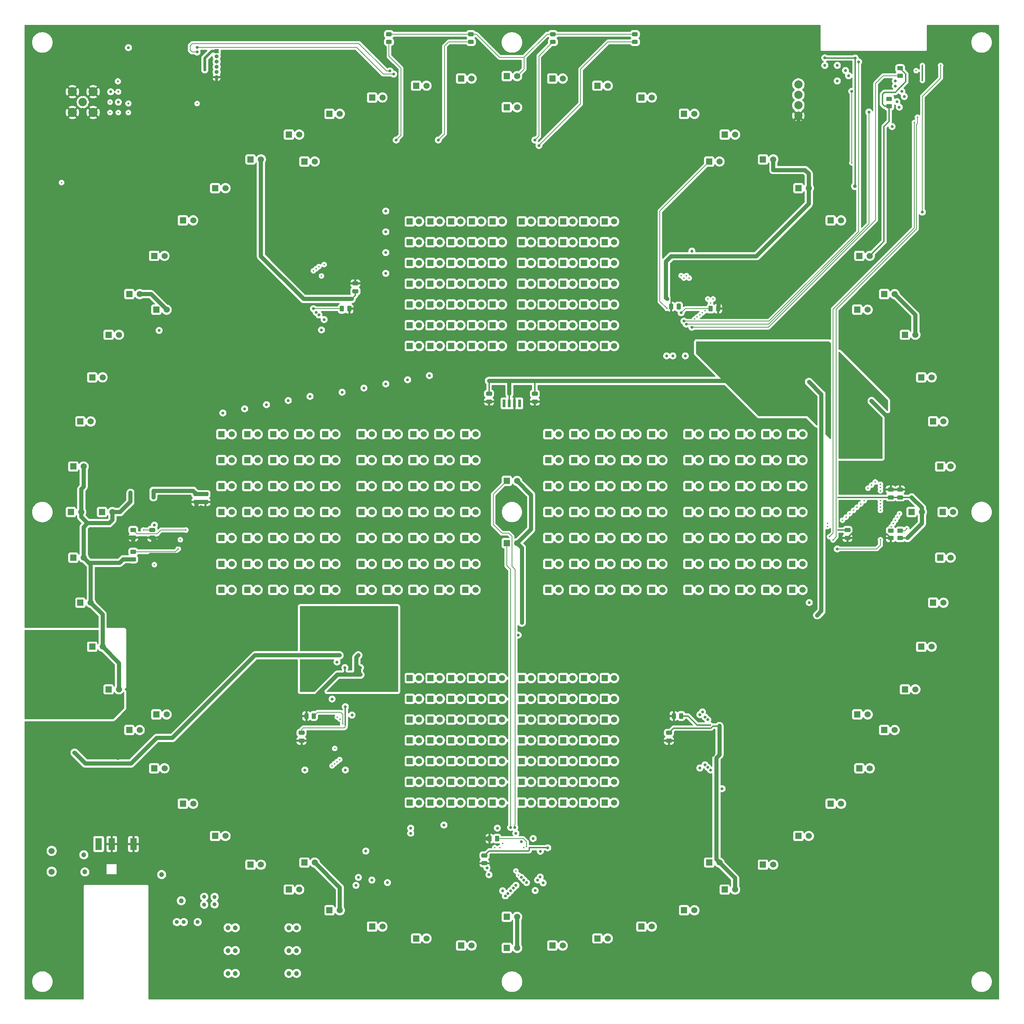
<source format=gbr>
%TF.GenerationSoftware,KiCad,Pcbnew,8.0.2-1*%
%TF.CreationDate,2024-06-04T17:42:53+02:00*%
%TF.ProjectId,broadcast_clock,62726f61-6463-4617-9374-5f636c6f636b,rev?*%
%TF.SameCoordinates,Original*%
%TF.FileFunction,Copper,L1,Top*%
%TF.FilePolarity,Positive*%
%FSLAX46Y46*%
G04 Gerber Fmt 4.6, Leading zero omitted, Abs format (unit mm)*
G04 Created by KiCad (PCBNEW 8.0.2-1) date 2024-06-04 17:42:53*
%MOMM*%
%LPD*%
G01*
G04 APERTURE LIST*
G04 Aperture macros list*
%AMRoundRect*
0 Rectangle with rounded corners*
0 $1 Rounding radius*
0 $2 $3 $4 $5 $6 $7 $8 $9 X,Y pos of 4 corners*
0 Add a 4 corners polygon primitive as box body*
4,1,4,$2,$3,$4,$5,$6,$7,$8,$9,$2,$3,0*
0 Add four circle primitives for the rounded corners*
1,1,$1+$1,$2,$3*
1,1,$1+$1,$4,$5*
1,1,$1+$1,$6,$7*
1,1,$1+$1,$8,$9*
0 Add four rect primitives between the rounded corners*
20,1,$1+$1,$2,$3,$4,$5,0*
20,1,$1+$1,$4,$5,$6,$7,0*
20,1,$1+$1,$6,$7,$8,$9,0*
20,1,$1+$1,$8,$9,$2,$3,0*%
G04 Aperture macros list end*
%TA.AperFunction,ComponentPad*%
%ADD10R,1.500000X1.500000*%
%TD*%
%TA.AperFunction,ComponentPad*%
%ADD11C,1.500000*%
%TD*%
%TA.AperFunction,SMDPad,CuDef*%
%ADD12RoundRect,0.250000X0.450000X-0.262500X0.450000X0.262500X-0.450000X0.262500X-0.450000X-0.262500X0*%
%TD*%
%TA.AperFunction,SMDPad,CuDef*%
%ADD13RoundRect,0.250000X-0.475000X0.250000X-0.475000X-0.250000X0.475000X-0.250000X0.475000X0.250000X0*%
%TD*%
%TA.AperFunction,SMDPad,CuDef*%
%ADD14RoundRect,0.250000X-0.450000X0.262500X-0.450000X-0.262500X0.450000X-0.262500X0.450000X0.262500X0*%
%TD*%
%TA.AperFunction,SMDPad,CuDef*%
%ADD15RoundRect,0.250000X0.262500X0.450000X-0.262500X0.450000X-0.262500X-0.450000X0.262500X-0.450000X0*%
%TD*%
%TA.AperFunction,SMDPad,CuDef*%
%ADD16RoundRect,0.243750X0.456250X-0.243750X0.456250X0.243750X-0.456250X0.243750X-0.456250X-0.243750X0*%
%TD*%
%TA.AperFunction,SMDPad,CuDef*%
%ADD17RoundRect,0.250000X0.250000X0.475000X-0.250000X0.475000X-0.250000X-0.475000X0.250000X-0.475000X0*%
%TD*%
%TA.AperFunction,SMDPad,CuDef*%
%ADD18RoundRect,0.250000X0.475000X-0.250000X0.475000X0.250000X-0.475000X0.250000X-0.475000X-0.250000X0*%
%TD*%
%TA.AperFunction,SMDPad,CuDef*%
%ADD19RoundRect,0.250000X-0.262500X-0.450000X0.262500X-0.450000X0.262500X0.450000X-0.262500X0.450000X0*%
%TD*%
%TA.AperFunction,SMDPad,CuDef*%
%ADD20R,0.700000X1.900000*%
%TD*%
%TA.AperFunction,ComponentPad*%
%ADD21C,2.050000*%
%TD*%
%TA.AperFunction,ComponentPad*%
%ADD22C,2.250000*%
%TD*%
%TA.AperFunction,ComponentPad*%
%ADD23R,1.600000X2.900000*%
%TD*%
%TA.AperFunction,ComponentPad*%
%ADD24R,1.000000X1.000000*%
%TD*%
%TA.AperFunction,ComponentPad*%
%ADD25O,1.000000X1.000000*%
%TD*%
%TA.AperFunction,ComponentPad*%
%ADD26C,2.000000*%
%TD*%
%TA.AperFunction,ViaPad*%
%ADD27C,0.350000*%
%TD*%
%TA.AperFunction,ViaPad*%
%ADD28C,0.700000*%
%TD*%
%TA.AperFunction,ViaPad*%
%ADD29C,0.900000*%
%TD*%
%TA.AperFunction,ViaPad*%
%ADD30C,1.000000*%
%TD*%
%TA.AperFunction,ViaPad*%
%ADD31C,1.200000*%
%TD*%
%TA.AperFunction,ViaPad*%
%ADD32C,0.500000*%
%TD*%
%TA.AperFunction,Conductor*%
%ADD33C,1.000000*%
%TD*%
%TA.AperFunction,Conductor*%
%ADD34C,0.300000*%
%TD*%
%TA.AperFunction,Conductor*%
%ADD35C,0.700000*%
%TD*%
%TA.AperFunction,Conductor*%
%ADD36C,0.150000*%
%TD*%
G04 APERTURE END LIST*
D10*
%TO.P,D225,1,K*%
%TO.N,/Clock face/LED display/LED matrices/U2D0D1R6*%
X125476000Y-211455000D03*
D11*
%TO.P,D225,2,A*%
%TO.N,/Clock face/LED display/LED matrices/U2D0D2C2*%
X127762000Y-211455000D03*
%TD*%
D10*
%TO.P,D254,1,K*%
%TO.N,/Clock face/LED display/LED matrices/U2D0D1R7*%
X147828000Y-216535000D03*
D11*
%TO.P,D254,2,A*%
%TO.N,/Clock face/LED display/LED matrices/U2D1D3C1*%
X150114000Y-216535000D03*
%TD*%
D10*
%TO.P,D103,1,K*%
%TO.N,/Clock face/LED display/LED matrices/U1D0D1R3*%
X99695000Y-139065000D03*
D11*
%TO.P,D103,2,A*%
%TO.N,/Clock face/LED display/LED matrices/U1D0D2C5*%
X102235000Y-139065000D03*
%TD*%
D10*
%TO.P,D54,1,K*%
%TO.N,Net-(D54-K)*%
X81440069Y-59109067D03*
D11*
%TO.P,D54,2,A*%
%TO.N,+3.3V_LED*%
X83980069Y-59109067D03*
%TD*%
D10*
%TO.P,D169,1,K*%
%TO.N,/Clock face/LED display/LED matrices/U1D2D3R6*%
X173355000Y-158115000D03*
D11*
%TO.P,D169,2,A*%
%TO.N,/Clock face/LED display/LED matrices/U1D0D2C4*%
X175895000Y-158115000D03*
%TD*%
D10*
%TO.P,D45,1,K*%
%TO.N,Net-(D45-K)*%
X37465000Y-145415000D03*
D11*
%TO.P,D45,2,A*%
%TO.N,+3.3V_LED*%
X40005000Y-145415000D03*
%TD*%
D10*
%TO.P,D65,1,K*%
%TO.N,Net-(D65-K)*%
X193675000Y-231203476D03*
D11*
%TO.P,D65,2,A*%
%TO.N,+3.3V_LED*%
X196215000Y-231203476D03*
%TD*%
D10*
%TO.P,D30,1,K*%
%TO.N,Net-(D30-K)*%
X144145000Y-252095000D03*
D11*
%TO.P,D30,2,A*%
%TO.N,+3.3V_LED*%
X146685000Y-252095000D03*
%TD*%
D10*
%TO.P,D128,1,K*%
%TO.N,/Clock face/LED display/LED matrices/U1D0D1R7*%
X121285000Y-164465000D03*
D11*
%TO.P,D128,2,A*%
%TO.N,/Clock face/LED display/LED matrices/U1D1D3C3*%
X123825000Y-164465000D03*
%TD*%
D10*
%TO.P,D109,1,K*%
%TO.N,/Clock face/LED display/LED matrices/U1D0D1R2*%
X108585000Y-132715000D03*
D11*
%TO.P,D109,2,A*%
%TO.N,/Clock face/LED display/LED matrices/U1D1D3C1*%
X111125000Y-132715000D03*
%TD*%
D10*
%TO.P,D353,1,K*%
%TO.N,Net-(D353-K)*%
X144145000Y-137795000D03*
D11*
%TO.P,D353,2,A*%
%TO.N,+3.3V_LED*%
X146685000Y-137795000D03*
%TD*%
D10*
%TO.P,D85,1,K*%
%TO.N,/Clock face/LED display/LED matrices/U1D0D1R6*%
X80645000Y-158115000D03*
D11*
%TO.P,D85,2,A*%
%TO.N,/Clock face/LED display/LED matrices/U1D0D2C2*%
X83185000Y-158115000D03*
%TD*%
D10*
%TO.P,D238,1,K*%
%TO.N,/Clock face/LED display/LED matrices/U2D0D1R5*%
X135636000Y-206375000D03*
D11*
%TO.P,D238,2,A*%
%TO.N,/Clock face/LED display/LED matrices/U2D0D2C4*%
X137922000Y-206375000D03*
%TD*%
D10*
%TO.P,D26,1,K*%
%TO.N,Net-(D26-K)*%
X187535665Y-242872029D03*
D11*
%TO.P,D26,2,A*%
%TO.N,+3.3V_LED*%
X190075665Y-242872029D03*
%TD*%
D10*
%TO.P,D112,1,K*%
%TO.N,/Clock face/LED display/LED matrices/U1D0D1R5*%
X108585000Y-151765000D03*
D11*
%TO.P,D112,2,A*%
%TO.N,/Clock face/LED display/LED matrices/U1D1D3C1*%
X111125000Y-151765000D03*
%TD*%
D10*
%TO.P,D340,1,K*%
%TO.N,/Clock face/LED display/LED matrices/U2D2D3R2*%
X163068000Y-79375000D03*
D11*
%TO.P,D340,2,A*%
%TO.N,/Clock face/LED display/LED matrices/U2D1D3C4*%
X165354000Y-79375000D03*
%TD*%
D10*
%TO.P,D293,1,K*%
%TO.N,/Clock face/LED display/LED matrices/U2D2D3R4*%
X125476000Y-89535000D03*
D11*
%TO.P,D293,2,A*%
%TO.N,/Clock face/LED display/LED matrices/U2D0D2C2*%
X127762000Y-89535000D03*
%TD*%
D10*
%TO.P,D110,1,K*%
%TO.N,/Clock face/LED display/LED matrices/U1D0D1R3*%
X108585000Y-139065000D03*
D11*
%TO.P,D110,2,A*%
%TO.N,/Clock face/LED display/LED matrices/U1D1D3C1*%
X111125000Y-139065000D03*
%TD*%
D10*
%TO.P,D99,1,K*%
%TO.N,/Clock face/LED display/LED matrices/U1D0D1R6*%
X93345000Y-158115000D03*
D11*
%TO.P,D99,2,A*%
%TO.N,/Clock face/LED display/LED matrices/U1D0D2C4*%
X95885000Y-158115000D03*
%TD*%
D10*
%TO.P,D199,1,K*%
%TO.N,/Clock face/LED display/LED matrices/U1D2D3R1*%
X207645000Y-126365000D03*
D11*
%TO.P,D199,2,A*%
%TO.N,/Clock face/LED display/LED matrices/U1D1D3C4*%
X210185000Y-126365000D03*
%TD*%
D10*
%TO.P,D177,1,K*%
%TO.N,/Clock face/LED display/LED matrices/U1D2D3R7*%
X179705000Y-164465000D03*
D11*
%TO.P,D177,2,A*%
%TO.N,/Clock face/LED display/LED matrices/U1D0D2C5*%
X182245000Y-164465000D03*
%TD*%
D10*
%TO.P,D111,1,K*%
%TO.N,/Clock face/LED display/LED matrices/U1D0D1R4*%
X108585000Y-145415000D03*
D11*
%TO.P,D111,2,A*%
%TO.N,/Clock face/LED display/LED matrices/U1D1D3C1*%
X111125000Y-145415000D03*
%TD*%
D10*
%TO.P,D1,1,K*%
%TO.N,Net-(D1-K)*%
X155296096Y-39319404D03*
D11*
%TO.P,D1,2,A*%
%TO.N,+3.3V_LED*%
X157836096Y-39319404D03*
%TD*%
D12*
%TO.P,R3,1*%
%TO.N,+3.3V_LED*%
X240411000Y-151788500D03*
%TO.P,R3,2*%
%TO.N,/Clock face/DISP_U2BLINK*%
X240411000Y-149963500D03*
%TD*%
D10*
%TO.P,D138,1,K*%
%TO.N,/Clock face/LED display/LED matrices/U1D0D1R3*%
X133985000Y-139065000D03*
D11*
%TO.P,D138,2,A*%
%TO.N,/Clock face/LED display/LED matrices/U1D1D3C5*%
X136525000Y-139065000D03*
%TD*%
D10*
%TO.P,D139,1,K*%
%TO.N,/Clock face/LED display/LED matrices/U1D0D1R4*%
X133985000Y-145415000D03*
D11*
%TO.P,D139,2,A*%
%TO.N,/Clock face/LED display/LED matrices/U1D1D3C5*%
X136525000Y-145415000D03*
%TD*%
D10*
%TO.P,D82,1,K*%
%TO.N,/Clock face/LED display/LED matrices/U1D0D1R3*%
X80645000Y-139065000D03*
D11*
%TO.P,D82,2,A*%
%TO.N,/Clock face/LED display/LED matrices/U1D0D2C2*%
X83185000Y-139065000D03*
%TD*%
D10*
%TO.P,D327,1,K*%
%TO.N,/Clock face/LED display/LED matrices/U2D2D3R3*%
X152908000Y-84455000D03*
D11*
%TO.P,D327,2,A*%
%TO.N,/Clock face/LED display/LED matrices/U2D1D3C2*%
X155194000Y-84455000D03*
%TD*%
D10*
%TO.P,D41,1,K*%
%TO.N,Net-(D41-K)*%
X46687971Y-188805665D03*
D11*
%TO.P,D41,2,A*%
%TO.N,+3.3V_LED*%
X49227971Y-188805665D03*
%TD*%
D10*
%TO.P,D309,1,K*%
%TO.N,/Clock face/LED display/LED matrices/U2D2D3R6*%
X135636000Y-99695000D03*
D11*
%TO.P,D309,2,A*%
%TO.N,/Clock face/LED display/LED matrices/U2D0D2C4*%
X137922000Y-99695000D03*
%TD*%
D10*
%TO.P,D141,1,K*%
%TO.N,/Clock face/LED display/LED matrices/U1D0D1R6*%
X133985000Y-158115000D03*
D11*
%TO.P,D141,2,A*%
%TO.N,/Clock face/LED display/LED matrices/U1D1D3C5*%
X136525000Y-158115000D03*
%TD*%
D10*
%TO.P,D303,1,K*%
%TO.N,/Clock face/LED display/LED matrices/U2D2D3R7*%
X130556000Y-104775000D03*
D11*
%TO.P,D303,2,A*%
%TO.N,/Clock face/LED display/LED matrices/U2D0D2C3*%
X132842000Y-104775000D03*
%TD*%
D10*
%TO.P,D283,1,K*%
%TO.N,/Clock face/LED display/LED matrices/U2D2D3R1*%
X120396000Y-74295000D03*
D11*
%TO.P,D283,2,A*%
%TO.N,/Clock face/LED display/LED matrices/U2D0D2C1*%
X122682000Y-74295000D03*
%TD*%
D10*
%TO.P,D219,1,K*%
%TO.N,/Clock face/LED display/LED matrices/U2D0D1R7*%
X120396000Y-216535000D03*
D11*
%TO.P,D219,2,A*%
%TO.N,/Clock face/LED display/LED matrices/U2D0D2C1*%
X122682000Y-216535000D03*
%TD*%
D10*
%TO.P,D58,1,K*%
%TO.N,Net-(D58-K)*%
X121964981Y-41066214D03*
D11*
%TO.P,D58,2,A*%
%TO.N,+3.3V_LED*%
X124504981Y-41066214D03*
%TD*%
D10*
%TO.P,D39,1,K*%
%TO.N,Net-(D39-K)*%
X57839067Y-208119931D03*
D11*
%TO.P,D39,2,A*%
%TO.N,+3.3V_LED*%
X60379067Y-208119931D03*
%TD*%
D10*
%TO.P,D143,1,K*%
%TO.N,/Clock face/LED display/LED matrices/U1D2D3R1*%
X154305000Y-126365000D03*
D11*
%TO.P,D143,2,A*%
%TO.N,/Clock face/LED display/LED matrices/U1D0D2C1*%
X156845000Y-126365000D03*
%TD*%
D10*
%TO.P,D28,1,K*%
%TO.N,Net-(D28-K)*%
X166325019Y-249763786D03*
D11*
%TO.P,D28,2,A*%
%TO.N,+3.3V_LED*%
X168865019Y-249763786D03*
%TD*%
D10*
%TO.P,D291,1,K*%
%TO.N,/Clock face/LED display/LED matrices/U2D2D3R2*%
X125476000Y-79375000D03*
D11*
%TO.P,D291,2,A*%
%TO.N,/Clock face/LED display/LED matrices/U2D0D2C2*%
X127762000Y-79375000D03*
%TD*%
D10*
%TO.P,D265,1,K*%
%TO.N,/Clock face/LED display/LED matrices/U2D0D1R4*%
X157988000Y-201295000D03*
D11*
%TO.P,D265,2,A*%
%TO.N,/Clock face/LED display/LED matrices/U2D1D3C3*%
X160274000Y-201295000D03*
%TD*%
D10*
%TO.P,D120,1,K*%
%TO.N,/Clock face/LED display/LED matrices/U1D0D1R6*%
X114935000Y-158115000D03*
D11*
%TO.P,D120,2,A*%
%TO.N,/Clock face/LED display/LED matrices/U1D1D3C2*%
X117475000Y-158115000D03*
%TD*%
D10*
%TO.P,D36,1,K*%
%TO.N,Net-(D36-K)*%
X81440069Y-231720933D03*
D11*
%TO.P,D36,2,A*%
%TO.N,+3.3V_LED*%
X83980069Y-231720933D03*
%TD*%
D10*
%TO.P,D324,1,K*%
%TO.N,/Clock face/LED display/LED matrices/U2D2D3R7*%
X147828000Y-104775000D03*
D11*
%TO.P,D324,2,A*%
%TO.N,/Clock face/LED display/LED matrices/U2D1D3C1*%
X150114000Y-104775000D03*
%TD*%
D10*
%TO.P,D94,1,K*%
%TO.N,/Clock face/LED display/LED matrices/U1D0D1R1*%
X93345000Y-126365000D03*
D11*
%TO.P,D94,2,A*%
%TO.N,/Clock face/LED display/LED matrices/U1D0D2C4*%
X95885000Y-126365000D03*
%TD*%
D10*
%TO.P,D80,1,K*%
%TO.N,/Clock face/LED display/LED matrices/U1D0D1R1*%
X80645000Y-126365000D03*
D11*
%TO.P,D80,2,A*%
%TO.N,/Clock face/LED display/LED matrices/U1D0D2C2*%
X83185000Y-126365000D03*
%TD*%
D10*
%TO.P,D117,1,K*%
%TO.N,/Clock face/LED display/LED matrices/U1D0D1R3*%
X114935000Y-139065000D03*
D11*
%TO.P,D117,2,A*%
%TO.N,/Clock face/LED display/LED matrices/U1D1D3C2*%
X117475000Y-139065000D03*
%TD*%
D10*
%TO.P,D276,1,K*%
%TO.N,/Clock face/LED display/LED matrices/U2D0D1R1*%
X168148000Y-186055000D03*
D11*
%TO.P,D276,2,A*%
%TO.N,/Clock face/LED display/LED matrices/U2D1D3C5*%
X170434000Y-186055000D03*
%TD*%
D13*
%TO.P,C2,1*%
%TO.N,+3.3V_LED*%
X68199000Y-141036000D03*
%TO.P,C2,2*%
%TO.N,GND*%
X68199000Y-142936000D03*
%TD*%
D10*
%TO.P,D126,1,K*%
%TO.N,/Clock face/LED display/LED matrices/U1D0D1R5*%
X121285000Y-151765000D03*
D11*
%TO.P,D126,2,A*%
%TO.N,/Clock face/LED display/LED matrices/U1D1D3C3*%
X123825000Y-151765000D03*
%TD*%
D10*
%TO.P,D278,1,K*%
%TO.N,/Clock face/LED display/LED matrices/U2D0D1R3*%
X168148000Y-196215000D03*
D11*
%TO.P,D278,2,A*%
%TO.N,/Clock face/LED display/LED matrices/U2D1D3C5*%
X170434000Y-196215000D03*
%TD*%
D10*
%TO.P,D284,1,K*%
%TO.N,/Clock face/LED display/LED matrices/U2D2D3R2*%
X120396000Y-79375000D03*
D11*
%TO.P,D284,2,A*%
%TO.N,/Clock face/LED display/LED matrices/U2D0D2C1*%
X122682000Y-79375000D03*
%TD*%
D10*
%TO.P,D46,1,K*%
%TO.N,Net-(D46-K)*%
X38049404Y-134263904D03*
D11*
%TO.P,D46,2,A*%
%TO.N,+3.3V_LED*%
X40589404Y-134263904D03*
%TD*%
D10*
%TO.P,D83,1,K*%
%TO.N,/Clock face/LED display/LED matrices/U1D0D1R4*%
X80645000Y-145415000D03*
D11*
%TO.P,D83,2,A*%
%TO.N,/Clock face/LED display/LED matrices/U1D0D2C2*%
X83185000Y-145415000D03*
%TD*%
D10*
%TO.P,D172,1,K*%
%TO.N,/Clock face/LED display/LED matrices/U1D2D3R2*%
X179705000Y-132715000D03*
D11*
%TO.P,D172,2,A*%
%TO.N,/Clock face/LED display/LED matrices/U1D0D2C5*%
X182245000Y-132715000D03*
%TD*%
D10*
%TO.P,D286,1,K*%
%TO.N,/Clock face/LED display/LED matrices/U2D2D3R4*%
X120396000Y-89535000D03*
D11*
%TO.P,D286,2,A*%
%TO.N,/Clock face/LED display/LED matrices/U2D0D2C1*%
X122682000Y-89535000D03*
%TD*%
D10*
%TO.P,D318,1,K*%
%TO.N,/Clock face/LED display/LED matrices/U2D2D3R1*%
X147828000Y-74295000D03*
D11*
%TO.P,D318,2,A*%
%TO.N,/Clock face/LED display/LED matrices/U2D1D3C1*%
X150114000Y-74295000D03*
%TD*%
D10*
%TO.P,D4,1,K*%
%TO.N,Net-(D4-K)*%
X187535665Y-47957971D03*
D11*
%TO.P,D4,2,A*%
%TO.N,+3.3V_LED*%
X190075665Y-47957971D03*
%TD*%
D10*
%TO.P,D333,1,K*%
%TO.N,/Clock face/LED display/LED matrices/U2D2D3R2*%
X157988000Y-79375000D03*
D11*
%TO.P,D333,2,A*%
%TO.N,/Clock face/LED display/LED matrices/U2D1D3C3*%
X160274000Y-79375000D03*
%TD*%
D10*
%TO.P,D313,1,K*%
%TO.N,/Clock face/LED display/LED matrices/U2D2D3R3*%
X140716000Y-84455000D03*
D11*
%TO.P,D313,2,A*%
%TO.N,/Clock face/LED display/LED matrices/U2D0D2C5*%
X143002000Y-84455000D03*
%TD*%
D10*
%TO.P,D40,1,K*%
%TO.N,Net-(D40-K)*%
X51757410Y-198755000D03*
D11*
%TO.P,D40,2,A*%
%TO.N,+3.3V_LED*%
X54297410Y-198755000D03*
%TD*%
D10*
%TO.P,D215,1,K*%
%TO.N,/Clock face/LED display/LED matrices/U2D0D1R3*%
X120396000Y-196215000D03*
D11*
%TO.P,D215,2,A*%
%TO.N,/Clock face/LED display/LED matrices/U2D0D2C1*%
X122682000Y-196215000D03*
%TD*%
D14*
%TO.P,R5,1*%
%TO.N,Net-(U2-ISET)*%
X238125000Y-149963500D03*
%TO.P,R5,2*%
%TO.N,GND*%
X238125000Y-151788500D03*
%TD*%
D10*
%TO.P,D348,1,K*%
%TO.N,/Clock face/LED display/LED matrices/U2D2D3R3*%
X168148000Y-84455000D03*
D11*
%TO.P,D348,2,A*%
%TO.N,/Clock face/LED display/LED matrices/U2D1D3C5*%
X170434000Y-84455000D03*
%TD*%
D12*
%TO.P,R213,1*%
%TO.N,+3.3V_LED*%
X237744000Y-46124500D03*
%TO.P,R213,2*%
%TO.N,/Clock face/LED dial/BLANK*%
X237744000Y-44299500D03*
%TD*%
D10*
%TO.P,D192,1,K*%
%TO.N,/Clock face/LED display/LED matrices/U1D2D3R1*%
X201295000Y-126365000D03*
D11*
%TO.P,D192,2,A*%
%TO.N,/Clock face/LED display/LED matrices/U1D1D3C3*%
X203835000Y-126365000D03*
%TD*%
D10*
%TO.P,D79,1,K*%
%TO.N,/Clock face/LED display/LED matrices/U1D0D1R7*%
X74295000Y-164465000D03*
D11*
%TO.P,D79,2,A*%
%TO.N,/Clock face/LED display/LED matrices/U1D0D2C1*%
X76835000Y-164465000D03*
%TD*%
D10*
%TO.P,D29,1,K*%
%TO.N,Net-(D29-K)*%
X155296096Y-251510596D03*
D11*
%TO.P,D29,2,A*%
%TO.N,+3.3V_LED*%
X157836096Y-251510596D03*
%TD*%
D10*
%TO.P,D114,1,K*%
%TO.N,/Clock face/LED display/LED matrices/U1D0D1R7*%
X108585000Y-164465000D03*
D11*
%TO.P,D114,2,A*%
%TO.N,/Clock face/LED display/LED matrices/U1D1D3C1*%
X111125000Y-164465000D03*
%TD*%
D10*
%TO.P,D345,1,K*%
%TO.N,/Clock face/LED display/LED matrices/U2D2D3R7*%
X163068000Y-104775000D03*
D11*
%TO.P,D345,2,A*%
%TO.N,/Clock face/LED display/LED matrices/U2D1D3C4*%
X165354000Y-104775000D03*
%TD*%
D10*
%TO.P,D205,1,K*%
%TO.N,/Clock face/LED display/LED matrices/U1D2D3R7*%
X207645000Y-164465000D03*
D11*
%TO.P,D205,2,A*%
%TO.N,/Clock face/LED display/LED matrices/U1D1D3C4*%
X210185000Y-164465000D03*
%TD*%
D10*
%TO.P,D20,1,K*%
%TO.N,Net-(D20-K)*%
X236532590Y-198755000D03*
D11*
%TO.P,D20,2,A*%
%TO.N,+3.3V_LED*%
X239072590Y-198755000D03*
%TD*%
D10*
%TO.P,D136,1,K*%
%TO.N,/Clock face/LED display/LED matrices/U1D0D1R1*%
X133985000Y-126365000D03*
D11*
%TO.P,D136,2,A*%
%TO.N,/Clock face/LED display/LED matrices/U1D1D3C5*%
X136525000Y-126365000D03*
%TD*%
D10*
%TO.P,D239,1,K*%
%TO.N,/Clock face/LED display/LED matrices/U2D0D1R6*%
X135636000Y-211455000D03*
D11*
%TO.P,D239,2,A*%
%TO.N,/Clock face/LED display/LED matrices/U2D0D2C4*%
X137922000Y-211455000D03*
%TD*%
D10*
%TO.P,D305,1,K*%
%TO.N,/Clock face/LED display/LED matrices/U2D2D3R2*%
X135636000Y-79375000D03*
D11*
%TO.P,D305,2,A*%
%TO.N,/Clock face/LED display/LED matrices/U2D0D2C4*%
X137922000Y-79375000D03*
%TD*%
D10*
%TO.P,D91,1,K*%
%TO.N,/Clock face/LED display/LED matrices/U1D0D1R5*%
X86995000Y-151765000D03*
D11*
%TO.P,D91,2,A*%
%TO.N,/Clock face/LED display/LED matrices/U1D0D2C3*%
X89535000Y-151765000D03*
%TD*%
D10*
%TO.P,D163,1,K*%
%TO.N,/Clock face/LED display/LED matrices/U1D2D3R7*%
X167005000Y-164465000D03*
D11*
%TO.P,D163,2,A*%
%TO.N,/Clock face/LED display/LED matrices/U1D0D2C3*%
X169545000Y-164465000D03*
%TD*%
D15*
%TO.P,R7,1*%
%TO.N,Net-(U5-IREF)*%
X186840500Y-195326000D03*
%TO.P,R7,2*%
%TO.N,GND*%
X185015500Y-195326000D03*
%TD*%
D10*
%TO.P,D227,1,K*%
%TO.N,/Clock face/LED display/LED matrices/U2D0D1R1*%
X130556000Y-186055000D03*
D11*
%TO.P,D227,2,A*%
%TO.N,/Clock face/LED display/LED matrices/U2D0D2C3*%
X132842000Y-186055000D03*
%TD*%
D10*
%TO.P,D263,1,K*%
%TO.N,/Clock face/LED display/LED matrices/U2D0D1R2*%
X157988000Y-191135000D03*
D11*
%TO.P,D263,2,A*%
%TO.N,/Clock face/LED display/LED matrices/U2D1D3C3*%
X160274000Y-191135000D03*
%TD*%
D10*
%TO.P,D338,1,K*%
%TO.N,/Clock face/LED display/LED matrices/U2D2D3R7*%
X157988000Y-104775000D03*
D11*
%TO.P,D338,2,A*%
%TO.N,/Clock face/LED display/LED matrices/U2D1D3C3*%
X160274000Y-104775000D03*
%TD*%
D10*
%TO.P,D9,1,K*%
%TO.N,Net-(D9-K)*%
X230450933Y-82710069D03*
D11*
%TO.P,D9,2,A*%
%TO.N,+3.3V_LED*%
X232990933Y-82710069D03*
%TD*%
D10*
%TO.P,D69,1,K*%
%TO.N,Net-(D69-K)*%
X45085000Y-145415000D03*
D11*
%TO.P,D69,2,A*%
%TO.N,+3.3V_LED*%
X47625000Y-145415000D03*
%TD*%
D10*
%TO.P,D214,1,K*%
%TO.N,/Clock face/LED display/LED matrices/U2D0D1R2*%
X120396000Y-191135000D03*
D11*
%TO.P,D214,2,A*%
%TO.N,/Clock face/LED display/LED matrices/U2D0D2C1*%
X122682000Y-191135000D03*
%TD*%
D10*
%TO.P,D10,1,K*%
%TO.N,Net-(D10-K)*%
X236532590Y-92075000D03*
D11*
%TO.P,D10,2,A*%
%TO.N,+3.3V_LED*%
X239072590Y-92075000D03*
%TD*%
D10*
%TO.P,D191,1,K*%
%TO.N,/Clock face/LED display/LED matrices/U1D2D3R7*%
X194945000Y-164465000D03*
D11*
%TO.P,D191,2,A*%
%TO.N,/Clock face/LED display/LED matrices/U1D1D3C2*%
X197485000Y-164465000D03*
%TD*%
D10*
%TO.P,D22,1,K*%
%TO.N,Net-(D22-K)*%
X223423690Y-216797853D03*
D11*
%TO.P,D22,2,A*%
%TO.N,+3.3V_LED*%
X225963690Y-216797853D03*
%TD*%
D10*
%TO.P,D343,1,K*%
%TO.N,/Clock face/LED display/LED matrices/U2D2D3R5*%
X163068000Y-94615000D03*
D11*
%TO.P,D343,2,A*%
%TO.N,/Clock face/LED display/LED matrices/U2D1D3C4*%
X165354000Y-94615000D03*
%TD*%
D10*
%TO.P,D66,1,K*%
%TO.N,Net-(D66-K)*%
X144145000Y-244475000D03*
D11*
%TO.P,D66,2,A*%
%TO.N,+3.3V_LED*%
X146685000Y-244475000D03*
%TD*%
D10*
%TO.P,D231,1,K*%
%TO.N,/Clock face/LED display/LED matrices/U2D0D1R5*%
X130556000Y-206375000D03*
D11*
%TO.P,D231,2,A*%
%TO.N,/Clock face/LED display/LED matrices/U2D0D2C3*%
X132842000Y-206375000D03*
%TD*%
D10*
%TO.P,D116,1,K*%
%TO.N,/Clock face/LED display/LED matrices/U1D0D1R2*%
X114935000Y-132715000D03*
D11*
%TO.P,D116,2,A*%
%TO.N,/Clock face/LED display/LED matrices/U1D1D3C2*%
X117475000Y-132715000D03*
%TD*%
D10*
%TO.P,D268,1,K*%
%TO.N,/Clock face/LED display/LED matrices/U2D0D1R7*%
X157988000Y-216535000D03*
D11*
%TO.P,D268,2,A*%
%TO.N,/Clock face/LED display/LED matrices/U2D1D3C3*%
X160274000Y-216535000D03*
%TD*%
D10*
%TO.P,D255,1,K*%
%TO.N,/Clock face/LED display/LED matrices/U2D0D1R1*%
X152908000Y-186055000D03*
D11*
%TO.P,D255,2,A*%
%TO.N,/Clock face/LED display/LED matrices/U2D1D3C2*%
X155194000Y-186055000D03*
%TD*%
D10*
%TO.P,D256,1,K*%
%TO.N,/Clock face/LED display/LED matrices/U2D0D1R2*%
X152908000Y-191135000D03*
D11*
%TO.P,D256,2,A*%
%TO.N,/Clock face/LED display/LED matrices/U2D1D3C2*%
X155194000Y-191135000D03*
%TD*%
D10*
%TO.P,D27,1,K*%
%TO.N,Net-(D27-K)*%
X177110933Y-246873709D03*
D11*
%TO.P,D27,2,A*%
%TO.N,+3.3V_LED*%
X179650933Y-246873709D03*
%TD*%
D10*
%TO.P,D182,1,K*%
%TO.N,/Clock face/LED display/LED matrices/U1D2D3R5*%
X188595000Y-151765000D03*
D11*
%TO.P,D182,2,A*%
%TO.N,/Clock face/LED display/LED matrices/U1D1D3C1*%
X191135000Y-151765000D03*
%TD*%
D14*
%TO.P,R11,1*%
%TO.N,+3.3V_LED*%
X240411000Y-36806500D03*
%TO.P,R11,2*%
%TO.N,/Clock face/LED dial/XERR*%
X240411000Y-38631500D03*
%TD*%
D10*
%TO.P,D38,1,K*%
%TO.N,Net-(D38-K)*%
X64866310Y-216797853D03*
D11*
%TO.P,D38,2,A*%
%TO.N,+3.3V_LED*%
X67406310Y-216797853D03*
%TD*%
D10*
%TO.P,D171,1,K*%
%TO.N,/Clock face/LED display/LED matrices/U1D2D3R1*%
X179705000Y-126365000D03*
D11*
%TO.P,D171,2,A*%
%TO.N,/Clock face/LED display/LED matrices/U1D0D2C5*%
X182245000Y-126365000D03*
%TD*%
D10*
%TO.P,D151,1,K*%
%TO.N,/Clock face/LED display/LED matrices/U1D2D3R2*%
X160655000Y-132715000D03*
D11*
%TO.P,D151,2,A*%
%TO.N,/Clock face/LED display/LED matrices/U1D0D2C2*%
X163195000Y-132715000D03*
%TD*%
D10*
%TO.P,D52,1,K*%
%TO.N,Net-(D52-K)*%
X64866310Y-74032147D03*
D11*
%TO.P,D52,2,A*%
%TO.N,+3.3V_LED*%
X67406310Y-74032147D03*
%TD*%
D10*
%TO.P,D145,1,K*%
%TO.N,/Clock face/LED display/LED matrices/U1D2D3R3*%
X154305000Y-139065000D03*
D11*
%TO.P,D145,2,A*%
%TO.N,/Clock face/LED display/LED matrices/U1D0D2C1*%
X156845000Y-139065000D03*
%TD*%
D10*
%TO.P,D47,1,K*%
%TO.N,Net-(D47-K)*%
X39796214Y-123234981D03*
D11*
%TO.P,D47,2,A*%
%TO.N,+3.3V_LED*%
X42336214Y-123234981D03*
%TD*%
D13*
%TO.P,C8,1*%
%TO.N,+3.3V_LED*%
X183845200Y-199456000D03*
%TO.P,C8,2*%
%TO.N,GND*%
X183845200Y-201356000D03*
%TD*%
D10*
%TO.P,D281,1,K*%
%TO.N,/Clock face/LED display/LED matrices/U2D0D1R6*%
X168148000Y-211455000D03*
D11*
%TO.P,D281,2,A*%
%TO.N,/Clock face/LED display/LED matrices/U2D1D3C5*%
X170434000Y-211455000D03*
%TD*%
D10*
%TO.P,D208,1,K*%
%TO.N,/Clock face/LED display/LED matrices/U1D2D3R3*%
X213995000Y-139065000D03*
D11*
%TO.P,D208,2,A*%
%TO.N,/Clock face/LED display/LED matrices/U1D1D3C5*%
X216535000Y-139065000D03*
%TD*%
D10*
%TO.P,D274,1,K*%
%TO.N,/Clock face/LED display/LED matrices/U2D0D1R6*%
X163068000Y-211455000D03*
D11*
%TO.P,D274,2,A*%
%TO.N,/Clock face/LED display/LED matrices/U2D1D3C4*%
X165354000Y-211455000D03*
%TD*%
D10*
%TO.P,D326,1,K*%
%TO.N,/Clock face/LED display/LED matrices/U2D2D3R2*%
X152908000Y-79375000D03*
D11*
%TO.P,D326,2,A*%
%TO.N,/Clock face/LED display/LED matrices/U2D1D3C2*%
X155194000Y-79375000D03*
%TD*%
D10*
%TO.P,D213,1,K*%
%TO.N,/Clock face/LED display/LED matrices/U2D0D1R1*%
X120396000Y-186055000D03*
D11*
%TO.P,D213,2,A*%
%TO.N,/Clock face/LED display/LED matrices/U2D0D2C1*%
X122682000Y-186055000D03*
%TD*%
D10*
%TO.P,D351,1,K*%
%TO.N,/Clock face/LED display/LED matrices/U2D2D3R6*%
X168148000Y-99695000D03*
D11*
%TO.P,D351,2,A*%
%TO.N,/Clock face/LED display/LED matrices/U2D1D3C5*%
X170434000Y-99695000D03*
%TD*%
D10*
%TO.P,D308,1,K*%
%TO.N,/Clock face/LED display/LED matrices/U2D2D3R5*%
X135636000Y-94615000D03*
D11*
%TO.P,D308,2,A*%
%TO.N,/Clock face/LED display/LED matrices/U2D0D2C4*%
X137922000Y-94615000D03*
%TD*%
D10*
%TO.P,D198,1,K*%
%TO.N,/Clock face/LED display/LED matrices/U1D2D3R7*%
X201295000Y-164465000D03*
D11*
%TO.P,D198,2,A*%
%TO.N,/Clock face/LED display/LED matrices/U1D1D3C3*%
X203835000Y-164465000D03*
%TD*%
D10*
%TO.P,D258,1,K*%
%TO.N,/Clock face/LED display/LED matrices/U2D0D1R4*%
X152908000Y-201295000D03*
D11*
%TO.P,D258,2,A*%
%TO.N,/Clock face/LED display/LED matrices/U2D1D3C2*%
X155194000Y-201295000D03*
%TD*%
D10*
%TO.P,D174,1,K*%
%TO.N,/Clock face/LED display/LED matrices/U1D2D3R4*%
X179705000Y-145415000D03*
D11*
%TO.P,D174,2,A*%
%TO.N,/Clock face/LED display/LED matrices/U1D0D2C5*%
X182245000Y-145415000D03*
%TD*%
D15*
%TO.P,R10,1*%
%TO.N,Net-(U8-IREF)*%
X141780900Y-225348800D03*
%TO.P,R10,2*%
%TO.N,GND*%
X139955900Y-225348800D03*
%TD*%
D10*
%TO.P,D137,1,K*%
%TO.N,/Clock face/LED display/LED matrices/U1D0D1R2*%
X133985000Y-132715000D03*
D11*
%TO.P,D137,2,A*%
%TO.N,/Clock face/LED display/LED matrices/U1D1D3C5*%
X136525000Y-132715000D03*
%TD*%
D10*
%TO.P,D311,1,K*%
%TO.N,/Clock face/LED display/LED matrices/U2D2D3R1*%
X140716000Y-74295000D03*
D11*
%TO.P,D311,2,A*%
%TO.N,/Clock face/LED display/LED matrices/U2D0D2C5*%
X143002000Y-74295000D03*
%TD*%
D10*
%TO.P,D130,1,K*%
%TO.N,/Clock face/LED display/LED matrices/U1D0D1R2*%
X127635000Y-132715000D03*
D11*
%TO.P,D130,2,A*%
%TO.N,/Clock face/LED display/LED matrices/U1D1D3C4*%
X130175000Y-132715000D03*
%TD*%
D10*
%TO.P,D297,1,K*%
%TO.N,/Clock face/LED display/LED matrices/U2D2D3R1*%
X130556000Y-74295000D03*
D11*
%TO.P,D297,2,A*%
%TO.N,/Clock face/LED display/LED matrices/U2D0D2C3*%
X132842000Y-74295000D03*
%TD*%
D10*
%TO.P,D176,1,K*%
%TO.N,/Clock face/LED display/LED matrices/U1D2D3R6*%
X179705000Y-158115000D03*
D11*
%TO.P,D176,2,A*%
%TO.N,/Clock face/LED display/LED matrices/U1D0D2C5*%
X182245000Y-158115000D03*
%TD*%
D10*
%TO.P,D92,1,K*%
%TO.N,/Clock face/LED display/LED matrices/U1D0D1R6*%
X86995000Y-158115000D03*
D11*
%TO.P,D92,2,A*%
%TO.N,/Clock face/LED display/LED matrices/U1D0D2C3*%
X89535000Y-158115000D03*
%TD*%
D10*
%TO.P,D75,1,K*%
%TO.N,/Clock face/LED display/LED matrices/U1D0D1R3*%
X74295000Y-139065000D03*
D11*
%TO.P,D75,2,A*%
%TO.N,/Clock face/LED display/LED matrices/U1D0D2C1*%
X76835000Y-139065000D03*
%TD*%
D16*
%TO.P,D358,1,K*%
%TO.N,Net-(D358-K)*%
X135381125Y-30351376D03*
%TO.P,D358,2,A*%
%TO.N,+3.3V_LED*%
X135381125Y-28476376D03*
%TD*%
D10*
%TO.P,D317,1,K*%
%TO.N,/Clock face/LED display/LED matrices/U2D2D3R7*%
X140716000Y-104775000D03*
D11*
%TO.P,D317,2,A*%
%TO.N,/Clock face/LED display/LED matrices/U2D0D2C5*%
X143002000Y-104775000D03*
%TD*%
D17*
%TO.P,C7,1*%
%TO.N,+3.3V_LED*%
X186243000Y-95123000D03*
%TO.P,C7,2*%
%TO.N,GND*%
X184343000Y-95123000D03*
%TD*%
D10*
%TO.P,D140,1,K*%
%TO.N,/Clock face/LED display/LED matrices/U1D0D1R5*%
X133985000Y-151765000D03*
D11*
%TO.P,D140,2,A*%
%TO.N,/Clock face/LED display/LED matrices/U1D1D3C5*%
X136525000Y-151765000D03*
%TD*%
D10*
%TO.P,D21,1,K*%
%TO.N,Net-(D21-K)*%
X230450933Y-208119931D03*
D11*
%TO.P,D21,2,A*%
%TO.N,+3.3V_LED*%
X232990933Y-208119931D03*
%TD*%
D10*
%TO.P,D118,1,K*%
%TO.N,/Clock face/LED display/LED matrices/U1D0D1R4*%
X114935000Y-145415000D03*
D11*
%TO.P,D118,2,A*%
%TO.N,/Clock face/LED display/LED matrices/U1D1D3C2*%
X117475000Y-145415000D03*
%TD*%
D10*
%TO.P,D127,1,K*%
%TO.N,/Clock face/LED display/LED matrices/U1D0D1R6*%
X121285000Y-158115000D03*
D11*
%TO.P,D127,2,A*%
%TO.N,/Clock face/LED display/LED matrices/U1D1D3C3*%
X123825000Y-158115000D03*
%TD*%
D10*
%TO.P,D289,1,K*%
%TO.N,/Clock face/LED display/LED matrices/U2D2D3R7*%
X120396000Y-104775000D03*
D11*
%TO.P,D289,2,A*%
%TO.N,/Clock face/LED display/LED matrices/U2D0D2C1*%
X122682000Y-104775000D03*
%TD*%
D10*
%TO.P,D155,1,K*%
%TO.N,/Clock face/LED display/LED matrices/U1D2D3R6*%
X160655000Y-158115000D03*
D11*
%TO.P,D155,2,A*%
%TO.N,/Clock face/LED display/LED matrices/U1D0D2C2*%
X163195000Y-158115000D03*
%TD*%
D10*
%TO.P,D298,1,K*%
%TO.N,/Clock face/LED display/LED matrices/U2D2D3R2*%
X130556000Y-79375000D03*
D11*
%TO.P,D298,2,A*%
%TO.N,/Clock face/LED display/LED matrices/U2D0D2C3*%
X132842000Y-79375000D03*
%TD*%
D10*
%TO.P,D229,1,K*%
%TO.N,/Clock face/LED display/LED matrices/U2D0D1R3*%
X130556000Y-196215000D03*
D11*
%TO.P,D229,2,A*%
%TO.N,/Clock face/LED display/LED matrices/U2D0D2C3*%
X132842000Y-196215000D03*
%TD*%
D10*
%TO.P,D195,1,K*%
%TO.N,/Clock face/LED display/LED matrices/U1D2D3R4*%
X201295000Y-145415000D03*
D11*
%TO.P,D195,2,A*%
%TO.N,/Clock face/LED display/LED matrices/U1D1D3C3*%
X203835000Y-145415000D03*
%TD*%
D10*
%TO.P,D153,1,K*%
%TO.N,/Clock face/LED display/LED matrices/U1D2D3R4*%
X160655000Y-145415000D03*
D11*
%TO.P,D153,2,A*%
%TO.N,/Clock face/LED display/LED matrices/U1D0D2C2*%
X163195000Y-145415000D03*
%TD*%
D10*
%TO.P,D287,1,K*%
%TO.N,/Clock face/LED display/LED matrices/U2D2D3R5*%
X120396000Y-94615000D03*
D11*
%TO.P,D287,2,A*%
%TO.N,/Clock face/LED display/LED matrices/U2D0D2C1*%
X122682000Y-94615000D03*
%TD*%
D10*
%TO.P,D218,1,K*%
%TO.N,/Clock face/LED display/LED matrices/U2D0D1R6*%
X120396000Y-211455000D03*
D11*
%TO.P,D218,2,A*%
%TO.N,/Clock face/LED display/LED matrices/U2D0D2C1*%
X122682000Y-211455000D03*
%TD*%
D10*
%TO.P,D55,1,K*%
%TO.N,Net-(D55-K)*%
X90805000Y-53027410D03*
D11*
%TO.P,D55,2,A*%
%TO.N,+3.3V_LED*%
X93345000Y-53027410D03*
%TD*%
D10*
%TO.P,D32,1,K*%
%TO.N,Net-(D32-K)*%
X121964981Y-249763786D03*
D11*
%TO.P,D32,2,A*%
%TO.N,+3.3V_LED*%
X124504981Y-249763786D03*
%TD*%
D10*
%TO.P,D349,1,K*%
%TO.N,/Clock face/LED display/LED matrices/U2D2D3R4*%
X168148000Y-89535000D03*
D11*
%TO.P,D349,2,A*%
%TO.N,/Clock face/LED display/LED matrices/U2D1D3C5*%
X170434000Y-89535000D03*
%TD*%
D10*
%TO.P,D285,1,K*%
%TO.N,/Clock face/LED display/LED matrices/U2D2D3R3*%
X120396000Y-84455000D03*
D11*
%TO.P,D285,2,A*%
%TO.N,/Clock face/LED display/LED matrices/U2D0D2C1*%
X122682000Y-84455000D03*
%TD*%
D10*
%TO.P,D315,1,K*%
%TO.N,/Clock face/LED display/LED matrices/U2D2D3R5*%
X140716000Y-94615000D03*
D11*
%TO.P,D315,2,A*%
%TO.N,/Clock face/LED display/LED matrices/U2D0D2C5*%
X143002000Y-94615000D03*
%TD*%
D10*
%TO.P,D101,1,K*%
%TO.N,/Clock face/LED display/LED matrices/U1D0D1R1*%
X99695000Y-126365000D03*
D11*
%TO.P,D101,2,A*%
%TO.N,/Clock face/LED display/LED matrices/U1D0D2C5*%
X102235000Y-126365000D03*
%TD*%
D10*
%TO.P,D299,1,K*%
%TO.N,/Clock face/LED display/LED matrices/U2D2D3R3*%
X130556000Y-84455000D03*
D11*
%TO.P,D299,2,A*%
%TO.N,/Clock face/LED display/LED matrices/U2D0D2C3*%
X132842000Y-84455000D03*
%TD*%
D10*
%TO.P,D354,1,K*%
%TO.N,Net-(D354-K)*%
X144145000Y-153035000D03*
D11*
%TO.P,D354,2,A*%
%TO.N,+3.3V_LED*%
X146685000Y-153035000D03*
%TD*%
D10*
%TO.P,D51,1,K*%
%TO.N,Net-(D51-K)*%
X57839067Y-82710069D03*
D11*
%TO.P,D51,2,A*%
%TO.N,+3.3V_LED*%
X60379067Y-82710069D03*
%TD*%
D10*
%TO.P,D193,1,K*%
%TO.N,/Clock face/LED display/LED matrices/U1D2D3R2*%
X201295000Y-132715000D03*
D11*
%TO.P,D193,2,A*%
%TO.N,/Clock face/LED display/LED matrices/U1D1D3C3*%
X203835000Y-132715000D03*
%TD*%
D10*
%TO.P,D250,1,K*%
%TO.N,/Clock face/LED display/LED matrices/U2D0D1R3*%
X147828000Y-196215000D03*
D11*
%TO.P,D250,2,A*%
%TO.N,/Clock face/LED display/LED matrices/U2D1D3C1*%
X150114000Y-196215000D03*
%TD*%
D10*
%TO.P,D95,1,K*%
%TO.N,/Clock face/LED display/LED matrices/U1D0D1R2*%
X93345000Y-132715000D03*
D11*
%TO.P,D95,2,A*%
%TO.N,/Clock face/LED display/LED matrices/U1D0D2C4*%
X95885000Y-132715000D03*
%TD*%
D10*
%TO.P,D48,1,K*%
%TO.N,Net-(D48-K)*%
X42686291Y-112449067D03*
D11*
%TO.P,D48,2,A*%
%TO.N,+3.3V_LED*%
X45226291Y-112449067D03*
%TD*%
D10*
%TO.P,D76,1,K*%
%TO.N,/Clock face/LED display/LED matrices/U1D0D1R4*%
X74295000Y-145415000D03*
D11*
%TO.P,D76,2,A*%
%TO.N,/Clock face/LED display/LED matrices/U1D0D2C1*%
X76835000Y-145415000D03*
%TD*%
D10*
%TO.P,D339,1,K*%
%TO.N,/Clock face/LED display/LED matrices/U2D2D3R1*%
X163068000Y-74295000D03*
D11*
%TO.P,D339,2,A*%
%TO.N,/Clock face/LED display/LED matrices/U2D1D3C4*%
X165354000Y-74295000D03*
%TD*%
D10*
%TO.P,D165,1,K*%
%TO.N,/Clock face/LED display/LED matrices/U1D2D3R2*%
X173355000Y-132715000D03*
D11*
%TO.P,D165,2,A*%
%TO.N,/Clock face/LED display/LED matrices/U1D0D2C4*%
X175895000Y-132715000D03*
%TD*%
D10*
%TO.P,D331,1,K*%
%TO.N,/Clock face/LED display/LED matrices/U2D2D3R7*%
X152908000Y-104775000D03*
D11*
%TO.P,D331,2,A*%
%TO.N,/Clock face/LED display/LED matrices/U2D1D3C2*%
X155194000Y-104775000D03*
%TD*%
D10*
%TO.P,D23,1,K*%
%TO.N,Net-(D23-K)*%
X215527853Y-224693690D03*
D11*
%TO.P,D23,2,A*%
%TO.N,+3.3V_LED*%
X218067853Y-224693690D03*
%TD*%
D10*
%TO.P,D236,1,K*%
%TO.N,/Clock face/LED display/LED matrices/U2D0D1R3*%
X135636000Y-196215000D03*
D11*
%TO.P,D236,2,A*%
%TO.N,/Clock face/LED display/LED matrices/U2D0D2C4*%
X137922000Y-196215000D03*
%TD*%
D10*
%TO.P,D68,1,K*%
%TO.N,Net-(D68-K)*%
X58356524Y-194945000D03*
D11*
%TO.P,D68,2,A*%
%TO.N,+3.3V_LED*%
X60896524Y-194945000D03*
%TD*%
D10*
%TO.P,D245,1,K*%
%TO.N,/Clock face/LED display/LED matrices/U2D0D1R5*%
X140716000Y-206375000D03*
D11*
%TO.P,D245,2,A*%
%TO.N,/Clock face/LED display/LED matrices/U2D0D2C5*%
X143002000Y-206375000D03*
%TD*%
D10*
%TO.P,D129,1,K*%
%TO.N,/Clock face/LED display/LED matrices/U1D0D1R1*%
X127635000Y-126365000D03*
D11*
%TO.P,D129,2,A*%
%TO.N,/Clock face/LED display/LED matrices/U1D1D3C4*%
X130175000Y-126365000D03*
%TD*%
D10*
%TO.P,D282,1,K*%
%TO.N,/Clock face/LED display/LED matrices/U2D0D1R7*%
X168148000Y-216535000D03*
D11*
%TO.P,D282,2,A*%
%TO.N,/Clock face/LED display/LED matrices/U2D1D3C5*%
X170434000Y-216535000D03*
%TD*%
D10*
%TO.P,D212,1,K*%
%TO.N,/Clock face/LED display/LED matrices/U1D2D3R7*%
X213995000Y-164465000D03*
D11*
%TO.P,D212,2,A*%
%TO.N,/Clock face/LED display/LED matrices/U1D1D3C5*%
X216535000Y-164465000D03*
%TD*%
D10*
%TO.P,D98,1,K*%
%TO.N,/Clock face/LED display/LED matrices/U1D0D1R5*%
X93345000Y-151765000D03*
D11*
%TO.P,D98,2,A*%
%TO.N,/Clock face/LED display/LED matrices/U1D0D2C4*%
X95885000Y-151765000D03*
%TD*%
D10*
%TO.P,D11,1,K*%
%TO.N,Net-(D11-K)*%
X241602029Y-102024335D03*
D11*
%TO.P,D11,2,A*%
%TO.N,+3.3V_LED*%
X244142029Y-102024335D03*
%TD*%
D10*
%TO.P,D72,1,K*%
%TO.N,Net-(D72-K)*%
X144145000Y-46355000D03*
D11*
%TO.P,D72,2,A*%
%TO.N,+3.3V_LED*%
X146685000Y-46355000D03*
%TD*%
D10*
%TO.P,D5,1,K*%
%TO.N,Net-(D5-K)*%
X197485000Y-53027410D03*
D11*
%TO.P,D5,2,A*%
%TO.N,+3.3V_LED*%
X200025000Y-53027410D03*
%TD*%
D10*
%TO.P,D164,1,K*%
%TO.N,/Clock face/LED display/LED matrices/U1D2D3R1*%
X173355000Y-126365000D03*
D11*
%TO.P,D164,2,A*%
%TO.N,/Clock face/LED display/LED matrices/U1D0D2C4*%
X175895000Y-126365000D03*
%TD*%
D10*
%TO.P,D161,1,K*%
%TO.N,/Clock face/LED display/LED matrices/U1D2D3R5*%
X167005000Y-151765000D03*
D11*
%TO.P,D161,2,A*%
%TO.N,/Clock face/LED display/LED matrices/U1D0D2C3*%
X169545000Y-151765000D03*
%TD*%
D10*
%TO.P,D190,1,K*%
%TO.N,/Clock face/LED display/LED matrices/U1D2D3R6*%
X194945000Y-158115000D03*
D11*
%TO.P,D190,2,A*%
%TO.N,/Clock face/LED display/LED matrices/U1D1D3C2*%
X197485000Y-158115000D03*
%TD*%
D10*
%TO.P,D240,1,K*%
%TO.N,/Clock face/LED display/LED matrices/U2D0D1R7*%
X135636000Y-216535000D03*
D11*
%TO.P,D240,2,A*%
%TO.N,/Clock face/LED display/LED matrices/U2D0D2C4*%
X137922000Y-216535000D03*
%TD*%
D10*
%TO.P,D248,1,K*%
%TO.N,/Clock face/LED display/LED matrices/U2D0D1R1*%
X147828000Y-186055000D03*
D11*
%TO.P,D248,2,A*%
%TO.N,/Clock face/LED display/LED matrices/U2D1D3C1*%
X150114000Y-186055000D03*
%TD*%
D10*
%TO.P,D102,1,K*%
%TO.N,/Clock face/LED display/LED matrices/U1D0D1R2*%
X99695000Y-132715000D03*
D11*
%TO.P,D102,2,A*%
%TO.N,/Clock face/LED display/LED matrices/U1D0D2C5*%
X102235000Y-132715000D03*
%TD*%
D10*
%TO.P,D31,1,K*%
%TO.N,Net-(D31-K)*%
X132993904Y-251510596D03*
D11*
%TO.P,D31,2,A*%
%TO.N,+3.3V_LED*%
X135533904Y-251510596D03*
%TD*%
D10*
%TO.P,D226,1,K*%
%TO.N,/Clock face/LED display/LED matrices/U2D0D1R7*%
X125476000Y-216535000D03*
D11*
%TO.P,D226,2,A*%
%TO.N,/Clock face/LED display/LED matrices/U2D0D2C2*%
X127762000Y-216535000D03*
%TD*%
D14*
%TO.P,R1,1*%
%TO.N,Net-(U1-ISET)*%
X52730400Y-149811100D03*
%TO.P,R1,2*%
%TO.N,GND*%
X52730400Y-151636100D03*
%TD*%
D10*
%TO.P,D168,1,K*%
%TO.N,/Clock face/LED display/LED matrices/U1D2D3R5*%
X173355000Y-151765000D03*
D11*
%TO.P,D168,2,A*%
%TO.N,/Clock face/LED display/LED matrices/U1D0D2C4*%
X175895000Y-151765000D03*
%TD*%
D10*
%TO.P,D271,1,K*%
%TO.N,/Clock face/LED display/LED matrices/U2D0D1R3*%
X163068000Y-196215000D03*
D11*
%TO.P,D271,2,A*%
%TO.N,/Clock face/LED display/LED matrices/U2D1D3C4*%
X165354000Y-196215000D03*
%TD*%
D10*
%TO.P,D67,1,K*%
%TO.N,Net-(D67-K)*%
X94615000Y-231203476D03*
D11*
%TO.P,D67,2,A*%
%TO.N,+3.3V_LED*%
X97155000Y-231203476D03*
%TD*%
D13*
%TO.P,C23,1*%
%TO.N,+3.3V_MCU*%
X139815000Y-116465000D03*
%TO.P,C23,2*%
%TO.N,GND*%
X139815000Y-118365000D03*
%TD*%
D10*
%TO.P,D202,1,K*%
%TO.N,/Clock face/LED display/LED matrices/U1D2D3R4*%
X207645000Y-145415000D03*
D11*
%TO.P,D202,2,A*%
%TO.N,/Clock face/LED display/LED matrices/U1D1D3C4*%
X210185000Y-145415000D03*
%TD*%
D10*
%TO.P,D189,1,K*%
%TO.N,/Clock face/LED display/LED matrices/U1D2D3R5*%
X194945000Y-151765000D03*
D11*
%TO.P,D189,2,A*%
%TO.N,/Clock face/LED display/LED matrices/U1D1D3C2*%
X197485000Y-151765000D03*
%TD*%
D10*
%TO.P,D160,1,K*%
%TO.N,/Clock face/LED display/LED matrices/U1D2D3R4*%
X167005000Y-145415000D03*
D11*
%TO.P,D160,2,A*%
%TO.N,/Clock face/LED display/LED matrices/U1D0D2C3*%
X169545000Y-145415000D03*
%TD*%
D10*
%TO.P,D337,1,K*%
%TO.N,/Clock face/LED display/LED matrices/U2D2D3R6*%
X157988000Y-99695000D03*
D11*
%TO.P,D337,2,A*%
%TO.N,/Clock face/LED display/LED matrices/U2D1D3C3*%
X160274000Y-99695000D03*
%TD*%
D10*
%TO.P,D133,1,K*%
%TO.N,/Clock face/LED display/LED matrices/U1D0D1R5*%
X127635000Y-151765000D03*
D11*
%TO.P,D133,2,A*%
%TO.N,/Clock face/LED display/LED matrices/U1D1D3C4*%
X130175000Y-151765000D03*
%TD*%
D18*
%TO.P,C1,1*%
%TO.N,GND*%
X57404000Y-151673600D03*
%TO.P,C1,2*%
%TO.N,Net-(U1-OSC)*%
X57404000Y-149773600D03*
%TD*%
D10*
%TO.P,D322,1,K*%
%TO.N,/Clock face/LED display/LED matrices/U2D2D3R5*%
X147828000Y-94615000D03*
D11*
%TO.P,D322,2,A*%
%TO.N,/Clock face/LED display/LED matrices/U2D1D3C1*%
X150114000Y-94615000D03*
%TD*%
D10*
%TO.P,D131,1,K*%
%TO.N,/Clock face/LED display/LED matrices/U1D0D1R3*%
X127635000Y-139065000D03*
D11*
%TO.P,D131,2,A*%
%TO.N,/Clock face/LED display/LED matrices/U1D1D3C4*%
X130175000Y-139065000D03*
%TD*%
D10*
%TO.P,D104,1,K*%
%TO.N,/Clock face/LED display/LED matrices/U1D0D1R4*%
X99695000Y-145415000D03*
D11*
%TO.P,D104,2,A*%
%TO.N,/Clock face/LED display/LED matrices/U1D0D2C5*%
X102235000Y-145415000D03*
%TD*%
D10*
%TO.P,D335,1,K*%
%TO.N,/Clock face/LED display/LED matrices/U2D2D3R4*%
X157988000Y-89535000D03*
D11*
%TO.P,D335,2,A*%
%TO.N,/Clock face/LED display/LED matrices/U2D1D3C3*%
X160274000Y-89535000D03*
%TD*%
D10*
%TO.P,D86,1,K*%
%TO.N,/Clock face/LED display/LED matrices/U1D0D1R7*%
X80645000Y-164465000D03*
D11*
%TO.P,D86,2,A*%
%TO.N,/Clock face/LED display/LED matrices/U1D0D2C2*%
X83185000Y-164465000D03*
%TD*%
D10*
%TO.P,D230,1,K*%
%TO.N,/Clock face/LED display/LED matrices/U2D0D1R4*%
X130556000Y-201295000D03*
D11*
%TO.P,D230,2,A*%
%TO.N,/Clock face/LED display/LED matrices/U2D0D2C3*%
X132842000Y-201295000D03*
%TD*%
D10*
%TO.P,D159,1,K*%
%TO.N,/Clock face/LED display/LED matrices/U1D2D3R3*%
X167005000Y-139065000D03*
D11*
%TO.P,D159,2,A*%
%TO.N,/Clock face/LED display/LED matrices/U1D0D2C3*%
X169545000Y-139065000D03*
%TD*%
D10*
%TO.P,D290,1,K*%
%TO.N,/Clock face/LED display/LED matrices/U2D2D3R1*%
X125476000Y-74295000D03*
D11*
%TO.P,D290,2,A*%
%TO.N,/Clock face/LED display/LED matrices/U2D0D2C2*%
X127762000Y-74295000D03*
%TD*%
D15*
%TO.P,R8,1*%
%TO.N,Net-(U6-IREF)*%
X96924500Y-195326000D03*
%TO.P,R8,2*%
%TO.N,GND*%
X95099500Y-195326000D03*
%TD*%
D10*
%TO.P,D106,1,K*%
%TO.N,/Clock face/LED display/LED matrices/U1D0D1R6*%
X99695000Y-158115000D03*
D11*
%TO.P,D106,2,A*%
%TO.N,/Clock face/LED display/LED matrices/U1D0D2C5*%
X102235000Y-158115000D03*
%TD*%
D10*
%TO.P,D196,1,K*%
%TO.N,/Clock face/LED display/LED matrices/U1D2D3R5*%
X201295000Y-151765000D03*
D11*
%TO.P,D196,2,A*%
%TO.N,/Clock face/LED display/LED matrices/U1D1D3C3*%
X203835000Y-151765000D03*
%TD*%
D10*
%TO.P,D157,1,K*%
%TO.N,/Clock face/LED display/LED matrices/U1D2D3R1*%
X167005000Y-126365000D03*
D11*
%TO.P,D157,2,A*%
%TO.N,/Clock face/LED display/LED matrices/U1D0D2C3*%
X169545000Y-126365000D03*
%TD*%
D18*
%TO.P,C10,1*%
%TO.N,+3.3V_LED*%
X107086400Y-91374000D03*
%TO.P,C10,2*%
%TO.N,GND*%
X107086400Y-89474000D03*
%TD*%
D10*
%TO.P,D49,1,K*%
%TO.N,Net-(D49-K)*%
X46687971Y-102024335D03*
D11*
%TO.P,D49,2,A*%
%TO.N,+3.3V_LED*%
X49227971Y-102024335D03*
%TD*%
D12*
%TO.P,R4,1*%
%TO.N,+3.3V_LED*%
X52730400Y-156970100D03*
%TO.P,R4,2*%
%TO.N,/Clock face/DISP_U1BLINK*%
X52730400Y-155145100D03*
%TD*%
D10*
%TO.P,D44,1,K*%
%TO.N,Net-(D44-K)*%
X38049404Y-156566096D03*
D11*
%TO.P,D44,2,A*%
%TO.N,+3.3V_LED*%
X40589404Y-156566096D03*
%TD*%
D10*
%TO.P,D6,1,K*%
%TO.N,Net-(D6-K)*%
X206849931Y-59109067D03*
D11*
%TO.P,D6,2,A*%
%TO.N,+3.3V_LED*%
X209389931Y-59109067D03*
%TD*%
D18*
%TO.P,C6,1*%
%TO.N,+3.3V_LED*%
X240385600Y-141818400D03*
%TO.P,C6,2*%
%TO.N,GND*%
X240385600Y-139918400D03*
%TD*%
D10*
%TO.P,D7,1,K*%
%TO.N,Net-(D7-K)*%
X215527853Y-66136310D03*
D11*
%TO.P,D7,2,A*%
%TO.N,+3.3V_LED*%
X218067853Y-66136310D03*
%TD*%
D10*
%TO.P,D181,1,K*%
%TO.N,/Clock face/LED display/LED matrices/U1D2D3R4*%
X188595000Y-145415000D03*
D11*
%TO.P,D181,2,A*%
%TO.N,/Clock face/LED display/LED matrices/U1D1D3C1*%
X191135000Y-145415000D03*
%TD*%
D10*
%TO.P,D217,1,K*%
%TO.N,/Clock face/LED display/LED matrices/U2D0D1R5*%
X120396000Y-206375000D03*
D11*
%TO.P,D217,2,A*%
%TO.N,/Clock face/LED display/LED matrices/U2D0D2C1*%
X122682000Y-206375000D03*
%TD*%
D10*
%TO.P,D232,1,K*%
%TO.N,/Clock face/LED display/LED matrices/U2D0D1R6*%
X130556000Y-211455000D03*
D11*
%TO.P,D232,2,A*%
%TO.N,/Clock face/LED display/LED matrices/U2D0D2C3*%
X132842000Y-211455000D03*
%TD*%
D10*
%TO.P,D43,1,K*%
%TO.N,Net-(D43-K)*%
X39796214Y-167595019D03*
D11*
%TO.P,D43,2,A*%
%TO.N,+3.3V_LED*%
X42336214Y-167595019D03*
%TD*%
D10*
%TO.P,D206,1,K*%
%TO.N,/Clock face/LED display/LED matrices/U1D2D3R1*%
X213995000Y-126365000D03*
D11*
%TO.P,D206,2,A*%
%TO.N,/Clock face/LED display/LED matrices/U1D1D3C5*%
X216535000Y-126365000D03*
%TD*%
D10*
%TO.P,D275,1,K*%
%TO.N,/Clock face/LED display/LED matrices/U2D0D1R7*%
X163068000Y-216535000D03*
D11*
%TO.P,D275,2,A*%
%TO.N,/Clock face/LED display/LED matrices/U2D1D3C4*%
X165354000Y-216535000D03*
%TD*%
D13*
%TO.P,C11,1*%
%TO.N,+3.3V_LED*%
X138684000Y-229478800D03*
%TO.P,C11,2*%
%TO.N,GND*%
X138684000Y-231378800D03*
%TD*%
D10*
%TO.P,D14,1,K*%
%TO.N,Net-(D14-K)*%
X250240596Y-134263904D03*
D11*
%TO.P,D14,2,A*%
%TO.N,+3.3V_LED*%
X252780596Y-134263904D03*
%TD*%
D10*
%TO.P,D249,1,K*%
%TO.N,/Clock face/LED display/LED matrices/U2D0D1R2*%
X147828000Y-191135000D03*
D11*
%TO.P,D249,2,A*%
%TO.N,/Clock face/LED display/LED matrices/U2D1D3C1*%
X150114000Y-191135000D03*
%TD*%
D10*
%TO.P,D148,1,K*%
%TO.N,/Clock face/LED display/LED matrices/U1D2D3R6*%
X154305000Y-158115000D03*
D11*
%TO.P,D148,2,A*%
%TO.N,/Clock face/LED display/LED matrices/U1D0D2C1*%
X156845000Y-158115000D03*
%TD*%
D10*
%TO.P,D2,1,K*%
%TO.N,Net-(D2-K)*%
X166325019Y-41066214D03*
D11*
%TO.P,D2,2,A*%
%TO.N,+3.3V_LED*%
X168865019Y-41066214D03*
%TD*%
D10*
%TO.P,D180,1,K*%
%TO.N,/Clock face/LED display/LED matrices/U1D2D3R3*%
X188595000Y-139065000D03*
D11*
%TO.P,D180,2,A*%
%TO.N,/Clock face/LED display/LED matrices/U1D1D3C1*%
X191135000Y-139065000D03*
%TD*%
D10*
%TO.P,D210,1,K*%
%TO.N,/Clock face/LED display/LED matrices/U1D2D3R5*%
X213995000Y-151765000D03*
D11*
%TO.P,D210,2,A*%
%TO.N,/Clock face/LED display/LED matrices/U1D1D3C5*%
X216535000Y-151765000D03*
%TD*%
D10*
%TO.P,D222,1,K*%
%TO.N,/Clock face/LED display/LED matrices/U2D0D1R3*%
X125476000Y-196215000D03*
D11*
%TO.P,D222,2,A*%
%TO.N,/Clock face/LED display/LED matrices/U2D0D2C2*%
X127762000Y-196215000D03*
%TD*%
D10*
%TO.P,D175,1,K*%
%TO.N,/Clock face/LED display/LED matrices/U1D2D3R5*%
X179705000Y-151765000D03*
D11*
%TO.P,D175,2,A*%
%TO.N,/Clock face/LED display/LED matrices/U1D0D2C5*%
X182245000Y-151765000D03*
%TD*%
D10*
%TO.P,D17,1,K*%
%TO.N,Net-(D17-K)*%
X248493786Y-167595019D03*
D11*
%TO.P,D17,2,A*%
%TO.N,+3.3V_LED*%
X251033786Y-167595019D03*
%TD*%
D10*
%TO.P,D264,1,K*%
%TO.N,/Clock face/LED display/LED matrices/U2D0D1R3*%
X157988000Y-196215000D03*
D11*
%TO.P,D264,2,A*%
%TO.N,/Clock face/LED display/LED matrices/U2D1D3C3*%
X160274000Y-196215000D03*
%TD*%
D10*
%TO.P,D269,1,K*%
%TO.N,/Clock face/LED display/LED matrices/U2D0D1R1*%
X163068000Y-186055000D03*
D11*
%TO.P,D269,2,A*%
%TO.N,/Clock face/LED display/LED matrices/U2D1D3C4*%
X165354000Y-186055000D03*
%TD*%
D10*
%TO.P,D201,1,K*%
%TO.N,/Clock face/LED display/LED matrices/U1D2D3R3*%
X207645000Y-139065000D03*
D11*
%TO.P,D201,2,A*%
%TO.N,/Clock face/LED display/LED matrices/U1D1D3C4*%
X210185000Y-139065000D03*
%TD*%
D10*
%TO.P,D300,1,K*%
%TO.N,/Clock face/LED display/LED matrices/U2D2D3R4*%
X130556000Y-89535000D03*
D11*
%TO.P,D300,2,A*%
%TO.N,/Clock face/LED display/LED matrices/U2D0D2C3*%
X132842000Y-89535000D03*
%TD*%
D10*
%TO.P,D252,1,K*%
%TO.N,/Clock face/LED display/LED matrices/U2D0D1R5*%
X147828000Y-206375000D03*
D11*
%TO.P,D252,2,A*%
%TO.N,/Clock face/LED display/LED matrices/U2D1D3C1*%
X150114000Y-206375000D03*
%TD*%
D10*
%TO.P,D154,1,K*%
%TO.N,/Clock face/LED display/LED matrices/U1D2D3R5*%
X160655000Y-151765000D03*
D11*
%TO.P,D154,2,A*%
%TO.N,/Clock face/LED display/LED matrices/U1D0D2C2*%
X163195000Y-151765000D03*
%TD*%
D10*
%TO.P,D207,1,K*%
%TO.N,/Clock face/LED display/LED matrices/U1D2D3R2*%
X213995000Y-132715000D03*
D11*
%TO.P,D207,2,A*%
%TO.N,/Clock face/LED display/LED matrices/U1D1D3C5*%
X216535000Y-132715000D03*
%TD*%
D10*
%TO.P,D253,1,K*%
%TO.N,/Clock face/LED display/LED matrices/U2D0D1R6*%
X147828000Y-211455000D03*
D11*
%TO.P,D253,2,A*%
%TO.N,/Clock face/LED display/LED matrices/U2D1D3C1*%
X150114000Y-211455000D03*
%TD*%
D10*
%TO.P,D33,1,K*%
%TO.N,Net-(D33-K)*%
X111179067Y-246873709D03*
D11*
%TO.P,D33,2,A*%
%TO.N,+3.3V_LED*%
X113719067Y-246873709D03*
%TD*%
D10*
%TO.P,D224,1,K*%
%TO.N,/Clock face/LED display/LED matrices/U2D0D1R5*%
X125476000Y-206375000D03*
D11*
%TO.P,D224,2,A*%
%TO.N,/Clock face/LED display/LED matrices/U2D0D2C2*%
X127762000Y-206375000D03*
%TD*%
D10*
%TO.P,D15,1,K*%
%TO.N,Net-(D15-K)*%
X250825000Y-145415000D03*
D11*
%TO.P,D15,2,A*%
%TO.N,+3.3V_LED*%
X253365000Y-145415000D03*
%TD*%
D10*
%TO.P,D150,1,K*%
%TO.N,/Clock face/LED display/LED matrices/U1D2D3R1*%
X160655000Y-126365000D03*
D11*
%TO.P,D150,2,A*%
%TO.N,/Clock face/LED display/LED matrices/U1D0D2C2*%
X163195000Y-126365000D03*
%TD*%
D10*
%TO.P,D123,1,K*%
%TO.N,/Clock face/LED display/LED matrices/U1D0D1R2*%
X121285000Y-132715000D03*
D11*
%TO.P,D123,2,A*%
%TO.N,/Clock face/LED display/LED matrices/U1D1D3C3*%
X123825000Y-132715000D03*
%TD*%
D10*
%TO.P,D70,1,K*%
%TO.N,Net-(D70-K)*%
X58356524Y-95885000D03*
D11*
%TO.P,D70,2,A*%
%TO.N,+3.3V_LED*%
X60896524Y-95885000D03*
%TD*%
D10*
%TO.P,D170,1,K*%
%TO.N,/Clock face/LED display/LED matrices/U1D2D3R7*%
X173355000Y-164465000D03*
D11*
%TO.P,D170,2,A*%
%TO.N,/Clock face/LED display/LED matrices/U1D0D2C4*%
X175895000Y-164465000D03*
%TD*%
D10*
%TO.P,D34,1,K*%
%TO.N,Net-(D34-K)*%
X100754335Y-242872029D03*
D11*
%TO.P,D34,2,A*%
%TO.N,+3.3V_LED*%
X103294335Y-242872029D03*
%TD*%
D10*
%TO.P,D234,1,K*%
%TO.N,/Clock face/LED display/LED matrices/U2D0D1R1*%
X135636000Y-186055000D03*
D11*
%TO.P,D234,2,A*%
%TO.N,/Clock face/LED display/LED matrices/U2D0D2C4*%
X137922000Y-186055000D03*
%TD*%
D10*
%TO.P,D247,1,K*%
%TO.N,/Clock face/LED display/LED matrices/U2D0D1R7*%
X140716000Y-216535000D03*
D11*
%TO.P,D247,2,A*%
%TO.N,/Clock face/LED display/LED matrices/U2D0D2C5*%
X143002000Y-216535000D03*
%TD*%
D10*
%TO.P,D325,1,K*%
%TO.N,/Clock face/LED display/LED matrices/U2D2D3R1*%
X152908000Y-74295000D03*
D11*
%TO.P,D325,2,A*%
%TO.N,/Clock face/LED display/LED matrices/U2D1D3C2*%
X155194000Y-74295000D03*
%TD*%
D10*
%TO.P,D288,1,K*%
%TO.N,/Clock face/LED display/LED matrices/U2D2D3R6*%
X120396000Y-99695000D03*
D11*
%TO.P,D288,2,A*%
%TO.N,/Clock face/LED display/LED matrices/U2D0D2C1*%
X122682000Y-99695000D03*
%TD*%
D10*
%TO.P,D162,1,K*%
%TO.N,/Clock face/LED display/LED matrices/U1D2D3R6*%
X167005000Y-158115000D03*
D11*
%TO.P,D162,2,A*%
%TO.N,/Clock face/LED display/LED matrices/U1D0D2C3*%
X169545000Y-158115000D03*
%TD*%
D10*
%TO.P,D124,1,K*%
%TO.N,/Clock face/LED display/LED matrices/U1D0D1R3*%
X121285000Y-139065000D03*
D11*
%TO.P,D124,2,A*%
%TO.N,/Clock face/LED display/LED matrices/U1D1D3C3*%
X123825000Y-139065000D03*
%TD*%
D10*
%TO.P,D135,1,K*%
%TO.N,/Clock face/LED display/LED matrices/U1D0D1R7*%
X127635000Y-164465000D03*
D11*
%TO.P,D135,2,A*%
%TO.N,/Clock face/LED display/LED matrices/U1D1D3C4*%
X130175000Y-164465000D03*
%TD*%
D10*
%TO.P,D228,1,K*%
%TO.N,/Clock face/LED display/LED matrices/U2D0D1R2*%
X130556000Y-191135000D03*
D11*
%TO.P,D228,2,A*%
%TO.N,/Clock face/LED display/LED matrices/U2D0D2C3*%
X132842000Y-191135000D03*
%TD*%
D10*
%TO.P,D96,1,K*%
%TO.N,/Clock face/LED display/LED matrices/U1D0D1R3*%
X93345000Y-139065000D03*
D11*
%TO.P,D96,2,A*%
%TO.N,/Clock face/LED display/LED matrices/U1D0D2C4*%
X95885000Y-139065000D03*
%TD*%
D10*
%TO.P,D187,1,K*%
%TO.N,/Clock face/LED display/LED matrices/U1D2D3R3*%
X194945000Y-139065000D03*
D11*
%TO.P,D187,2,A*%
%TO.N,/Clock face/LED display/LED matrices/U1D1D3C2*%
X197485000Y-139065000D03*
%TD*%
D10*
%TO.P,D350,1,K*%
%TO.N,/Clock face/LED display/LED matrices/U2D2D3R5*%
X168148000Y-94615000D03*
D11*
%TO.P,D350,2,A*%
%TO.N,/Clock face/LED display/LED matrices/U2D1D3C5*%
X170434000Y-94615000D03*
%TD*%
D16*
%TO.P,D357,1,K*%
%TO.N,Net-(D357-K)*%
X115315125Y-30351376D03*
%TO.P,D357,2,A*%
%TO.N,+3.3V_LED*%
X115315125Y-28476376D03*
%TD*%
D10*
%TO.P,D334,1,K*%
%TO.N,/Clock face/LED display/LED matrices/U2D2D3R3*%
X157988000Y-84455000D03*
D11*
%TO.P,D334,2,A*%
%TO.N,/Clock face/LED display/LED matrices/U2D1D3C3*%
X160274000Y-84455000D03*
%TD*%
D18*
%TO.P,C4,1*%
%TO.N,GND*%
X227533200Y-151724400D03*
%TO.P,C4,2*%
%TO.N,Net-(U2-OSC)*%
X227533200Y-149824400D03*
%TD*%
D10*
%TO.P,D320,1,K*%
%TO.N,/Clock face/LED display/LED matrices/U2D2D3R3*%
X147828000Y-84455000D03*
D11*
%TO.P,D320,2,A*%
%TO.N,/Clock face/LED display/LED matrices/U2D1D3C1*%
X150114000Y-84455000D03*
%TD*%
D10*
%TO.P,D64,1,K*%
%TO.N,Net-(D64-K)*%
X229933476Y-194945000D03*
D11*
%TO.P,D64,2,A*%
%TO.N,+3.3V_LED*%
X232473476Y-194945000D03*
%TD*%
D10*
%TO.P,D259,1,K*%
%TO.N,/Clock face/LED display/LED matrices/U2D0D1R5*%
X152908000Y-206375000D03*
D11*
%TO.P,D259,2,A*%
%TO.N,/Clock face/LED display/LED matrices/U2D1D3C2*%
X155194000Y-206375000D03*
%TD*%
D10*
%TO.P,D37,1,K*%
%TO.N,Net-(D37-K)*%
X72762147Y-224693690D03*
D11*
%TO.P,D37,2,A*%
%TO.N,+3.3V_LED*%
X75302147Y-224693690D03*
%TD*%
D10*
%TO.P,D93,1,K*%
%TO.N,/Clock face/LED display/LED matrices/U1D0D1R7*%
X86995000Y-164465000D03*
D11*
%TO.P,D93,2,A*%
%TO.N,/Clock face/LED display/LED matrices/U1D0D2C3*%
X89535000Y-164465000D03*
%TD*%
D10*
%TO.P,D18,1,K*%
%TO.N,Net-(D18-K)*%
X245603709Y-178380933D03*
D11*
%TO.P,D18,2,A*%
%TO.N,+3.3V_LED*%
X248143709Y-178380933D03*
%TD*%
D10*
%TO.P,D292,1,K*%
%TO.N,/Clock face/LED display/LED matrices/U2D2D3R3*%
X125476000Y-84455000D03*
D11*
%TO.P,D292,2,A*%
%TO.N,/Clock face/LED display/LED matrices/U2D0D2C2*%
X127762000Y-84455000D03*
%TD*%
D10*
%TO.P,D152,1,K*%
%TO.N,/Clock face/LED display/LED matrices/U1D2D3R3*%
X160655000Y-139065000D03*
D11*
%TO.P,D152,2,A*%
%TO.N,/Clock face/LED display/LED matrices/U1D0D2C2*%
X163195000Y-139065000D03*
%TD*%
D10*
%TO.P,D167,1,K*%
%TO.N,/Clock face/LED display/LED matrices/U1D2D3R4*%
X173355000Y-145415000D03*
D11*
%TO.P,D167,2,A*%
%TO.N,/Clock face/LED display/LED matrices/U1D0D2C4*%
X175895000Y-145415000D03*
%TD*%
D10*
%TO.P,D216,1,K*%
%TO.N,/Clock face/LED display/LED matrices/U2D0D1R4*%
X120396000Y-201295000D03*
D11*
%TO.P,D216,2,A*%
%TO.N,/Clock face/LED display/LED matrices/U2D0D2C1*%
X122682000Y-201295000D03*
%TD*%
D10*
%TO.P,D267,1,K*%
%TO.N,/Clock face/LED display/LED matrices/U2D0D1R6*%
X157988000Y-211455000D03*
D11*
%TO.P,D267,2,A*%
%TO.N,/Clock face/LED display/LED matrices/U2D1D3C3*%
X160274000Y-211455000D03*
%TD*%
D10*
%TO.P,D211,1,K*%
%TO.N,/Clock face/LED display/LED matrices/U1D2D3R6*%
X213995000Y-158115000D03*
D11*
%TO.P,D211,2,A*%
%TO.N,/Clock face/LED display/LED matrices/U1D1D3C5*%
X216535000Y-158115000D03*
%TD*%
D10*
%TO.P,D3,1,K*%
%TO.N,Net-(D3-K)*%
X177110933Y-43956291D03*
D11*
%TO.P,D3,2,A*%
%TO.N,+3.3V_LED*%
X179650933Y-43956291D03*
%TD*%
D10*
%TO.P,D220,1,K*%
%TO.N,/Clock face/LED display/LED matrices/U2D0D1R1*%
X125476000Y-186055000D03*
D11*
%TO.P,D220,2,A*%
%TO.N,/Clock face/LED display/LED matrices/U2D0D2C2*%
X127762000Y-186055000D03*
%TD*%
D10*
%TO.P,D78,1,K*%
%TO.N,/Clock face/LED display/LED matrices/U1D0D1R6*%
X74295000Y-158115000D03*
D11*
%TO.P,D78,2,A*%
%TO.N,/Clock face/LED display/LED matrices/U1D0D2C1*%
X76835000Y-158115000D03*
%TD*%
D10*
%TO.P,D301,1,K*%
%TO.N,/Clock face/LED display/LED matrices/U2D2D3R5*%
X130556000Y-94615000D03*
D11*
%TO.P,D301,2,A*%
%TO.N,/Clock face/LED display/LED matrices/U2D0D2C3*%
X132842000Y-94615000D03*
%TD*%
D10*
%TO.P,D304,1,K*%
%TO.N,/Clock face/LED display/LED matrices/U2D2D3R1*%
X135636000Y-74295000D03*
D11*
%TO.P,D304,2,A*%
%TO.N,/Clock face/LED display/LED matrices/U2D0D2C4*%
X137922000Y-74295000D03*
%TD*%
D10*
%TO.P,D347,1,K*%
%TO.N,/Clock face/LED display/LED matrices/U2D2D3R2*%
X168148000Y-79375000D03*
D11*
%TO.P,D347,2,A*%
%TO.N,/Clock face/LED display/LED matrices/U2D1D3C5*%
X170434000Y-79375000D03*
%TD*%
D10*
%TO.P,D233,1,K*%
%TO.N,/Clock face/LED display/LED matrices/U2D0D1R7*%
X130556000Y-216535000D03*
D11*
%TO.P,D233,2,A*%
%TO.N,/Clock face/LED display/LED matrices/U2D0D2C3*%
X132842000Y-216535000D03*
%TD*%
D10*
%TO.P,D223,1,K*%
%TO.N,/Clock face/LED display/LED matrices/U2D0D1R4*%
X125476000Y-201295000D03*
D11*
%TO.P,D223,2,A*%
%TO.N,/Clock face/LED display/LED matrices/U2D0D2C2*%
X127762000Y-201295000D03*
%TD*%
D16*
%TO.P,D359,1,K*%
%TO.N,Net-(D359-K)*%
X155447125Y-30351376D03*
%TO.P,D359,2,A*%
%TO.N,+3.3V_LED*%
X155447125Y-28476376D03*
%TD*%
D19*
%TO.P,R9,1*%
%TO.N,Net-(U7-IREF)*%
X103786300Y-95656400D03*
%TO.P,R9,2*%
%TO.N,GND*%
X105611300Y-95656400D03*
%TD*%
D10*
%TO.P,D296,1,K*%
%TO.N,/Clock face/LED display/LED matrices/U2D2D3R7*%
X125476000Y-104775000D03*
D11*
%TO.P,D296,2,A*%
%TO.N,/Clock face/LED display/LED matrices/U2D0D2C2*%
X127762000Y-104775000D03*
%TD*%
D10*
%TO.P,D280,1,K*%
%TO.N,/Clock face/LED display/LED matrices/U2D0D1R5*%
X168148000Y-206375000D03*
D11*
%TO.P,D280,2,A*%
%TO.N,/Clock face/LED display/LED matrices/U2D1D3C5*%
X170434000Y-206375000D03*
%TD*%
D10*
%TO.P,D346,1,K*%
%TO.N,/Clock face/LED display/LED matrices/U2D2D3R1*%
X168148000Y-74295000D03*
D11*
%TO.P,D346,2,A*%
%TO.N,/Clock face/LED display/LED matrices/U2D1D3C5*%
X170434000Y-74295000D03*
%TD*%
D10*
%TO.P,D306,1,K*%
%TO.N,/Clock face/LED display/LED matrices/U2D2D3R3*%
X135636000Y-84455000D03*
D11*
%TO.P,D306,2,A*%
%TO.N,/Clock face/LED display/LED matrices/U2D0D2C4*%
X137922000Y-84455000D03*
%TD*%
D10*
%TO.P,D35,1,K*%
%TO.N,Net-(D35-K)*%
X90805000Y-237802590D03*
D11*
%TO.P,D35,2,A*%
%TO.N,+3.3V_LED*%
X93345000Y-237802590D03*
%TD*%
D10*
%TO.P,D119,1,K*%
%TO.N,/Clock face/LED display/LED matrices/U1D0D1R5*%
X114935000Y-151765000D03*
D11*
%TO.P,D119,2,A*%
%TO.N,/Clock face/LED display/LED matrices/U1D1D3C2*%
X117475000Y-151765000D03*
%TD*%
D10*
%TO.P,D203,1,K*%
%TO.N,/Clock face/LED display/LED matrices/U1D2D3R5*%
X207645000Y-151765000D03*
D11*
%TO.P,D203,2,A*%
%TO.N,/Clock face/LED display/LED matrices/U1D1D3C4*%
X210185000Y-151765000D03*
%TD*%
D10*
%TO.P,D178,1,K*%
%TO.N,/Clock face/LED display/LED matrices/U1D2D3R1*%
X188595000Y-126365000D03*
D11*
%TO.P,D178,2,A*%
%TO.N,/Clock face/LED display/LED matrices/U1D1D3C1*%
X191135000Y-126365000D03*
%TD*%
D10*
%TO.P,D185,1,K*%
%TO.N,/Clock face/LED display/LED matrices/U1D2D3R1*%
X194945000Y-126365000D03*
D11*
%TO.P,D185,2,A*%
%TO.N,/Clock face/LED display/LED matrices/U1D1D3C2*%
X197485000Y-126365000D03*
%TD*%
D10*
%TO.P,D261,1,K*%
%TO.N,/Clock face/LED display/LED matrices/U2D0D1R7*%
X152908000Y-216535000D03*
D11*
%TO.P,D261,2,A*%
%TO.N,/Clock face/LED display/LED matrices/U2D1D3C2*%
X155194000Y-216535000D03*
%TD*%
D13*
%TO.P,C22,1*%
%TO.N,+3.3V_MCU*%
X151015000Y-116465000D03*
%TO.P,C22,2*%
%TO.N,GND*%
X151015000Y-118365000D03*
%TD*%
D10*
%TO.P,D179,1,K*%
%TO.N,/Clock face/LED display/LED matrices/U1D2D3R2*%
X188595000Y-132715000D03*
D11*
%TO.P,D179,2,A*%
%TO.N,/Clock face/LED display/LED matrices/U1D1D3C1*%
X191135000Y-132715000D03*
%TD*%
D10*
%TO.P,D312,1,K*%
%TO.N,/Clock face/LED display/LED matrices/U2D2D3R2*%
X140716000Y-79375000D03*
D11*
%TO.P,D312,2,A*%
%TO.N,/Clock face/LED display/LED matrices/U2D0D2C5*%
X143002000Y-79375000D03*
%TD*%
D10*
%TO.P,D272,1,K*%
%TO.N,/Clock face/LED display/LED matrices/U2D0D1R4*%
X163068000Y-201295000D03*
D11*
%TO.P,D272,2,A*%
%TO.N,/Clock face/LED display/LED matrices/U2D1D3C4*%
X165354000Y-201295000D03*
%TD*%
D10*
%TO.P,D100,1,K*%
%TO.N,/Clock face/LED display/LED matrices/U1D0D1R7*%
X93345000Y-164465000D03*
D11*
%TO.P,D100,2,A*%
%TO.N,/Clock face/LED display/LED matrices/U1D0D2C4*%
X95885000Y-164465000D03*
%TD*%
D10*
%TO.P,D73,1,K*%
%TO.N,/Clock face/LED display/LED matrices/U1D0D1R1*%
X74295000Y-126365000D03*
D11*
%TO.P,D73,2,A*%
%TO.N,/Clock face/LED display/LED matrices/U1D0D2C1*%
X76835000Y-126365000D03*
%TD*%
D10*
%TO.P,D273,1,K*%
%TO.N,/Clock face/LED display/LED matrices/U2D0D1R5*%
X163068000Y-206375000D03*
D11*
%TO.P,D273,2,A*%
%TO.N,/Clock face/LED display/LED matrices/U2D1D3C4*%
X165354000Y-206375000D03*
%TD*%
D10*
%TO.P,D62,1,K*%
%TO.N,Net-(D62-K)*%
X229933476Y-95885000D03*
D11*
%TO.P,D62,2,A*%
%TO.N,+3.3V_LED*%
X232473476Y-95885000D03*
%TD*%
D18*
%TO.P,C3,1*%
%TO.N,+3.3V_LED*%
X238099600Y-141818400D03*
%TO.P,C3,2*%
%TO.N,GND*%
X238099600Y-139918400D03*
%TD*%
D10*
%TO.P,D295,1,K*%
%TO.N,/Clock face/LED display/LED matrices/U2D2D3R6*%
X125476000Y-99695000D03*
D11*
%TO.P,D295,2,A*%
%TO.N,/Clock face/LED display/LED matrices/U2D0D2C2*%
X127762000Y-99695000D03*
%TD*%
D10*
%TO.P,D19,1,K*%
%TO.N,Net-(D19-K)*%
X241602029Y-188805665D03*
D11*
%TO.P,D19,2,A*%
%TO.N,+3.3V_LED*%
X244142029Y-188805665D03*
%TD*%
D10*
%TO.P,D87,1,K*%
%TO.N,/Clock face/LED display/LED matrices/U1D0D1R1*%
X86995000Y-126365000D03*
D11*
%TO.P,D87,2,A*%
%TO.N,/Clock face/LED display/LED matrices/U1D0D2C3*%
X89535000Y-126365000D03*
%TD*%
D10*
%TO.P,D57,1,K*%
%TO.N,Net-(D57-K)*%
X111179067Y-43956291D03*
D11*
%TO.P,D57,2,A*%
%TO.N,+3.3V_LED*%
X113719067Y-43956291D03*
%TD*%
D10*
%TO.P,D56,1,K*%
%TO.N,Net-(D56-K)*%
X100754335Y-47957971D03*
D11*
%TO.P,D56,2,A*%
%TO.N,+3.3V_LED*%
X103294335Y-47957971D03*
%TD*%
D10*
%TO.P,D77,1,K*%
%TO.N,/Clock face/LED display/LED matrices/U1D0D1R5*%
X74295000Y-151765000D03*
D11*
%TO.P,D77,2,A*%
%TO.N,/Clock face/LED display/LED matrices/U1D0D2C1*%
X76835000Y-151765000D03*
%TD*%
D10*
%TO.P,D294,1,K*%
%TO.N,/Clock face/LED display/LED matrices/U2D2D3R5*%
X125476000Y-94615000D03*
D11*
%TO.P,D294,2,A*%
%TO.N,/Clock face/LED display/LED matrices/U2D0D2C2*%
X127762000Y-94615000D03*
%TD*%
D10*
%TO.P,D108,1,K*%
%TO.N,/Clock face/LED display/LED matrices/U1D0D1R1*%
X108585000Y-126365000D03*
D11*
%TO.P,D108,2,A*%
%TO.N,/Clock face/LED display/LED matrices/U1D1D3C1*%
X111125000Y-126365000D03*
%TD*%
D10*
%TO.P,D105,1,K*%
%TO.N,/Clock face/LED display/LED matrices/U1D0D1R5*%
X99695000Y-151765000D03*
D11*
%TO.P,D105,2,A*%
%TO.N,/Clock face/LED display/LED matrices/U1D0D2C5*%
X102235000Y-151765000D03*
%TD*%
D10*
%TO.P,D13,1,K*%
%TO.N,Net-(D13-K)*%
X248493786Y-123234981D03*
D11*
%TO.P,D13,2,A*%
%TO.N,+3.3V_LED*%
X251033786Y-123234981D03*
%TD*%
D10*
%TO.P,D200,1,K*%
%TO.N,/Clock face/LED display/LED matrices/U1D2D3R2*%
X207645000Y-132715000D03*
D11*
%TO.P,D200,2,A*%
%TO.N,/Clock face/LED display/LED matrices/U1D1D3C4*%
X210185000Y-132715000D03*
%TD*%
D10*
%TO.P,D113,1,K*%
%TO.N,/Clock face/LED display/LED matrices/U1D0D1R6*%
X108585000Y-158115000D03*
D11*
%TO.P,D113,2,A*%
%TO.N,/Clock face/LED display/LED matrices/U1D1D3C1*%
X111125000Y-158115000D03*
%TD*%
D10*
%TO.P,D184,1,K*%
%TO.N,/Clock face/LED display/LED matrices/U1D2D3R7*%
X188595000Y-164465000D03*
D11*
%TO.P,D184,2,A*%
%TO.N,/Clock face/LED display/LED matrices/U1D1D3C1*%
X191135000Y-164465000D03*
%TD*%
D10*
%TO.P,D329,1,K*%
%TO.N,/Clock face/LED display/LED matrices/U2D2D3R5*%
X152908000Y-94615000D03*
D11*
%TO.P,D329,2,A*%
%TO.N,/Clock face/LED display/LED matrices/U2D1D3C2*%
X155194000Y-94615000D03*
%TD*%
D10*
%TO.P,D266,1,K*%
%TO.N,/Clock face/LED display/LED matrices/U2D0D1R5*%
X157988000Y-206375000D03*
D11*
%TO.P,D266,2,A*%
%TO.N,/Clock face/LED display/LED matrices/U2D1D3C3*%
X160274000Y-206375000D03*
%TD*%
D10*
%TO.P,D302,1,K*%
%TO.N,/Clock face/LED display/LED matrices/U2D2D3R6*%
X130556000Y-99695000D03*
D11*
%TO.P,D302,2,A*%
%TO.N,/Clock face/LED display/LED matrices/U2D0D2C3*%
X132842000Y-99695000D03*
%TD*%
D10*
%TO.P,D88,1,K*%
%TO.N,/Clock face/LED display/LED matrices/U1D0D1R2*%
X86995000Y-132715000D03*
D11*
%TO.P,D88,2,A*%
%TO.N,/Clock face/LED display/LED matrices/U1D0D2C3*%
X89535000Y-132715000D03*
%TD*%
D10*
%TO.P,D158,1,K*%
%TO.N,/Clock face/LED display/LED matrices/U1D2D3R2*%
X167005000Y-132715000D03*
D11*
%TO.P,D158,2,A*%
%TO.N,/Clock face/LED display/LED matrices/U1D0D2C3*%
X169545000Y-132715000D03*
%TD*%
D10*
%TO.P,D146,1,K*%
%TO.N,/Clock face/LED display/LED matrices/U1D2D3R4*%
X154305000Y-145415000D03*
D11*
%TO.P,D146,2,A*%
%TO.N,/Clock face/LED display/LED matrices/U1D0D2C1*%
X156845000Y-145415000D03*
%TD*%
D19*
%TO.P,R6,1*%
%TO.N,Net-(U4-IREF)*%
X194032500Y-95631000D03*
%TO.P,R6,2*%
%TO.N,GND*%
X195857500Y-95631000D03*
%TD*%
D10*
%TO.P,D319,1,K*%
%TO.N,/Clock face/LED display/LED matrices/U2D2D3R2*%
X147828000Y-79375000D03*
D11*
%TO.P,D319,2,A*%
%TO.N,/Clock face/LED display/LED matrices/U2D1D3C1*%
X150114000Y-79375000D03*
%TD*%
D10*
%TO.P,D197,1,K*%
%TO.N,/Clock face/LED display/LED matrices/U1D2D3R6*%
X201295000Y-158115000D03*
D11*
%TO.P,D197,2,A*%
%TO.N,/Clock face/LED display/LED matrices/U1D1D3C3*%
X203835000Y-158115000D03*
%TD*%
D10*
%TO.P,D122,1,K*%
%TO.N,/Clock face/LED display/LED matrices/U1D0D1R1*%
X121285000Y-126365000D03*
D11*
%TO.P,D122,2,A*%
%TO.N,/Clock face/LED display/LED matrices/U1D1D3C3*%
X123825000Y-126365000D03*
%TD*%
D13*
%TO.P,C9,1*%
%TO.N,+3.3V_LED*%
X93929200Y-199456000D03*
%TO.P,C9,2*%
%TO.N,GND*%
X93929200Y-201356000D03*
%TD*%
D10*
%TO.P,D156,1,K*%
%TO.N,/Clock face/LED display/LED matrices/U1D2D3R7*%
X160655000Y-164465000D03*
D11*
%TO.P,D156,2,A*%
%TO.N,/Clock face/LED display/LED matrices/U1D0D2C2*%
X163195000Y-164465000D03*
%TD*%
D10*
%TO.P,D97,1,K*%
%TO.N,/Clock face/LED display/LED matrices/U1D0D1R4*%
X93345000Y-145415000D03*
D11*
%TO.P,D97,2,A*%
%TO.N,/Clock face/LED display/LED matrices/U1D0D2C4*%
X95885000Y-145415000D03*
%TD*%
D10*
%TO.P,D310,1,K*%
%TO.N,/Clock face/LED display/LED matrices/U2D2D3R7*%
X135636000Y-104775000D03*
D11*
%TO.P,D310,2,A*%
%TO.N,/Clock face/LED display/LED matrices/U2D0D2C4*%
X137922000Y-104775000D03*
%TD*%
D10*
%TO.P,D8,1,K*%
%TO.N,Net-(D8-K)*%
X223423690Y-74032147D03*
D11*
%TO.P,D8,2,A*%
%TO.N,+3.3V_LED*%
X225963690Y-74032147D03*
%TD*%
D10*
%TO.P,D125,1,K*%
%TO.N,/Clock face/LED display/LED matrices/U1D0D1R4*%
X121285000Y-145415000D03*
D11*
%TO.P,D125,2,A*%
%TO.N,/Clock face/LED display/LED matrices/U1D1D3C3*%
X123825000Y-145415000D03*
%TD*%
D10*
%TO.P,D53,1,K*%
%TO.N,Net-(D53-K)*%
X72762147Y-66136310D03*
D11*
%TO.P,D53,2,A*%
%TO.N,+3.3V_LED*%
X75302147Y-66136310D03*
%TD*%
D10*
%TO.P,D63,1,K*%
%TO.N,Net-(D63-K)*%
X243205000Y-145415000D03*
D11*
%TO.P,D63,2,A*%
%TO.N,+3.3V_LED*%
X245745000Y-145415000D03*
%TD*%
D10*
%TO.P,D188,1,K*%
%TO.N,/Clock face/LED display/LED matrices/U1D2D3R4*%
X194945000Y-145415000D03*
D11*
%TO.P,D188,2,A*%
%TO.N,/Clock face/LED display/LED matrices/U1D1D3C2*%
X197485000Y-145415000D03*
%TD*%
D10*
%TO.P,D321,1,K*%
%TO.N,/Clock face/LED display/LED matrices/U2D2D3R4*%
X147828000Y-89535000D03*
D11*
%TO.P,D321,2,A*%
%TO.N,/Clock face/LED display/LED matrices/U2D1D3C1*%
X150114000Y-89535000D03*
%TD*%
D10*
%TO.P,D332,1,K*%
%TO.N,/Clock face/LED display/LED matrices/U2D2D3R1*%
X157988000Y-74295000D03*
D11*
%TO.P,D332,2,A*%
%TO.N,/Clock face/LED display/LED matrices/U2D1D3C3*%
X160274000Y-74295000D03*
%TD*%
D10*
%TO.P,D149,1,K*%
%TO.N,/Clock face/LED display/LED matrices/U1D2D3R7*%
X154305000Y-164465000D03*
D11*
%TO.P,D149,2,A*%
%TO.N,/Clock face/LED display/LED matrices/U1D0D2C1*%
X156845000Y-164465000D03*
%TD*%
D10*
%TO.P,D257,1,K*%
%TO.N,/Clock face/LED display/LED matrices/U2D0D1R3*%
X152908000Y-196215000D03*
D11*
%TO.P,D257,2,A*%
%TO.N,/Clock face/LED display/LED matrices/U2D1D3C2*%
X155194000Y-196215000D03*
%TD*%
D10*
%TO.P,D24,1,K*%
%TO.N,Net-(D24-K)*%
X206849931Y-231720933D03*
D11*
%TO.P,D24,2,A*%
%TO.N,+3.3V_LED*%
X209389931Y-231720933D03*
%TD*%
D10*
%TO.P,D209,1,K*%
%TO.N,/Clock face/LED display/LED matrices/U1D2D3R4*%
X213995000Y-145415000D03*
D11*
%TO.P,D209,2,A*%
%TO.N,/Clock face/LED display/LED matrices/U1D1D3C5*%
X216535000Y-145415000D03*
%TD*%
D10*
%TO.P,D81,1,K*%
%TO.N,/Clock face/LED display/LED matrices/U1D0D1R2*%
X80645000Y-132715000D03*
D11*
%TO.P,D81,2,A*%
%TO.N,/Clock face/LED display/LED matrices/U1D0D2C2*%
X83185000Y-132715000D03*
%TD*%
D10*
%TO.P,D341,1,K*%
%TO.N,/Clock face/LED display/LED matrices/U2D2D3R3*%
X163068000Y-84455000D03*
D11*
%TO.P,D341,2,A*%
%TO.N,/Clock face/LED display/LED matrices/U2D1D3C4*%
X165354000Y-84455000D03*
%TD*%
D10*
%TO.P,D270,1,K*%
%TO.N,/Clock face/LED display/LED matrices/U2D0D1R2*%
X163068000Y-191135000D03*
D11*
%TO.P,D270,2,A*%
%TO.N,/Clock face/LED display/LED matrices/U2D1D3C4*%
X165354000Y-191135000D03*
%TD*%
D10*
%TO.P,D89,1,K*%
%TO.N,/Clock face/LED display/LED matrices/U1D0D1R3*%
X86995000Y-139065000D03*
D11*
%TO.P,D89,2,A*%
%TO.N,/Clock face/LED display/LED matrices/U1D0D2C3*%
X89535000Y-139065000D03*
%TD*%
D10*
%TO.P,D42,1,K*%
%TO.N,Net-(D42-K)*%
X42686291Y-178380933D03*
D11*
%TO.P,D42,2,A*%
%TO.N,+3.3V_LED*%
X45226291Y-178380933D03*
%TD*%
D10*
%TO.P,D323,1,K*%
%TO.N,/Clock face/LED display/LED matrices/U2D2D3R6*%
X147828000Y-99695000D03*
D11*
%TO.P,D323,2,A*%
%TO.N,/Clock face/LED display/LED matrices/U2D1D3C1*%
X150114000Y-99695000D03*
%TD*%
D10*
%TO.P,D59,1,K*%
%TO.N,Net-(D59-K)*%
X132993904Y-39319404D03*
D11*
%TO.P,D59,2,A*%
%TO.N,+3.3V_LED*%
X135533904Y-39319404D03*
%TD*%
D10*
%TO.P,D307,1,K*%
%TO.N,/Clock face/LED display/LED matrices/U2D2D3R4*%
X135636000Y-89535000D03*
D11*
%TO.P,D307,2,A*%
%TO.N,/Clock face/LED display/LED matrices/U2D0D2C4*%
X137922000Y-89535000D03*
%TD*%
D10*
%TO.P,D186,1,K*%
%TO.N,/Clock face/LED display/LED matrices/U1D2D3R2*%
X194945000Y-132715000D03*
D11*
%TO.P,D186,2,A*%
%TO.N,/Clock face/LED display/LED matrices/U1D1D3C2*%
X197485000Y-132715000D03*
%TD*%
D10*
%TO.P,D221,1,K*%
%TO.N,/Clock face/LED display/LED matrices/U2D0D1R2*%
X125476000Y-191135000D03*
D11*
%TO.P,D221,2,A*%
%TO.N,/Clock face/LED display/LED matrices/U2D0D2C2*%
X127762000Y-191135000D03*
%TD*%
D10*
%TO.P,D194,1,K*%
%TO.N,/Clock face/LED display/LED matrices/U1D2D3R3*%
X201295000Y-139065000D03*
D11*
%TO.P,D194,2,A*%
%TO.N,/Clock face/LED display/LED matrices/U1D1D3C3*%
X203835000Y-139065000D03*
%TD*%
D10*
%TO.P,D243,1,K*%
%TO.N,/Clock face/LED display/LED matrices/U2D0D1R3*%
X140716000Y-196215000D03*
D11*
%TO.P,D243,2,A*%
%TO.N,/Clock face/LED display/LED matrices/U2D0D2C5*%
X143002000Y-196215000D03*
%TD*%
D16*
%TO.P,D360,1,K*%
%TO.N,Net-(D360-K)*%
X175513125Y-30351376D03*
%TO.P,D360,2,A*%
%TO.N,+3.3V_LED*%
X175513125Y-28476376D03*
%TD*%
D10*
%TO.P,D142,1,K*%
%TO.N,/Clock face/LED display/LED matrices/U1D0D1R7*%
X133985000Y-164465000D03*
D11*
%TO.P,D142,2,A*%
%TO.N,/Clock face/LED display/LED matrices/U1D1D3C5*%
X136525000Y-164465000D03*
%TD*%
D10*
%TO.P,D241,1,K*%
%TO.N,/Clock face/LED display/LED matrices/U2D0D1R1*%
X140716000Y-186055000D03*
D11*
%TO.P,D241,2,A*%
%TO.N,/Clock face/LED display/LED matrices/U2D0D2C5*%
X143002000Y-186055000D03*
%TD*%
D10*
%TO.P,D50,1,K*%
%TO.N,Net-(D50-K)*%
X51757410Y-92075000D03*
D11*
%TO.P,D50,2,A*%
%TO.N,+3.3V_LED*%
X54297410Y-92075000D03*
%TD*%
D10*
%TO.P,D90,1,K*%
%TO.N,/Clock face/LED display/LED matrices/U1D0D1R4*%
X86995000Y-145415000D03*
D11*
%TO.P,D90,2,A*%
%TO.N,/Clock face/LED display/LED matrices/U1D0D2C3*%
X89535000Y-145415000D03*
%TD*%
D10*
%TO.P,D12,1,K*%
%TO.N,Net-(D12-K)*%
X245603709Y-112449067D03*
D11*
%TO.P,D12,2,A*%
%TO.N,+3.3V_LED*%
X248143709Y-112449067D03*
%TD*%
D10*
%TO.P,D144,1,K*%
%TO.N,/Clock face/LED display/LED matrices/U1D2D3R2*%
X154305000Y-132715000D03*
D11*
%TO.P,D144,2,A*%
%TO.N,/Clock face/LED display/LED matrices/U1D0D2C1*%
X156845000Y-132715000D03*
%TD*%
D10*
%TO.P,D277,1,K*%
%TO.N,/Clock face/LED display/LED matrices/U2D0D1R2*%
X168148000Y-191135000D03*
D11*
%TO.P,D277,2,A*%
%TO.N,/Clock face/LED display/LED matrices/U2D1D3C5*%
X170434000Y-191135000D03*
%TD*%
D10*
%TO.P,D279,1,K*%
%TO.N,/Clock face/LED display/LED matrices/U2D0D1R4*%
X168148000Y-201295000D03*
D11*
%TO.P,D279,2,A*%
%TO.N,/Clock face/LED display/LED matrices/U2D1D3C5*%
X170434000Y-201295000D03*
%TD*%
D10*
%TO.P,D316,1,K*%
%TO.N,/Clock face/LED display/LED matrices/U2D2D3R6*%
X140716000Y-99695000D03*
D11*
%TO.P,D316,2,A*%
%TO.N,/Clock face/LED display/LED matrices/U2D0D2C5*%
X143002000Y-99695000D03*
%TD*%
D10*
%TO.P,D61,1,K*%
%TO.N,Net-(D61-K)*%
X193675000Y-59626524D03*
D11*
%TO.P,D61,2,A*%
%TO.N,+3.3V_LED*%
X196215000Y-59626524D03*
%TD*%
D10*
%TO.P,D166,1,K*%
%TO.N,/Clock face/LED display/LED matrices/U1D2D3R3*%
X173355000Y-139065000D03*
D11*
%TO.P,D166,2,A*%
%TO.N,/Clock face/LED display/LED matrices/U1D0D2C4*%
X175895000Y-139065000D03*
%TD*%
D10*
%TO.P,D107,1,K*%
%TO.N,/Clock face/LED display/LED matrices/U1D0D1R7*%
X99695000Y-164465000D03*
D11*
%TO.P,D107,2,A*%
%TO.N,/Clock face/LED display/LED matrices/U1D0D2C5*%
X102235000Y-164465000D03*
%TD*%
D10*
%TO.P,D16,1,K*%
%TO.N,Net-(D16-K)*%
X250240596Y-156566096D03*
D11*
%TO.P,D16,2,A*%
%TO.N,+3.3V_LED*%
X252780596Y-156566096D03*
%TD*%
D10*
%TO.P,D147,1,K*%
%TO.N,/Clock face/LED display/LED matrices/U1D2D3R5*%
X154305000Y-151765000D03*
D11*
%TO.P,D147,2,A*%
%TO.N,/Clock face/LED display/LED matrices/U1D0D2C1*%
X156845000Y-151765000D03*
%TD*%
D10*
%TO.P,D328,1,K*%
%TO.N,/Clock face/LED display/LED matrices/U2D2D3R4*%
X152908000Y-89535000D03*
D11*
%TO.P,D328,2,A*%
%TO.N,/Clock face/LED display/LED matrices/U2D1D3C2*%
X155194000Y-89535000D03*
%TD*%
D10*
%TO.P,D115,1,K*%
%TO.N,/Clock face/LED display/LED matrices/U1D0D1R1*%
X114935000Y-126365000D03*
D11*
%TO.P,D115,2,A*%
%TO.N,/Clock face/LED display/LED matrices/U1D1D3C2*%
X117475000Y-126365000D03*
%TD*%
D10*
%TO.P,D84,1,K*%
%TO.N,/Clock face/LED display/LED matrices/U1D0D1R5*%
X80645000Y-151765000D03*
D11*
%TO.P,D84,2,A*%
%TO.N,/Clock face/LED display/LED matrices/U1D0D2C2*%
X83185000Y-151765000D03*
%TD*%
D10*
%TO.P,D237,1,K*%
%TO.N,/Clock face/LED display/LED matrices/U2D0D1R4*%
X135636000Y-201295000D03*
D11*
%TO.P,D237,2,A*%
%TO.N,/Clock face/LED display/LED matrices/U2D0D2C4*%
X137922000Y-201295000D03*
%TD*%
D10*
%TO.P,D25,1,K*%
%TO.N,Net-(D25-K)*%
X197485000Y-237802590D03*
D11*
%TO.P,D25,2,A*%
%TO.N,+3.3V_LED*%
X200025000Y-237802590D03*
%TD*%
D10*
%TO.P,D260,1,K*%
%TO.N,/Clock face/LED display/LED matrices/U2D0D1R6*%
X152908000Y-211455000D03*
D11*
%TO.P,D260,2,A*%
%TO.N,/Clock face/LED display/LED matrices/U2D1D3C2*%
X155194000Y-211455000D03*
%TD*%
D10*
%TO.P,D262,1,K*%
%TO.N,/Clock face/LED display/LED matrices/U2D0D1R1*%
X157988000Y-186055000D03*
D11*
%TO.P,D262,2,A*%
%TO.N,/Clock face/LED display/LED matrices/U2D1D3C3*%
X160274000Y-186055000D03*
%TD*%
D10*
%TO.P,D71,1,K*%
%TO.N,Net-(D71-K)*%
X94615000Y-59626524D03*
D11*
%TO.P,D71,2,A*%
%TO.N,+3.3V_LED*%
X97155000Y-59626524D03*
%TD*%
D10*
%TO.P,D246,1,K*%
%TO.N,/Clock face/LED display/LED matrices/U2D0D1R6*%
X140716000Y-211455000D03*
D11*
%TO.P,D246,2,A*%
%TO.N,/Clock face/LED display/LED matrices/U2D0D2C5*%
X143002000Y-211455000D03*
%TD*%
D10*
%TO.P,D344,1,K*%
%TO.N,/Clock face/LED display/LED matrices/U2D2D3R6*%
X163068000Y-99695000D03*
D11*
%TO.P,D344,2,A*%
%TO.N,/Clock face/LED display/LED matrices/U2D1D3C4*%
X165354000Y-99695000D03*
%TD*%
D10*
%TO.P,D235,1,K*%
%TO.N,/Clock face/LED display/LED matrices/U2D0D1R2*%
X135636000Y-191135000D03*
D11*
%TO.P,D235,2,A*%
%TO.N,/Clock face/LED display/LED matrices/U2D0D2C4*%
X137922000Y-191135000D03*
%TD*%
D10*
%TO.P,D60,1,K*%
%TO.N,Net-(D60-K)*%
X144145000Y-38735000D03*
D11*
%TO.P,D60,2,A*%
%TO.N,+3.3V_LED*%
X146685000Y-38735000D03*
%TD*%
D10*
%TO.P,D330,1,K*%
%TO.N,/Clock face/LED display/LED matrices/U2D2D3R6*%
X152908000Y-99695000D03*
D11*
%TO.P,D330,2,A*%
%TO.N,/Clock face/LED display/LED matrices/U2D1D3C2*%
X155194000Y-99695000D03*
%TD*%
D10*
%TO.P,D244,1,K*%
%TO.N,/Clock face/LED display/LED matrices/U2D0D1R4*%
X140716000Y-201295000D03*
D11*
%TO.P,D244,2,A*%
%TO.N,/Clock face/LED display/LED matrices/U2D0D2C5*%
X143002000Y-201295000D03*
%TD*%
D10*
%TO.P,D251,1,K*%
%TO.N,/Clock face/LED display/LED matrices/U2D0D1R4*%
X147828000Y-201295000D03*
D11*
%TO.P,D251,2,A*%
%TO.N,/Clock face/LED display/LED matrices/U2D1D3C1*%
X150114000Y-201295000D03*
%TD*%
D10*
%TO.P,D183,1,K*%
%TO.N,/Clock face/LED display/LED matrices/U1D2D3R6*%
X188595000Y-158115000D03*
D11*
%TO.P,D183,2,A*%
%TO.N,/Clock face/LED display/LED matrices/U1D1D3C1*%
X191135000Y-158115000D03*
%TD*%
D10*
%TO.P,D204,1,K*%
%TO.N,/Clock face/LED display/LED matrices/U1D2D3R6*%
X207645000Y-158115000D03*
D11*
%TO.P,D204,2,A*%
%TO.N,/Clock face/LED display/LED matrices/U1D1D3C4*%
X210185000Y-158115000D03*
%TD*%
D10*
%TO.P,D314,1,K*%
%TO.N,/Clock face/LED display/LED matrices/U2D2D3R4*%
X140716000Y-89535000D03*
D11*
%TO.P,D314,2,A*%
%TO.N,/Clock face/LED display/LED matrices/U2D0D2C5*%
X143002000Y-89535000D03*
%TD*%
D10*
%TO.P,D342,1,K*%
%TO.N,/Clock face/LED display/LED matrices/U2D2D3R4*%
X163068000Y-89535000D03*
D11*
%TO.P,D342,2,A*%
%TO.N,/Clock face/LED display/LED matrices/U2D1D3C4*%
X165354000Y-89535000D03*
%TD*%
D10*
%TO.P,D74,1,K*%
%TO.N,/Clock face/LED display/LED matrices/U1D0D1R2*%
X74295000Y-132715000D03*
D11*
%TO.P,D74,2,A*%
%TO.N,/Clock face/LED display/LED matrices/U1D0D2C1*%
X76835000Y-132715000D03*
%TD*%
D13*
%TO.P,C5,1*%
%TO.N,+3.3V_LED*%
X70408800Y-141036000D03*
%TO.P,C5,2*%
%TO.N,GND*%
X70408800Y-142936000D03*
%TD*%
D10*
%TO.P,D132,1,K*%
%TO.N,/Clock face/LED display/LED matrices/U1D0D1R4*%
X127635000Y-145415000D03*
D11*
%TO.P,D132,2,A*%
%TO.N,/Clock face/LED display/LED matrices/U1D1D3C4*%
X130175000Y-145415000D03*
%TD*%
D10*
%TO.P,D336,1,K*%
%TO.N,/Clock face/LED display/LED matrices/U2D2D3R5*%
X157988000Y-94615000D03*
D11*
%TO.P,D336,2,A*%
%TO.N,/Clock face/LED display/LED matrices/U2D1D3C3*%
X160274000Y-94615000D03*
%TD*%
D10*
%TO.P,D134,1,K*%
%TO.N,/Clock face/LED display/LED matrices/U1D0D1R6*%
X127635000Y-158115000D03*
D11*
%TO.P,D134,2,A*%
%TO.N,/Clock face/LED display/LED matrices/U1D1D3C4*%
X130175000Y-158115000D03*
%TD*%
D20*
%TO.P,U15,1,SCL*%
%TO.N,/MCU/SCL*%
X143510000Y-118814000D03*
%TO.P,U15,2,V_{DD}*%
%TO.N,+3.3V_MCU*%
X144780000Y-118814000D03*
%TO.P,U15,3,GND*%
%TO.N,GND*%
X146050000Y-118814000D03*
%TO.P,U15,4,SDA*%
%TO.N,/MCU/SDA*%
X147320000Y-118814000D03*
%TD*%
D10*
%TO.P,D352,1,K*%
%TO.N,/Clock face/LED display/LED matrices/U2D2D3R7*%
X168148000Y-104775000D03*
D11*
%TO.P,D352,2,A*%
%TO.N,/Clock face/LED display/LED matrices/U2D1D3C5*%
X170434000Y-104775000D03*
%TD*%
D10*
%TO.P,D121,1,K*%
%TO.N,/Clock face/LED display/LED matrices/U1D0D1R7*%
X114935000Y-164465000D03*
D11*
%TO.P,D121,2,A*%
%TO.N,/Clock face/LED display/LED matrices/U1D1D3C2*%
X117475000Y-164465000D03*
%TD*%
D10*
%TO.P,D173,1,K*%
%TO.N,/Clock face/LED display/LED matrices/U1D2D3R3*%
X179705000Y-139065000D03*
D11*
%TO.P,D173,2,A*%
%TO.N,/Clock face/LED display/LED matrices/U1D0D2C5*%
X182245000Y-139065000D03*
%TD*%
D10*
%TO.P,D242,1,K*%
%TO.N,/Clock face/LED display/LED matrices/U2D0D1R2*%
X140716000Y-191135000D03*
D11*
%TO.P,D242,2,A*%
%TO.N,/Clock face/LED display/LED matrices/U2D0D2C5*%
X143002000Y-191135000D03*
%TD*%
D21*
%TO.P,AE1,1,ANT*%
%TO.N,/GPS timing module/GPS_ANTENNA*%
X40386000Y-45085000D03*
D22*
%TO.P,AE1,2,SHIELD*%
%TO.N,GND*%
X42926000Y-47625000D03*
X42926000Y-42545000D03*
X37846000Y-47625000D03*
X37846000Y-42545000D03*
%TD*%
D23*
%TO.P,J2,2*%
%TO.N,GND*%
X52764000Y-226646500D03*
%TO.P,J2,3*%
X47464000Y-226646500D03*
%TO.P,J2,4*%
%TO.N,Net-(F1-Pad1)*%
X44264000Y-226646500D03*
%TD*%
D24*
%TO.P,J3,1,Pin_1*%
%TO.N,+3.3V_GPS*%
X73152000Y-32639000D03*
D25*
%TO.P,J3,2,Pin_2*%
%TO.N,Net-(J3-Pin_2)*%
X73152000Y-33909000D03*
%TO.P,J3,3,Pin_3*%
%TO.N,Net-(J3-Pin_3)*%
X73152000Y-35179000D03*
%TO.P,J3,4,Pin_4*%
%TO.N,Net-(J3-Pin_4)*%
X73152000Y-36449000D03*
%TO.P,J3,5,Pin_5*%
%TO.N,Net-(J3-Pin_5)*%
X73152000Y-37719000D03*
%TO.P,J3,6,Pin_6*%
%TO.N,GND*%
X73152000Y-38989000D03*
%TD*%
D11*
%TO.P,F1,1*%
%TO.N,Net-(F1-Pad1)*%
X32766000Y-228346000D03*
%TO.P,F1,2*%
%TO.N,Net-(D356-A)*%
X32766000Y-233426000D03*
%TD*%
D26*
%TO.P,J1,1,Pin_1*%
%TO.N,+3.3V_MCU*%
X215519000Y-40767000D03*
%TO.P,J1,2,Pin_2*%
%TO.N,Net-(J1-Pin_2)*%
X215519000Y-43307000D03*
%TO.P,J1,3,Pin_3*%
%TO.N,Net-(J1-Pin_3)*%
X215519000Y-45847000D03*
%TO.P,J1,4,Pin_4*%
%TO.N,GND*%
X215519000Y-48387000D03*
%TD*%
D27*
%TO.N,/GPS timing module/GPS_ANTENNA*%
X47056000Y-47625000D03*
X47076000Y-45083000D03*
%TO.N,Net-(BT1-+)*%
X68344000Y-45436000D03*
X35179000Y-64770000D03*
D28*
%TO.N,GND*%
X104521000Y-89408000D03*
X38862000Y-255778000D03*
X36322000Y-214884000D03*
X153924000Y-34290000D03*
X96266000Y-263398000D03*
X145288000Y-229362000D03*
X232410000Y-38862000D03*
D27*
X63246000Y-248666000D03*
D28*
X66040000Y-161036000D03*
X57912000Y-249428000D03*
X156464000Y-46482000D03*
X190373000Y-89535000D03*
X57912000Y-263398000D03*
D27*
X46228000Y-47625000D03*
D28*
X194640200Y-204724000D03*
X49022000Y-201930000D03*
X191389000Y-91567000D03*
X155194000Y-46482000D03*
X83312000Y-263398000D03*
X96266000Y-262128000D03*
X45212000Y-235204000D03*
X57912000Y-254508000D03*
X27432000Y-204470000D03*
D27*
X60452000Y-245110000D03*
D28*
X27432000Y-257048000D03*
X97409000Y-200406000D03*
X102489000Y-90424000D03*
X31242000Y-263398000D03*
X103505000Y-91440000D03*
X27432000Y-223774000D03*
X193421000Y-90551000D03*
X40132000Y-197612000D03*
X27432000Y-243078000D03*
X76962000Y-263398000D03*
X49022000Y-235204000D03*
X188341000Y-201422000D03*
X27432000Y-254508000D03*
X117856000Y-84328000D03*
X192405000Y-201422000D03*
X145288000Y-231394000D03*
D27*
X62992000Y-232918000D03*
D28*
X33451800Y-197612000D03*
X190373000Y-200406000D03*
X27432000Y-227584000D03*
X103505000Y-90424000D03*
X226822000Y-51308000D03*
X27432000Y-237744000D03*
X193421000Y-91567000D03*
D27*
X41783000Y-45593000D03*
D28*
X182384700Y-102755700D03*
X226822000Y-47752000D03*
X155194000Y-34290000D03*
X143256000Y-229362000D03*
X117856000Y-74168000D03*
X195961000Y-85471000D03*
X57912000Y-244348000D03*
X79502000Y-263398000D03*
D27*
X40386000Y-46609000D03*
D28*
X104648000Y-204724000D03*
X99441000Y-91440000D03*
X27432000Y-239014000D03*
X96266000Y-83439000D03*
D27*
X51562000Y-41402000D03*
D28*
X189357000Y-201422000D03*
X41402000Y-197612000D03*
X38862000Y-235204000D03*
X99441000Y-201422000D03*
X96266000Y-243078000D03*
X64770000Y-159512000D03*
D29*
X38100000Y-92100400D03*
D28*
X163322000Y-175514000D03*
X100457000Y-90424000D03*
X189357000Y-91567000D03*
X38862000Y-197612000D03*
X144272000Y-229362000D03*
X27432000Y-246888000D03*
X102489000Y-89408000D03*
X104521000Y-90424000D03*
X104521000Y-199390000D03*
X38862000Y-262128000D03*
X147828000Y-179578000D03*
X27432000Y-207010000D03*
X28702000Y-197612000D03*
X80772000Y-263398000D03*
X150368000Y-182372000D03*
X149352000Y-231394000D03*
X96393000Y-201422000D03*
X57912000Y-260858000D03*
X186309000Y-200406000D03*
D27*
X48641000Y-38735000D03*
X50038000Y-46228000D03*
D29*
X237134000Y-134744000D03*
D28*
X188341000Y-89535000D03*
D27*
X53975000Y-47117000D03*
X62992000Y-231648000D03*
D28*
X190373000Y-201422000D03*
X81833135Y-242742128D03*
X27432000Y-233934000D03*
X85852000Y-263398000D03*
D27*
X39370000Y-43815000D03*
D28*
X57912000Y-236474000D03*
X191389000Y-201422000D03*
X232918000Y-192278000D03*
X209804000Y-171958000D03*
D29*
X73152000Y-47625000D03*
D28*
X58293000Y-219202000D03*
D27*
X44450000Y-44577000D03*
D28*
X134366000Y-182118000D03*
D29*
X233426000Y-118237000D03*
D28*
X27432000Y-236474000D03*
X27432000Y-241808000D03*
X147320000Y-230378000D03*
D27*
X41402000Y-43815000D03*
D28*
X86106000Y-243078000D03*
D30*
X67584000Y-241454000D03*
D28*
X102489000Y-199390000D03*
X27432000Y-226314000D03*
X63681159Y-224590150D03*
D27*
X41783000Y-44577000D03*
D28*
X117856000Y-79248000D03*
X193421000Y-200406000D03*
X77331149Y-238240142D03*
X38862000Y-245618000D03*
X27432000Y-221234000D03*
X40563800Y-220624400D03*
X99060000Y-123952000D03*
D27*
X46228000Y-46863000D03*
D28*
X187325000Y-199390000D03*
D27*
X33782000Y-244348000D03*
D28*
X186309000Y-89535000D03*
X57912000Y-258318000D03*
X27432000Y-228854000D03*
X133096000Y-123952000D03*
D27*
X47879000Y-38735000D03*
D28*
X37592000Y-263398000D03*
X192405000Y-89535000D03*
X145288000Y-230378000D03*
X57912000Y-245618000D03*
X173482000Y-74168000D03*
D27*
X46863000Y-48895000D03*
X39370000Y-46355000D03*
D28*
X27432000Y-214884000D03*
X234696000Y-190500000D03*
D27*
X53975000Y-46228000D03*
D28*
X38862000Y-251968000D03*
X27432000Y-235204000D03*
X100457000Y-91440000D03*
X156464000Y-34290000D03*
X97409000Y-89408000D03*
X57912000Y-248158000D03*
X100457000Y-201422000D03*
X73152000Y-263398000D03*
X62783133Y-223692129D03*
X38862000Y-239014000D03*
X27432000Y-259588000D03*
X29972000Y-263398000D03*
X57912000Y-239014000D03*
X54102000Y-235204000D03*
X108321000Y-183465000D03*
X96266000Y-260858000D03*
X40563800Y-217830400D03*
X84836000Y-243078000D03*
X49022000Y-209550000D03*
X50210773Y-211119772D03*
X156464000Y-182372000D03*
X99441000Y-200406000D03*
X97409000Y-91440000D03*
X94996000Y-243078000D03*
X49022000Y-204470000D03*
D27*
X53467000Y-48641000D03*
D28*
X76433121Y-237342120D03*
X49022000Y-200406000D03*
X100457000Y-89408000D03*
X52006826Y-212915821D03*
X38862000Y-257048000D03*
X96266000Y-257048000D03*
X38862000Y-248158000D03*
X194437000Y-89535000D03*
X36322000Y-220726000D03*
D27*
X236905800Y-150569300D03*
D28*
X90932000Y-263398000D03*
X91186000Y-243078000D03*
X27432000Y-263398000D03*
X64262000Y-263398000D03*
X173482000Y-79502000D03*
X162306000Y-34290000D03*
X195961000Y-86614000D03*
X82042000Y-263398000D03*
X72841016Y-233750014D03*
X145415000Y-141224000D03*
X142240000Y-229362000D03*
X27432000Y-208280000D03*
X69069311Y-229978308D03*
X38862000Y-241808000D03*
X97409000Y-90424000D03*
X126746000Y-123952000D03*
X27432000Y-205740000D03*
X103505000Y-199390000D03*
X149352000Y-230378000D03*
X59182000Y-263398000D03*
X104521000Y-91440000D03*
X186309000Y-91567000D03*
X27432000Y-198882000D03*
X47752000Y-197612000D03*
X87376000Y-243078000D03*
X151638000Y-175514000D03*
D27*
X63246000Y-150622000D03*
D28*
X236474000Y-188976000D03*
X97409000Y-199390000D03*
X68171283Y-229080283D03*
X27432000Y-197612000D03*
X75692000Y-263398000D03*
X27432000Y-251968000D03*
X62992000Y-263398000D03*
D27*
X44450000Y-45593000D03*
D28*
X27432000Y-255778000D03*
X42672000Y-197612000D03*
X33782000Y-263398000D03*
X189357000Y-199390000D03*
X56642000Y-235204000D03*
X148336000Y-230378000D03*
X57394978Y-218303973D03*
X227076000Y-35814000D03*
X193421000Y-201422000D03*
X145415000Y-149225000D03*
X68072000Y-263398000D03*
D27*
X33782000Y-243586000D03*
D28*
X145288000Y-74168000D03*
X57912000Y-250698000D03*
X104511000Y-183465000D03*
X96266000Y-251968000D03*
D27*
X53975000Y-43434000D03*
D28*
X103505000Y-89408000D03*
X232410000Y-36830000D03*
X191389000Y-200406000D03*
D27*
X61468000Y-247904000D03*
D28*
X97409000Y-201422000D03*
X38862000Y-249428000D03*
X129286000Y-182118000D03*
D27*
X50165000Y-48895000D03*
D28*
X52832000Y-235204000D03*
X31242000Y-197612000D03*
X38862000Y-253238000D03*
X43942000Y-235204000D03*
D27*
X46228000Y-40259000D03*
X53340000Y-41402000D03*
D28*
X27432000Y-244348000D03*
X173482000Y-84582000D03*
X191389000Y-89535000D03*
X46482000Y-197612000D03*
X49022000Y-205740000D03*
D27*
X46101000Y-44196000D03*
D28*
X54700906Y-215609900D03*
X194437000Y-90551000D03*
X53802873Y-214711874D03*
X157734000Y-46482000D03*
X84582000Y-263398000D03*
X63246000Y-157988000D03*
X153924000Y-46482000D03*
X27432000Y-212344000D03*
X38862000Y-260858000D03*
X96266000Y-249428000D03*
X146304000Y-230378000D03*
X99441000Y-89408000D03*
X93472000Y-263398000D03*
X65477211Y-226386204D03*
X145288000Y-84582000D03*
D27*
X50038000Y-43942000D03*
D28*
X59191030Y-220100029D03*
D27*
X43688000Y-44577000D03*
D28*
X27432000Y-202946000D03*
X27432000Y-222504000D03*
X159258000Y-34290000D03*
D27*
X53975000Y-44323000D03*
X46228000Y-48387000D03*
D28*
X161544000Y-182372000D03*
X143256000Y-182372000D03*
X57912000Y-237744000D03*
X36322000Y-217932000D03*
X51108801Y-212017794D03*
X61722000Y-263398000D03*
X195961000Y-84348027D03*
X96393000Y-89408000D03*
X38862000Y-244348000D03*
D27*
X62992000Y-230378000D03*
D28*
X189357000Y-89535000D03*
X192405000Y-199390000D03*
X43942000Y-197612000D03*
X96266000Y-248158000D03*
X38862000Y-254508000D03*
X78232000Y-263398000D03*
X148336000Y-229362000D03*
X99441000Y-90424000D03*
X191389000Y-90551000D03*
X27432000Y-231394000D03*
X187325000Y-89535000D03*
X57912000Y-253238000D03*
X83439000Y-243078000D03*
X181178200Y-103962200D03*
X141224000Y-229362000D03*
X75535096Y-236444093D03*
X64579185Y-225488180D03*
X96266000Y-246888000D03*
X195326000Y-171958000D03*
X145288000Y-79502000D03*
X194437000Y-201422000D03*
X183413400Y-101727000D03*
X166878000Y-182372000D03*
D27*
X46228000Y-42799000D03*
D28*
X101473000Y-89408000D03*
X142240000Y-231394000D03*
D27*
X42926000Y-45593000D03*
D28*
X189357000Y-90551000D03*
X103505000Y-200406000D03*
X57912000Y-251968000D03*
X74637074Y-235546065D03*
X27432000Y-218694000D03*
X92456000Y-123698000D03*
X57912000Y-259588000D03*
X66802000Y-263398000D03*
X57912000Y-241808000D03*
X36322000Y-263398000D03*
X87122000Y-263398000D03*
X28702000Y-263398000D03*
D27*
X45339000Y-44577000D03*
D28*
X29972000Y-197612000D03*
X92456000Y-243078000D03*
X147320000Y-229362000D03*
X88392000Y-263398000D03*
X160782000Y-34290000D03*
X27432000Y-253238000D03*
X192405000Y-90551000D03*
X102489000Y-201422000D03*
D27*
X43688142Y-45602578D03*
X49403000Y-48895000D03*
D28*
X49022000Y-198882000D03*
X114300000Y-123952000D03*
X27432000Y-245618000D03*
X71882000Y-263398000D03*
X38862000Y-237744000D03*
X96393000Y-200406000D03*
D27*
X33782000Y-247904000D03*
D28*
X55598926Y-216507925D03*
X60452000Y-263398000D03*
X101473000Y-91440000D03*
D29*
X38100000Y-94634000D03*
D27*
X50038000Y-48133000D03*
D28*
X101473000Y-199390000D03*
X89662000Y-263398000D03*
X42672000Y-235204000D03*
D27*
X33782000Y-254762000D03*
D28*
X74422000Y-263398000D03*
X223520000Y-155956000D03*
X101473000Y-201422000D03*
X194437000Y-91567000D03*
X169926000Y-171958000D03*
X38862000Y-263398000D03*
X57912000Y-243078000D03*
X37592000Y-197612000D03*
X27432000Y-258318000D03*
D27*
X33782000Y-242062000D03*
D28*
X186309000Y-199390000D03*
X94742000Y-263398000D03*
D27*
X33782000Y-248666000D03*
D28*
X96266000Y-255778000D03*
X27432000Y-209550000D03*
X102489000Y-200406000D03*
X96266000Y-245618000D03*
D27*
X53975000Y-48006000D03*
D28*
X55372000Y-235204000D03*
X99441000Y-199390000D03*
X56496955Y-217405952D03*
X186309000Y-201422000D03*
X149352000Y-229362000D03*
D27*
X50038000Y-39243000D03*
D28*
X143256000Y-230378000D03*
X229616000Y-197358000D03*
X27432000Y-230124000D03*
X40563800Y-214782400D03*
X96266000Y-250698000D03*
X70146944Y-231055941D03*
D27*
X47752000Y-48895000D03*
D28*
X141224000Y-230378000D03*
X71044967Y-231953962D03*
D27*
X42926000Y-44577000D03*
D28*
X98425000Y-89408000D03*
D27*
X38862000Y-45466000D03*
D28*
X144272000Y-231394000D03*
X27432000Y-211074000D03*
X142240000Y-230378000D03*
D27*
X53975000Y-45212000D03*
D28*
X60987084Y-221896077D03*
D27*
X48133000Y-46355000D03*
D28*
X98425000Y-201422000D03*
X146304000Y-231394000D03*
X188341000Y-199390000D03*
X27432000Y-260858000D03*
X186309000Y-90551000D03*
D27*
X48641000Y-48895000D03*
X49403000Y-38735000D03*
X46228000Y-41021000D03*
D28*
X190373000Y-91567000D03*
X51562000Y-235204000D03*
X36677600Y-197612000D03*
D27*
X46101000Y-45974000D03*
D28*
X96393000Y-91440000D03*
X98425000Y-199390000D03*
D27*
X33782000Y-254000000D03*
D28*
X80037082Y-240946077D03*
X188341000Y-200406000D03*
X65532000Y-263398000D03*
X194437000Y-199390000D03*
X249704000Y-57694000D03*
X38862000Y-240284000D03*
X32512000Y-197612000D03*
D27*
X33782000Y-249428000D03*
D28*
X79756000Y-123444000D03*
D27*
X33782000Y-256286000D03*
D28*
X223520000Y-162814000D03*
X174498000Y-175514000D03*
X57912000Y-240284000D03*
X106426000Y-123952000D03*
D27*
X50038000Y-40894000D03*
D28*
X27432000Y-216154000D03*
D27*
X47117000Y-38735000D03*
X46228000Y-39497000D03*
D28*
X66375240Y-227284235D03*
D27*
X51544000Y-48736000D03*
X46228000Y-41910000D03*
D28*
X52904848Y-213813849D03*
X194437000Y-200406000D03*
D27*
X50038000Y-47117000D03*
D28*
X96266000Y-253238000D03*
X27432000Y-248158000D03*
X191389000Y-199390000D03*
X60089055Y-220998054D03*
X223520000Y-159512000D03*
X69342000Y-263398000D03*
D27*
X65615000Y-141815000D03*
D28*
X147320000Y-231394000D03*
X184658000Y-87579200D03*
X193421000Y-89535000D03*
X96266000Y-254508000D03*
X27432000Y-213614000D03*
X49022000Y-197612000D03*
X96393000Y-199390000D03*
X38862000Y-243078000D03*
D27*
X52451000Y-41402000D03*
D28*
X148336000Y-231394000D03*
X190373000Y-90551000D03*
X38862000Y-246888000D03*
D29*
X38100000Y-97180400D03*
D28*
X98425000Y-200406000D03*
X98425000Y-90424000D03*
X50292000Y-235204000D03*
X71942996Y-232851989D03*
X188341000Y-90551000D03*
D27*
X47498000Y-221996000D03*
D28*
X187325000Y-90551000D03*
X188341000Y-91567000D03*
X192405000Y-91567000D03*
X247421400Y-50823500D03*
X41402000Y-235204000D03*
X73739049Y-234648040D03*
X57912000Y-257048000D03*
X104521000Y-201422000D03*
X102489000Y-91440000D03*
D27*
X33782000Y-242824000D03*
D28*
X70612000Y-263398000D03*
X57912000Y-262128000D03*
X144272000Y-230378000D03*
D27*
X52705000Y-48641000D03*
D28*
X96266000Y-244348000D03*
X27432000Y-232664000D03*
X96266000Y-258318000D03*
D27*
X50038000Y-40005000D03*
D28*
X32512000Y-263398000D03*
X57912000Y-246888000D03*
X27432000Y-225044000D03*
X27432000Y-219964000D03*
X96393000Y-90424000D03*
X27432000Y-217424000D03*
X80935102Y-241844102D03*
X104521000Y-200406000D03*
X38862000Y-259588000D03*
X45212000Y-197612000D03*
X79139053Y-240048050D03*
X27432000Y-240538000D03*
X189357000Y-200406000D03*
X139446000Y-182118000D03*
X27432000Y-201422000D03*
D27*
X47498000Y-220726000D03*
D28*
X183896000Y-171958000D03*
X103505000Y-201422000D03*
X38862000Y-236474000D03*
X27432000Y-200152000D03*
X49022000Y-203200000D03*
X49403000Y-210464400D03*
X192405000Y-200406000D03*
X190373000Y-199390000D03*
X98425000Y-91440000D03*
D27*
X41402000Y-46355000D03*
X40386000Y-43561000D03*
D28*
X78241030Y-239150029D03*
X27432000Y-249428000D03*
X49022000Y-208280000D03*
X27432000Y-262128000D03*
X149656800Y-240690400D03*
X38862000Y-258318000D03*
X120396000Y-123952000D03*
X27432000Y-250698000D03*
D27*
X53975000Y-41910000D03*
D28*
X35052000Y-263398000D03*
X187325000Y-201422000D03*
X107823000Y-180467000D03*
X101473000Y-200406000D03*
X187325000Y-91567000D03*
X187325000Y-200406000D03*
X46482000Y-235204000D03*
X40132000Y-235204000D03*
D27*
X53975000Y-42672000D03*
D28*
X170434000Y-182372000D03*
X47752000Y-235204000D03*
X158242000Y-171958000D03*
X92202000Y-263398000D03*
X193421000Y-199390000D03*
X89916000Y-243078000D03*
X100457000Y-200406000D03*
X101473000Y-90424000D03*
D27*
X33782000Y-250190000D03*
D28*
X86106000Y-123698000D03*
X57912000Y-255778000D03*
D27*
X46355000Y-38735000D03*
D28*
X146304000Y-229362000D03*
D27*
X47498000Y-223266000D03*
D28*
X157734000Y-34290000D03*
D27*
X38862000Y-44704000D03*
D28*
X61885107Y-222794102D03*
D27*
X67056000Y-150622000D03*
X45339000Y-45593000D03*
D28*
X141224000Y-231394000D03*
X143256000Y-231394000D03*
X93726000Y-243078000D03*
X100457000Y-199390000D03*
D27*
X33782000Y-255524000D03*
D28*
X67273265Y-228182258D03*
D27*
X50673000Y-41402000D03*
D28*
X96266000Y-259588000D03*
X88646000Y-243078000D03*
X38862000Y-250698000D03*
X234950000Y-36830000D03*
D27*
X50038000Y-43053000D03*
%TO.N,Net-(U1-OSC)*%
X55215000Y-149815000D03*
D28*
%TO.N,+3.3V_LED*%
X105523000Y-174167000D03*
X183426400Y-93281200D03*
X106674000Y-174164000D03*
X94444000Y-93274000D03*
X95529400Y-174167800D03*
X99314000Y-178054000D03*
X104267000Y-176784000D03*
X104648000Y-193040000D03*
X115824000Y-174167800D03*
X104267000Y-178054000D03*
X96774000Y-183134000D03*
X99314000Y-175514000D03*
X108077000Y-176784000D03*
X114554000Y-175514000D03*
X113284000Y-174167800D03*
X108077000Y-178054000D03*
X109474000Y-188214000D03*
X102997000Y-178054000D03*
X101854000Y-188214000D03*
X112014000Y-188214000D03*
X96774000Y-178054000D03*
X112014000Y-180594000D03*
D29*
X52070000Y-140690600D03*
D28*
X104374000Y-174164000D03*
X96774000Y-175514000D03*
X112014000Y-178054000D03*
X100609400Y-174167800D03*
X110744000Y-174167800D03*
D27*
X195122800Y-197789800D03*
X225215000Y-141815000D03*
D28*
X99314000Y-185674000D03*
X105523000Y-178054000D03*
X104394000Y-188214000D03*
D27*
X149640000Y-227565000D03*
D28*
X112014000Y-183134000D03*
X114554000Y-185674000D03*
X105523000Y-176784000D03*
D29*
X57683400Y-141808200D03*
D28*
X106807000Y-178054000D03*
X99314000Y-183134000D03*
X105523000Y-180467000D03*
X186243000Y-94929800D03*
X112014000Y-175514000D03*
D29*
X52058400Y-141808200D03*
D28*
X154178000Y-227584000D03*
X98069400Y-174167800D03*
D29*
X57683400Y-140233400D03*
D28*
X147853400Y-172494000D03*
X114554000Y-188214000D03*
X114554000Y-180594000D03*
X102997000Y-176784000D03*
X106807000Y-176784000D03*
X114554000Y-178054000D03*
D27*
X104648000Y-197561200D03*
D28*
X52730400Y-156970100D03*
%TO.N,+3.3V_MCU*%
X233934000Y-124714000D03*
X231394000Y-117094000D03*
X228854000Y-122174000D03*
X213614000Y-106934000D03*
X219165200Y-110998000D03*
X216154000Y-114554000D03*
X200914000Y-106934000D03*
X228854000Y-119634000D03*
X228854000Y-112014000D03*
X203454000Y-117094000D03*
D27*
X245872000Y-39801800D03*
D28*
X200914000Y-114554000D03*
X208534000Y-106934000D03*
X228854000Y-127254000D03*
D27*
X245872000Y-36129000D03*
D28*
X226314000Y-119634000D03*
X231394000Y-124714000D03*
X228854000Y-114554000D03*
X231394000Y-122174000D03*
D27*
X229427000Y-46101000D03*
D28*
X233934000Y-129794000D03*
X233934000Y-122174000D03*
X203454000Y-106934000D03*
X221705200Y-109728000D03*
X213614000Y-112014000D03*
D29*
X220415000Y-107265000D03*
D28*
X216154000Y-112014000D03*
X228854000Y-124714000D03*
X211074000Y-106934000D03*
X228854000Y-117094000D03*
X229427000Y-34290000D03*
X220421200Y-110998000D03*
D29*
X229362000Y-65659000D03*
D28*
X195834000Y-106934000D03*
X231394000Y-114554000D03*
X222975200Y-109728000D03*
X221996000Y-34266500D03*
X221705200Y-110998000D03*
X217895200Y-109728000D03*
X193294000Y-106934000D03*
X226314000Y-114554000D03*
X208534000Y-119634000D03*
X217895200Y-110998000D03*
X226314000Y-109474000D03*
X213614000Y-109474000D03*
X205994000Y-117094000D03*
X226314000Y-117094000D03*
X222975200Y-110998000D03*
X226314000Y-124714000D03*
X203454000Y-114554000D03*
X226314000Y-122174000D03*
X205994000Y-119634000D03*
X219165200Y-109728000D03*
X220421200Y-109728000D03*
X226314000Y-112014000D03*
X205994000Y-106934000D03*
X211074000Y-109474000D03*
X231394000Y-127254000D03*
X231394000Y-119634000D03*
D27*
%TO.N,Net-(U2-OSC)*%
X225215000Y-149815000D03*
D28*
%TO.N,+3.3V_GPS*%
X70231000Y-37211000D03*
D30*
%TO.N,+8.1V*%
X72644000Y-239625500D03*
D31*
X92710000Y-252730000D03*
D30*
X70104000Y-239588000D03*
D31*
X90798000Y-247142000D03*
D28*
X38354000Y-204317600D03*
X103223000Y-180467000D03*
X39395400Y-205333600D03*
X218115000Y-113565000D03*
X102616000Y-182118000D03*
X40436800Y-206375000D03*
D31*
X90798000Y-252730000D03*
X90798000Y-258318000D03*
D28*
X220114000Y-170684000D03*
X146924000Y-175514000D03*
D31*
X92710000Y-247142000D03*
X92710000Y-258318000D03*
D28*
%TO.N,+5V*%
X35941000Y-189357000D03*
X37197000Y-188087000D03*
X39751000Y-188087000D03*
X34671000Y-189357000D03*
X34671000Y-188087000D03*
X35941000Y-188087000D03*
X38481000Y-188087000D03*
X39751000Y-189357000D03*
X37197000Y-189357000D03*
X38481000Y-189357000D03*
%TO.N,Net-(U3-EN)*%
X245872000Y-72009000D03*
D27*
X250317000Y-36129000D03*
D30*
%TO.N,Net-(D356-K)*%
X63398000Y-245770500D03*
D31*
X59690000Y-234136000D03*
X40894000Y-233494000D03*
D30*
%TO.N,Net-(U11-FB)*%
X68504000Y-245770500D03*
X72644000Y-241450500D03*
X70104000Y-241488000D03*
D28*
%TO.N,Net-(C17-Pad1)*%
X47226982Y-42569511D03*
D32*
X48956000Y-40005000D03*
D28*
X49063000Y-45083000D03*
D27*
%TO.N,Net-(U9-RF_IN)*%
X49083000Y-47625000D03*
X51544000Y-47636000D03*
%TO.N,Net-(D9-K)*%
X194644000Y-93264000D03*
%TO.N,Net-(D10-K)*%
X193991684Y-94296684D03*
%TO.N,Net-(D11-K)*%
X193344000Y-93264000D03*
%TO.N,Net-(D12-K)*%
X192659000Y-96139000D03*
%TO.N,Net-(D13-K)*%
X192024000Y-96647000D03*
%TO.N,Net-(D14-K)*%
X191389000Y-97155000D03*
%TO.N,Net-(D15-K)*%
X190754000Y-97663000D03*
%TO.N,Net-(D16-K)*%
X190119000Y-98171000D03*
%TO.N,Net-(D61-K)*%
X183362600Y-95554800D03*
D28*
X145740000Y-237413800D03*
%TO.N,Net-(D62-K)*%
X145084800Y-238099600D03*
%TO.N,Net-(D63-K)*%
X144449800Y-238760000D03*
%TO.N,Net-(D64-K)*%
X143790000Y-239395000D03*
%TO.N,Net-(D65-K)*%
X143144000Y-238094000D03*
%TO.N,Net-(D67-K)*%
X139794000Y-234174000D03*
%TO.N,Net-(D68-K)*%
X94742000Y-208534000D03*
X104648000Y-208534000D03*
D27*
%TO.N,Net-(D69-K)*%
X141198600Y-227558600D03*
D28*
%TO.N,Net-(D70-K)*%
X141833600Y-222758000D03*
D27*
%TO.N,Net-(D71-K)*%
X142494000Y-227558600D03*
%TO.N,Net-(D72-K)*%
X143144000Y-226544000D03*
D28*
%TO.N,/Clock face/LED display/LED matrices/U1D0D2C1*%
X74676000Y-121158000D03*
%TO.N,/Clock face/LED display/LED matrices/U1D0D2C2*%
X80010000Y-120142000D03*
%TO.N,/Clock face/LED display/LED matrices/U1D0D2C3*%
X85344000Y-119126000D03*
%TO.N,/Clock face/LED display/LED matrices/U1D0D2C4*%
X90678000Y-118110000D03*
%TO.N,/Clock face/LED display/LED matrices/U1D0D2C5*%
X96012000Y-117094000D03*
%TO.N,/Clock face/LED display/LED matrices/U1D1D3C1*%
X103835200Y-116078000D03*
%TO.N,/Clock face/LED display/LED matrices/U1D1D3C2*%
X109169200Y-115062000D03*
%TO.N,/Clock face/LED display/LED matrices/U1D1D3C3*%
X114554000Y-114046000D03*
%TO.N,/Clock face/LED display/LED matrices/U1D1D3C4*%
X119888000Y-113030000D03*
%TO.N,/Clock face/LED display/LED matrices/U1D1D3C5*%
X125222000Y-112014000D03*
%TO.N,/Clock face/LED display/LED matrices/U1D2D3R7*%
X57912000Y-148590000D03*
D27*
X57912000Y-158283868D03*
%TO.N,/Clock face/LED display/LED matrices/U2D0D1R1*%
X235585000Y-138607800D03*
%TO.N,/Clock face/LED display/LED matrices/U2D0D2C1*%
X226314000Y-147414000D03*
%TO.N,/Clock face/LED display/LED matrices/U2D0D1R2*%
X235585000Y-139395200D03*
%TO.N,/Clock face/LED display/LED matrices/U2D0D1R3*%
X235585000Y-140208000D03*
%TO.N,/Clock face/LED display/LED matrices/U2D0D1R4*%
X235585000Y-142621000D03*
%TO.N,/Clock face/LED display/LED matrices/U2D0D1R5*%
X235585000Y-143383000D03*
%TO.N,/Clock face/LED display/LED matrices/U2D0D1R6*%
X235585000Y-144221200D03*
%TO.N,/Clock face/LED display/LED matrices/U2D0D1R7*%
X235585000Y-145008600D03*
%TO.N,/Clock face/LED display/LED matrices/U2D0D2C2*%
X227194000Y-146634000D03*
%TO.N,/Clock face/LED display/LED matrices/U2D0D2C3*%
X228092000Y-145796000D03*
%TO.N,/Clock face/LED display/LED matrices/U2D0D2C4*%
X228981000Y-145008600D03*
%TO.N,/Clock face/LED display/LED matrices/U2D0D2C5*%
X229870000Y-144221200D03*
%TO.N,/Clock face/LED display/LED matrices/U2D1D3C1*%
X230759000Y-143433800D03*
%TO.N,/Clock face/LED display/LED matrices/U2D1D3C2*%
X231648000Y-142621000D03*
%TO.N,/Clock face/LED display/LED matrices/U2D1D3C3*%
X232537000Y-139573000D03*
%TO.N,/Clock face/LED display/LED matrices/U2D1D3C4*%
X233426000Y-138811000D03*
%TO.N,/Clock face/LED display/LED matrices/U2D1D3C5*%
X234315000Y-138049000D03*
%TO.N,/Clock face/LED display/LED matrices/U2D2D3R1*%
X240284000Y-145796000D03*
%TO.N,/Clock face/LED display/LED matrices/U2D2D3R2*%
X239776000Y-146634200D03*
%TO.N,/Clock face/LED display/LED matrices/U2D2D3R3*%
X239274000Y-147414000D03*
%TO.N,/Clock face/LED display/LED matrices/U2D2D3R4*%
X238760000Y-148209000D03*
%TO.N,/Clock face/LED display/LED matrices/U2D2D3R5*%
X238252000Y-149021800D03*
%TO.N,/Clock face/LED display/LED matrices/U2D2D3R6*%
X222631000Y-148971000D03*
%TO.N,/Clock face/LED display/LED matrices/U2D2D3R7*%
X222631000Y-148209000D03*
D28*
%TO.N,Net-(D353-K)*%
X146100800Y-222605600D03*
%TO.N,Net-(D354-K)*%
X145110200Y-222605600D03*
D31*
%TO.N,Net-(D355-K)*%
X77724000Y-252730000D03*
D30*
X65100000Y-245770500D03*
D31*
X75946000Y-258318000D03*
X75946000Y-252730000D03*
X77724000Y-258318000D03*
X77724000Y-247142000D03*
X64484000Y-240538000D03*
X75946000Y-247142000D03*
%TO.N,Net-(D356-A)*%
X40640000Y-229294000D03*
D28*
%TO.N,Net-(D357-K)*%
X117094000Y-54356000D03*
%TO.N,Net-(D358-K)*%
X127381000Y-54356000D03*
%TO.N,Net-(D359-K)*%
X151003000Y-54356000D03*
%TO.N,Net-(D360-K)*%
X152019000Y-55718000D03*
%TO.N,Net-(J1-Pin_2)*%
X227050600Y-37363400D03*
%TO.N,Net-(J1-Pin_3)*%
X227812600Y-38633400D03*
D27*
%TO.N,Net-(U1-ISET)*%
X65615000Y-149815000D03*
%TO.N,/Clock face/DISP_U2BLINK*%
X240411000Y-149963500D03*
X242062000Y-149479000D03*
X244348000Y-37388800D03*
%TO.N,/Clock face/DISP_U1BLINK*%
X63754000Y-154432000D03*
D28*
X239268000Y-41178516D03*
D27*
%TO.N,Net-(U2-ISET)*%
X238125000Y-149963500D03*
D28*
%TO.N,Net-(U4-IREF)*%
X186842400Y-96621600D03*
D27*
%TO.N,Net-(U5-IREF)*%
X193990000Y-197565000D03*
%TO.N,Net-(U6-IREF)*%
X103994000Y-197234000D03*
D28*
%TO.N,Net-(U7-IREF)*%
X96844000Y-95654000D03*
D27*
%TO.N,Net-(U8-IREF)*%
X148994000Y-227256820D03*
D28*
%TO.N,/Clock face/LED dial/XERR*%
X101390000Y-191179000D03*
X189433200Y-100177600D03*
X191389000Y-194995800D03*
X153060400Y-236169200D03*
X120650000Y-224028000D03*
X106273413Y-195097587D03*
X146390000Y-224028000D03*
X187833000Y-107188000D03*
X99441000Y-98298000D03*
D27*
X240411000Y-38631500D03*
%TO.N,/Clock face/LED display/U2DOUT*%
X243936000Y-50069000D03*
X223174000Y-151424000D03*
D28*
%TO.N,/MCU/SCL*%
X68344000Y-32836000D03*
X115570000Y-37465000D03*
X225044000Y-36099000D03*
D27*
X143510000Y-118618000D03*
D28*
X221996000Y-36093400D03*
%TO.N,/MCU/SDA*%
X68344000Y-31736000D03*
X116459000Y-38227000D03*
X225044000Y-39909000D03*
D27*
X147320000Y-118618000D03*
D28*
%TO.N,/GPS timing module/GPS_TIMEPULSE*%
X51562000Y-31750000D03*
X239268000Y-39909000D03*
D32*
%TO.N,Net-(U9-VCC_RF)*%
X49045500Y-42571000D03*
X51544000Y-45436000D03*
D28*
%TO.N,/Clock face/LED dial/BLANK*%
X237744000Y-44299500D03*
X149004000Y-236104000D03*
D27*
X96834000Y-86360000D03*
X186817000Y-87553800D03*
D28*
X114554000Y-86995000D03*
D27*
X103251000Y-205994000D03*
D28*
X193990000Y-208534000D03*
X114944000Y-236104000D03*
%TO.N,/Clock face/LED display/U1DIN*%
X238439000Y-51054000D03*
D27*
X64262000Y-152215000D03*
%TO.N,/Clock face/LED display/CLK*%
X244652800Y-48793400D03*
X224002600Y-152222200D03*
%TO.N,/Clock face/LED display/DCON*%
X235615000Y-152215000D03*
D28*
X225044000Y-154432000D03*
D27*
%TO.N,/Clock face/LED dial/SIN*%
X188790000Y-88164000D03*
D28*
X240817400Y-42468800D03*
%TO.N,/Clock face/LED dial/SOUT*%
X150622000Y-225298000D03*
X151079200Y-238048800D03*
X241427000Y-43713400D03*
%TO.N,/Clock face/LED dial/XLAT*%
X111150400Y-235483400D03*
X239623600Y-44983400D03*
X114554000Y-81915000D03*
D27*
X97494000Y-85852000D03*
X187490000Y-88154000D03*
D28*
X148336374Y-235483400D03*
D27*
X102616000Y-206502000D03*
D28*
X193344800Y-207899000D03*
%TO.N,/Clock face/LED dial/SCLK*%
X240207800Y-46304200D03*
X147701000Y-234823000D03*
X107823000Y-234823000D03*
X114554000Y-76835000D03*
X192690000Y-207264000D03*
D27*
X101981000Y-207010000D03*
X188137800Y-87553800D03*
X98144000Y-85344000D03*
D28*
%TO.N,/Clock face/LED dial/GSCLK*%
X192684400Y-195580000D03*
X151688800Y-235458000D03*
X188064000Y-99394000D03*
D27*
X102692200Y-195580000D03*
D28*
X120650000Y-222758000D03*
X147690000Y-226060000D03*
X232764000Y-47534000D03*
X98171000Y-97155000D03*
X184785000Y-107188000D03*
%TO.N,/Clock face/LED dial/VPRG*%
X228600000Y-42418000D03*
D27*
X101395752Y-207518000D03*
X99441000Y-84836000D03*
D28*
X191390000Y-208051400D03*
X107238800Y-236778800D03*
X146399200Y-236778800D03*
X189440000Y-81534000D03*
D27*
X146394000Y-233264000D03*
D28*
X114554000Y-71755000D03*
D27*
X228600000Y-59944000D03*
D28*
%TO.N,/Clock face/LED dial/DCPRG*%
X230251000Y-35210000D03*
X187494000Y-98694000D03*
X152349200Y-228422200D03*
X183261000Y-107188000D03*
D27*
X103327200Y-196088000D03*
D28*
X152323800Y-234746800D03*
X97510600Y-96520000D03*
D27*
X148336000Y-227558600D03*
D28*
X109651800Y-228396800D03*
X193344800Y-196240400D03*
%TO.N,Net-(U4-SOUT)*%
X196850000Y-213106000D03*
X218186000Y-167563800D03*
%TO.N,Net-(U5-SOUT)*%
X192040000Y-194310000D03*
D27*
X102040000Y-203265000D03*
%TO.N,Net-(U6-SOUT)*%
X98806000Y-87630000D03*
D28*
X98806000Y-100838000D03*
%TO.N,Net-(U7-SOUT)*%
X59055000Y-100965000D03*
X139293600Y-232486200D03*
D27*
X147040600Y-234264200D03*
D28*
X128778000Y-221996000D03*
%TD*%
D33*
%TO.N,GND*%
X182384700Y-102755700D02*
X181178200Y-103962200D01*
X67640200Y-153339800D02*
X63246000Y-153339800D01*
X148666200Y-240690400D02*
X164414200Y-240690400D01*
X116804400Y-231378800D02*
X136286200Y-231378800D01*
D34*
X249707400Y-57690600D02*
X249704000Y-57694000D01*
D33*
X109220000Y-91344000D02*
X109220000Y-90424000D01*
X107109500Y-103731300D02*
X107111800Y-103733600D01*
D34*
X185015500Y-195326000D02*
X182321200Y-195326000D01*
D33*
X91440000Y-202793600D02*
X93370400Y-204724000D01*
X110718600Y-225348800D02*
X139955900Y-225348800D01*
X52552600Y-160299400D02*
X56931900Y-155920100D01*
X195961000Y-84348027D02*
X194233800Y-84348027D01*
D34*
X136286200Y-231378800D02*
X136296400Y-231368600D01*
D33*
X43942000Y-197612000D02*
X42672000Y-197612000D01*
X107035600Y-95656400D02*
X108013500Y-94678500D01*
X107340400Y-185214500D02*
X107340400Y-180949600D01*
D34*
X236905800Y-150569300D02*
X238125000Y-151788500D01*
D33*
X146075400Y-121589800D02*
X140309600Y-121589800D01*
X184658000Y-88974000D02*
X184658000Y-87579200D01*
X68199000Y-142936000D02*
X68199000Y-150622000D01*
X195965000Y-95523500D02*
X195857500Y-95631000D01*
X103733600Y-185214500D02*
X107340400Y-185214500D01*
X50876200Y-146202400D02*
X53441600Y-143637000D01*
D34*
X136296400Y-231368600D02*
X138673800Y-231368600D01*
D33*
X221869000Y-68834000D02*
X221869000Y-61976000D01*
X184658000Y-88974000D02*
X184658000Y-85538054D01*
X92583000Y-195326000D02*
X102694500Y-185214500D01*
X47777400Y-197612000D02*
X52552600Y-192836800D01*
X59070200Y-153339800D02*
X59690000Y-153339800D01*
X53441600Y-128879600D02*
X38100000Y-113538000D01*
X125095000Y-108966000D02*
X112344200Y-108966000D01*
X93370400Y-204724000D02*
X93929200Y-204724000D01*
D34*
X151015000Y-121583000D02*
X151015000Y-118365000D01*
X95099500Y-195326000D02*
X92583000Y-195326000D01*
D33*
X96266000Y-249428000D02*
X102743000Y-249428000D01*
X107340400Y-185214500D02*
X108328700Y-185214500D01*
X96266000Y-83439000D02*
X107188000Y-83439000D01*
X195961000Y-84348027D02*
X195965000Y-84352027D01*
D35*
X73152000Y-38989000D02*
X73152000Y-47625000D01*
D34*
X184343000Y-90835500D02*
X184343000Y-95123000D01*
D33*
X215519000Y-55626000D02*
X215519000Y-48387000D01*
X194233800Y-84348027D02*
X206354973Y-84348027D01*
D34*
X108321000Y-183465000D02*
X108321000Y-185206800D01*
D33*
X68199000Y-142936000D02*
X70408800Y-142936000D01*
X182321200Y-195326000D02*
X181483000Y-196164200D01*
X237134000Y-134744000D02*
X237109000Y-134719000D01*
D34*
X62738000Y-153339800D02*
X63246000Y-153339800D01*
X151014000Y-121584000D02*
X151015000Y-121583000D01*
X184343000Y-95123000D02*
X184343000Y-100797400D01*
D33*
X148666200Y-240690400D02*
X126060200Y-240690400D01*
X108321000Y-185206800D02*
X108328700Y-185214500D01*
X237134000Y-134772000D02*
X237134000Y-134744000D01*
X56931900Y-155920100D02*
X65059900Y-155920100D01*
X67640200Y-153339800D02*
X54434100Y-153339800D01*
D34*
X240385600Y-135763000D02*
X240385600Y-139918400D01*
D33*
X92583000Y-195326000D02*
X91440000Y-196469000D01*
X112344200Y-108966000D02*
X107111800Y-103733600D01*
X45212000Y-197612000D02*
X43942000Y-197612000D01*
X238125000Y-135763000D02*
X237134000Y-134772000D01*
X137718800Y-121589800D02*
X125095000Y-108966000D01*
X183413400Y-101727000D02*
X184277000Y-100863400D01*
D34*
X228688300Y-150569300D02*
X236905800Y-150569300D01*
D33*
X45212000Y-197612000D02*
X47777400Y-197612000D01*
X96266000Y-251968000D02*
X96266000Y-250698000D01*
X164414200Y-240690400D02*
X185445400Y-219659200D01*
X181178200Y-103962200D02*
X176174400Y-108966000D01*
X93929200Y-204724000D02*
X104648000Y-204724000D01*
X57404000Y-151673600D02*
X59070200Y-153339800D01*
D34*
X146050000Y-121564400D02*
X146075400Y-121589800D01*
X184343000Y-100797400D02*
X184277000Y-100863400D01*
D33*
X38100000Y-113538000D02*
X38100000Y-94634000D01*
D34*
X184658000Y-90520500D02*
X184343000Y-90835500D01*
D33*
X104648000Y-204800200D02*
X106807000Y-206959200D01*
D34*
X108270000Y-89474000D02*
X107086400Y-89474000D01*
D33*
X53187600Y-153339800D02*
X54434100Y-153339800D01*
X52552600Y-192836800D02*
X52552600Y-160299400D01*
X50876200Y-151104600D02*
X50876200Y-146202400D01*
X41402000Y-197612000D02*
X40132000Y-197612000D01*
X184277000Y-100863400D02*
X184277000Y-100838000D01*
X182384700Y-102755700D02*
X183413400Y-101727000D01*
X52730400Y-152882600D02*
X53187600Y-153339800D01*
X102743000Y-249428000D02*
X111480600Y-240690400D01*
X184658000Y-85538054D02*
X185848027Y-84348027D01*
X53441600Y-128879600D02*
X78589900Y-103731300D01*
D34*
X67056000Y-150622000D02*
X68199000Y-150622000D01*
D33*
X183845200Y-204724000D02*
X185445400Y-204724000D01*
D34*
X249707400Y-53109500D02*
X249707400Y-57690600D01*
D33*
X42672000Y-197612000D02*
X41402000Y-197612000D01*
D34*
X109220000Y-90424000D02*
X108270000Y-89474000D01*
X237112000Y-134744000D02*
X237134000Y-134744000D01*
D33*
X104648000Y-204724000D02*
X104648000Y-204800200D01*
X59690000Y-153339800D02*
X54434100Y-153339800D01*
X109220000Y-93472000D02*
X109220000Y-91344000D01*
X52730400Y-151636100D02*
X51407700Y-151636100D01*
X126060200Y-240690400D02*
X116776500Y-231406700D01*
X206354973Y-84348027D02*
X221869000Y-68834000D01*
X68199000Y-152781000D02*
X67640200Y-153339800D01*
D34*
X104511000Y-183465000D02*
X104511000Y-185214500D01*
X66736000Y-142936000D02*
X65615000Y-141815000D01*
D33*
X237109000Y-134719000D02*
X237109000Y-121920000D01*
X107188000Y-83439000D02*
X109220000Y-85471000D01*
D34*
X139815000Y-121322400D02*
X139547600Y-121589800D01*
D33*
X185445400Y-219659200D02*
X185445400Y-204724000D01*
X96266000Y-250698000D02*
X96266000Y-249428000D01*
D34*
X238125000Y-139893000D02*
X238125000Y-135763000D01*
D33*
X63246000Y-153339800D02*
X59690000Y-153339800D01*
X78589900Y-103731300D02*
X107109500Y-103731300D01*
X140309600Y-121589800D02*
X139547600Y-121589800D01*
X109220000Y-85471000D02*
X109220000Y-91344000D01*
X107340400Y-180949600D02*
X107823000Y-180467000D01*
X185848027Y-84348027D02*
X194233800Y-84348027D01*
D34*
X183845200Y-201356000D02*
X183845200Y-204724000D01*
D33*
X103733600Y-185214500D02*
X104511000Y-185214500D01*
X185445400Y-204724000D02*
X194640200Y-204724000D01*
D34*
X105611300Y-95656400D02*
X107035600Y-95656400D01*
D33*
X176174400Y-108966000D02*
X112344200Y-108966000D01*
X181483000Y-196164200D02*
X181483000Y-202361800D01*
X151014000Y-121584000D02*
X151008200Y-121589800D01*
X151008200Y-121589800D02*
X146075400Y-121589800D01*
X102694500Y-185214500D02*
X103733600Y-185214500D01*
D34*
X63246000Y-150622000D02*
X62738000Y-151130000D01*
D33*
X65059900Y-155920100D02*
X67640200Y-153339800D01*
D34*
X139815000Y-118365000D02*
X139815000Y-121322400D01*
D33*
X181483000Y-202361800D02*
X183845200Y-204724000D01*
X108013500Y-94678500D02*
X109220000Y-93472000D01*
D34*
X68199000Y-142936000D02*
X66736000Y-142936000D01*
D33*
X96266000Y-253238000D02*
X96266000Y-251968000D01*
D34*
X184658000Y-88974000D02*
X184658000Y-90520500D01*
D33*
X53441600Y-143637000D02*
X53441600Y-128879600D01*
X111480600Y-240690400D02*
X126060200Y-240690400D01*
X149656800Y-240690400D02*
X148666200Y-240690400D01*
X108013500Y-94678500D02*
X107111800Y-95580200D01*
X110718600Y-225348800D02*
X116776500Y-231406700D01*
D34*
X93929200Y-201356000D02*
X93929200Y-204724000D01*
D33*
X221869000Y-61976000D02*
X215519000Y-55626000D01*
X51407700Y-151636100D02*
X50876200Y-151104600D01*
X106807000Y-206959200D02*
X106807000Y-221437200D01*
X140309600Y-121589800D02*
X137718800Y-121589800D01*
X38100000Y-94634000D02*
X38100000Y-92100400D01*
D34*
X62738000Y-151130000D02*
X62738000Y-153339800D01*
D33*
X106807000Y-221437200D02*
X110718600Y-225348800D01*
X237109000Y-121920000D02*
X233426000Y-118237000D01*
D34*
X227533200Y-151724400D02*
X228688300Y-150569300D01*
D33*
X195965000Y-84352027D02*
X195965000Y-95523500D01*
X68199000Y-150622000D02*
X68199000Y-152781000D01*
X238125000Y-135763000D02*
X240385600Y-135763000D01*
D34*
X146050000Y-118814000D02*
X146050000Y-121564400D01*
D33*
X107111800Y-95580200D02*
X107111800Y-103733600D01*
D34*
X247421400Y-50823500D02*
X249707400Y-53109500D01*
D33*
X52730400Y-151636100D02*
X52730400Y-152882600D01*
X91440000Y-196469000D02*
X91440000Y-202793600D01*
D36*
%TO.N,Net-(U1-OSC)*%
X57404000Y-149773600D02*
X55256400Y-149773600D01*
X55256400Y-149773600D02*
X55215000Y-149815000D01*
%TO.N,+3.3V_LED*%
X104394000Y-198247000D02*
X104640000Y-198001000D01*
X135381125Y-28476376D02*
X136731176Y-28476376D01*
X146685000Y-38735000D02*
X148386800Y-37033200D01*
D33*
X42336214Y-167595019D02*
X42336214Y-158312906D01*
D34*
X236474000Y-79227002D02*
X232990933Y-82710069D01*
D33*
X209389931Y-61722000D02*
X209389931Y-59109067D01*
X54297410Y-92075000D02*
X57086524Y-92075000D01*
X244142029Y-102024335D02*
X244142029Y-97144439D01*
X146685000Y-137795000D02*
X150114000Y-141224000D01*
D36*
X93929200Y-198628000D02*
X94310200Y-198247000D01*
D34*
X241111000Y-151788500D02*
X242190900Y-151788500D01*
D33*
X217170000Y-61722000D02*
X209389931Y-61722000D01*
D34*
X138684000Y-229478800D02*
X139816800Y-228346000D01*
X236560342Y-42712658D02*
X236093000Y-43180000D01*
D33*
X195453000Y-230441476D02*
X196215000Y-231203476D01*
D34*
X139816800Y-228346000D02*
X149479000Y-228346000D01*
D33*
X218067853Y-69968147D02*
X205232000Y-82804000D01*
X184404000Y-82804000D02*
X183134000Y-84074000D01*
D36*
X94310200Y-198247000D02*
X104394000Y-198247000D01*
D34*
X240385600Y-141818400D02*
X243240600Y-141818400D01*
X185003400Y-198297800D02*
X183845200Y-199456000D01*
X236474000Y-51054000D02*
X236474000Y-79227002D01*
D33*
X40005000Y-146583400D02*
X41554400Y-148132800D01*
X57683400Y-140233400D02*
X57683400Y-141808200D01*
D36*
X93929200Y-199456000D02*
X93929200Y-198628000D01*
D33*
X196215000Y-204846256D02*
X195453000Y-205608256D01*
D34*
X241808000Y-38227000D02*
X241808000Y-40119911D01*
D33*
X106671000Y-174167000D02*
X106674000Y-174164000D01*
X45226291Y-170485096D02*
X42336214Y-167595019D01*
X45226291Y-178380933D02*
X45226291Y-170485096D01*
D34*
X107086400Y-92371600D02*
X107086400Y-91374000D01*
X104640000Y-197565000D02*
X104648000Y-197561200D01*
D36*
X104640000Y-193048000D02*
X104648000Y-193040000D01*
D33*
X218067853Y-62619853D02*
X217170000Y-61722000D01*
X150114000Y-149606000D02*
X146685000Y-153035000D01*
X49227971Y-182382613D02*
X45226291Y-178380933D01*
X41554400Y-148132800D02*
X46837600Y-148132800D01*
X57683400Y-140233400D02*
X57708800Y-140208000D01*
X244142029Y-97144439D02*
X239072590Y-92075000D01*
X103294335Y-237342811D02*
X97155000Y-231203476D01*
D36*
X155447125Y-28476376D02*
X175513125Y-28476376D01*
D34*
X196164200Y-197789800D02*
X195122800Y-197789800D01*
D33*
X196189600Y-197764400D02*
X196215000Y-197789800D01*
D34*
X154159000Y-227565000D02*
X149640000Y-227565000D01*
D33*
X83980069Y-59109067D02*
X83980069Y-82810069D01*
X41858908Y-157835600D02*
X40589404Y-156566096D01*
X195453000Y-205608256D02*
X195453000Y-230441476D01*
D34*
X238099600Y-141818400D02*
X240385600Y-141818400D01*
D33*
X42336214Y-158312906D02*
X41858908Y-157835600D01*
D34*
X236093000Y-43180000D02*
X236093000Y-45593000D01*
D36*
X148386800Y-34086800D02*
X154025600Y-28448000D01*
D34*
X196189600Y-197764400D02*
X196164200Y-197789800D01*
D33*
X183134000Y-84074000D02*
X183134000Y-92988800D01*
X40005000Y-145415000D02*
X40005000Y-146583400D01*
X83980069Y-82810069D02*
X94444000Y-93274000D01*
D34*
X195122800Y-197789800D02*
X194589400Y-197789800D01*
X237739000Y-49789000D02*
X236474000Y-51054000D01*
D33*
X40589404Y-149097796D02*
X41554400Y-148132800D01*
X57708800Y-140208000D02*
X67371000Y-140208000D01*
X50293900Y-156970100D02*
X49428400Y-157835600D01*
X40589404Y-139242596D02*
X40589404Y-134263904D01*
X52730400Y-156970100D02*
X50293900Y-156970100D01*
X218067853Y-66136310D02*
X218067853Y-69968147D01*
X183134000Y-92988800D02*
X183426400Y-93281200D01*
X242190900Y-151788500D02*
X245745000Y-148234400D01*
X40005000Y-145415000D02*
X40005000Y-139827000D01*
X245745000Y-148234400D02*
X245745000Y-145415000D01*
X245745000Y-144322800D02*
X243255800Y-141833600D01*
X67371000Y-140208000D02*
X68199000Y-141036000D01*
X52058400Y-141808200D02*
X52058400Y-142861200D01*
X105520000Y-174164000D02*
X105523000Y-174167000D01*
D36*
X136731176Y-28476376D02*
X142417800Y-34163000D01*
D33*
X103294335Y-242872029D02*
X103294335Y-237342811D01*
D34*
X236093000Y-45593000D02*
X236624500Y-46124500D01*
D33*
X46837600Y-148132800D02*
X47625000Y-147345400D01*
D36*
X115315125Y-28476376D02*
X135381125Y-28476376D01*
D33*
X147853400Y-154203400D02*
X146685000Y-153035000D01*
D34*
X194081400Y-198297800D02*
X185003400Y-198297800D01*
D33*
X47625000Y-147345400D02*
X47625000Y-145415000D01*
X57086524Y-92075000D02*
X60896524Y-95885000D01*
X49227971Y-188805665D02*
X49227971Y-182382613D01*
X105523000Y-174167000D02*
X106671000Y-174167000D01*
X150114000Y-141224000D02*
X150114000Y-149606000D01*
D34*
X241808000Y-40119911D02*
X239215253Y-42712658D01*
D33*
X94444000Y-93274000D02*
X106184000Y-93274000D01*
D34*
X225218400Y-141818400D02*
X225215000Y-141815000D01*
X239215253Y-42712658D02*
X236560342Y-42712658D01*
X243240600Y-141818400D02*
X243255800Y-141833600D01*
D36*
X142417800Y-34163000D02*
X148310600Y-34163000D01*
D33*
X196215000Y-197789800D02*
X196215000Y-204846256D01*
D34*
X149479000Y-228346000D02*
X149640000Y-228185000D01*
D33*
X40589404Y-156566096D02*
X40589404Y-149097796D01*
X245745000Y-145415000D02*
X245745000Y-144322800D01*
D36*
X104640000Y-198001000D02*
X104640000Y-197565000D01*
D33*
X200025000Y-235013476D02*
X196215000Y-231203476D01*
D34*
X240411000Y-151788500D02*
X241111000Y-151788500D01*
X236624500Y-46124500D02*
X237744000Y-46124500D01*
X237739000Y-46129500D02*
X237739000Y-49789000D01*
X106184000Y-93274000D02*
X107086400Y-92371600D01*
D33*
X205232000Y-82804000D02*
X184404000Y-82804000D01*
X52058400Y-140702200D02*
X52070000Y-140690600D01*
X49428400Y-157835600D02*
X41858908Y-157835600D01*
X218067853Y-66136310D02*
X218067853Y-62619853D01*
X200025000Y-237802590D02*
X200025000Y-235013476D01*
X68199000Y-141036000D02*
X70408800Y-141036000D01*
D36*
X154025600Y-28448000D02*
X155418749Y-28448000D01*
D33*
X52058400Y-142861200D02*
X52058400Y-140702200D01*
X147853400Y-172494000D02*
X147853400Y-154203400D01*
D36*
X148386800Y-37033200D02*
X148386800Y-34086800D01*
D33*
X52058400Y-142861200D02*
X49504600Y-145415000D01*
D34*
X240411000Y-36830000D02*
X241808000Y-38227000D01*
D33*
X49504600Y-145415000D02*
X47625000Y-145415000D01*
D34*
X104648000Y-197561200D02*
X104640000Y-193048000D01*
X238099600Y-141818400D02*
X225218400Y-141818400D01*
X149640000Y-228185000D02*
X149640000Y-227565000D01*
X154178000Y-227584000D02*
X154159000Y-227565000D01*
D36*
X148310600Y-34163000D02*
X148386800Y-34086800D01*
D33*
X40005000Y-139827000D02*
X40589404Y-139242596D01*
X104374000Y-174164000D02*
X105520000Y-174164000D01*
D34*
X194589400Y-197789800D02*
X194081400Y-198297800D01*
D33*
X146685000Y-252095000D02*
X146685000Y-244475000D01*
%TO.N,+3.3V_MCU*%
X214858600Y-113309400D02*
X216154000Y-112014000D01*
D34*
X144780000Y-118814000D02*
X144780000Y-116484400D01*
X229427000Y-34290000D02*
X229427000Y-46101000D01*
D33*
X217895200Y-110998000D02*
X220415000Y-108478200D01*
D34*
X229427000Y-34290000D02*
X222019500Y-34290000D01*
X229427000Y-65594000D02*
X229362000Y-65659000D01*
D33*
X220415000Y-108478200D02*
X220415000Y-107265000D01*
D34*
X139815000Y-116465000D02*
X139815000Y-113322800D01*
D33*
X144780000Y-113309400D02*
X144780000Y-116484400D01*
D34*
X151015000Y-116465000D02*
X151015000Y-113322800D01*
D33*
X216154000Y-112014000D02*
X216879200Y-112014000D01*
D34*
X245872000Y-39801800D02*
X245872000Y-36129000D01*
X229427000Y-46101000D02*
X229427000Y-65594000D01*
X139815000Y-113322800D02*
X139801600Y-113309400D01*
D33*
X216879200Y-112014000D02*
X217895200Y-110998000D01*
X144780000Y-113309400D02*
X151028400Y-113309400D01*
D34*
X151015000Y-113322800D02*
X151028400Y-113309400D01*
D33*
X151028400Y-113309400D02*
X214858600Y-113309400D01*
D34*
X222019500Y-34290000D02*
X221996000Y-34266500D01*
D33*
X139801600Y-113309400D02*
X144780000Y-113309400D01*
D34*
%TO.N,Net-(U2-OSC)*%
X225224400Y-149824400D02*
X225215000Y-149815000D01*
X227533200Y-149824400D02*
X225224400Y-149824400D01*
D35*
%TO.N,+3.3V_GPS*%
X70231000Y-34360000D02*
X70231000Y-37211000D01*
X71952000Y-32639000D02*
X70231000Y-34360000D01*
X73152000Y-32639000D02*
X71952000Y-32639000D01*
D33*
%TO.N,+8.1V*%
X41021000Y-206959200D02*
X52197000Y-206959200D01*
X221157800Y-116607800D02*
X218115000Y-113565000D01*
X38379400Y-204317600D02*
X39395400Y-205333600D01*
X220114000Y-170684000D02*
X221157800Y-169640200D01*
X82550000Y-180467000D02*
X103223000Y-180467000D01*
X39395400Y-205333600D02*
X40436800Y-206375000D01*
X40436800Y-206375000D02*
X41021000Y-206959200D01*
X62318900Y-200698100D02*
X82550000Y-180467000D01*
X38354000Y-204317600D02*
X38379400Y-204317600D01*
X58458100Y-200698100D02*
X62318900Y-200698100D01*
X52197000Y-206959200D02*
X58458100Y-200698100D01*
X221157800Y-169640200D02*
X221157800Y-116607800D01*
D36*
%TO.N,Net-(U3-EN)*%
X245872000Y-72009000D02*
X245872000Y-43688000D01*
X250317000Y-39243000D02*
X250317000Y-36129000D01*
X245872000Y-43688000D02*
X250317000Y-39243000D01*
%TO.N,Net-(D61-K)*%
X183362600Y-95554800D02*
X181610000Y-93802200D01*
X181610000Y-93802200D02*
X181610000Y-71742324D01*
X181610000Y-71742324D02*
X193700400Y-59651924D01*
%TO.N,Net-(D353-K)*%
X146227800Y-159486600D02*
X145415000Y-158673800D01*
X144653000Y-150596600D02*
X142976600Y-150596600D01*
X145415000Y-151358600D02*
X144653000Y-150596600D01*
X140817600Y-148437600D02*
X140817600Y-141122400D01*
X142976600Y-150596600D02*
X140817600Y-148437600D01*
X146100800Y-222605600D02*
X146100800Y-221945200D01*
X146227800Y-221818200D02*
X146227800Y-159486600D01*
X145415000Y-158673800D02*
X145415000Y-151358600D01*
X146100800Y-221945200D02*
X146227800Y-221818200D01*
X140817600Y-141122400D02*
X144145000Y-137795000D01*
%TO.N,Net-(D354-K)*%
X144145000Y-158546800D02*
X144145000Y-153035000D01*
X145059400Y-222554800D02*
X145059400Y-159461200D01*
X145059400Y-159461200D02*
X144145000Y-158546800D01*
%TO.N,Net-(D357-K)*%
X115315125Y-30351376D02*
X115315125Y-33844251D01*
X118237000Y-53213000D02*
X117094000Y-54356000D01*
X118237000Y-36766126D02*
X118237000Y-53213000D01*
X115315125Y-33844251D02*
X118237000Y-36766126D01*
%TO.N,Net-(D358-K)*%
X129922624Y-30351376D02*
X128905000Y-31369000D01*
X128905000Y-52832000D02*
X127381000Y-54356000D01*
X128905000Y-31369000D02*
X128905000Y-52832000D01*
X135381125Y-30351376D02*
X129922624Y-30351376D01*
%TO.N,Net-(D359-K)*%
X151993600Y-33804901D02*
X151993600Y-53365400D01*
X151993600Y-53365400D02*
X151003000Y-54356000D01*
X155447125Y-30351376D02*
X151993600Y-33804901D01*
%TO.N,Net-(D360-K)*%
X168911624Y-30351376D02*
X175513125Y-30351376D01*
X152019000Y-55718000D02*
X152019000Y-55676800D01*
X162229800Y-37033200D02*
X168911624Y-30351376D01*
X152019000Y-55676800D02*
X162229800Y-45466000D01*
X162229800Y-45466000D02*
X162229800Y-37033200D01*
%TO.N,Net-(U1-ISET)*%
X58547000Y-150749000D02*
X59481000Y-149815000D01*
X52730400Y-149811100D02*
X53668300Y-150749000D01*
X59481000Y-149815000D02*
X65615000Y-149815000D01*
X53668300Y-150749000D02*
X58547000Y-150749000D01*
%TO.N,/Clock face/DISP_U2BLINK*%
X241577500Y-149963500D02*
X242062000Y-149479000D01*
X240411000Y-149963500D02*
X241577500Y-149963500D01*
%TO.N,/Clock face/DISP_U1BLINK*%
X63754000Y-154432000D02*
X63040900Y-155145100D01*
X63040900Y-155145100D02*
X52730400Y-155145100D01*
%TO.N,Net-(U4-IREF)*%
X194032500Y-95631000D02*
X187833000Y-95631000D01*
X187833000Y-95631000D02*
X186842400Y-96621600D01*
D34*
%TO.N,Net-(U5-IREF)*%
X193990000Y-197565000D02*
X190732400Y-197565000D01*
X188493400Y-195326000D02*
X186840500Y-195326000D01*
X190732400Y-197565000D02*
X188493400Y-195326000D01*
D36*
%TO.N,Net-(U6-IREF)*%
X103994000Y-197234000D02*
X103987600Y-194919600D01*
X103987600Y-194919600D02*
X103505000Y-194437000D01*
X97813500Y-194437000D02*
X96924500Y-195326000D01*
X103505000Y-194437000D02*
X97813500Y-194437000D01*
%TO.N,Net-(U7-IREF)*%
X96846400Y-95656400D02*
X96844000Y-95654000D01*
X103786300Y-95656400D02*
X96846400Y-95656400D01*
%TO.N,Net-(U8-IREF)*%
X148994000Y-226114000D02*
X148228800Y-225348800D01*
X148228800Y-225348800D02*
X141780900Y-225348800D01*
X148994000Y-227256820D02*
X148994000Y-226114000D01*
%TO.N,/Clock face/LED dial/XERR*%
X236298100Y-38631500D02*
X240411000Y-38631500D01*
X189433200Y-100177600D02*
X208189138Y-100177600D01*
X234416600Y-73950138D02*
X234416600Y-40513000D01*
X234416600Y-40513000D02*
X236298100Y-38631500D01*
X208189138Y-100177600D02*
X234416600Y-73950138D01*
%TO.N,/Clock face/LED display/U2DOUT*%
X223174000Y-151424000D02*
X223174000Y-151414000D01*
X243916200Y-75869800D02*
X243916200Y-50088800D01*
X223174000Y-151414000D02*
X224028000Y-150560000D01*
X243916200Y-50088800D02*
X243936000Y-50069000D01*
X224028000Y-150560000D02*
X224028000Y-95758000D01*
X224028000Y-95758000D02*
X243916200Y-75869800D01*
%TO.N,/MCU/SCL*%
X115570000Y-37465000D02*
X114681000Y-37465000D01*
X114681000Y-37465000D02*
X107950000Y-30734000D01*
X67183000Y-30734000D02*
X66675000Y-31242000D01*
X66675000Y-31242000D02*
X66675000Y-32385000D01*
X66675000Y-32385000D02*
X67126000Y-32836000D01*
X107950000Y-30734000D02*
X67183000Y-30734000D01*
X67126000Y-32836000D02*
X68344000Y-32836000D01*
%TO.N,/MCU/SDA*%
X113919000Y-38227000D02*
X107428000Y-31736000D01*
X116459000Y-38227000D02*
X113919000Y-38227000D01*
X107428000Y-31736000D02*
X68344000Y-31736000D01*
%TO.N,/Clock face/LED display/CLK*%
X224790000Y-141568248D02*
X224790000Y-95758000D01*
X244398800Y-50546000D02*
X244652800Y-50292000D01*
X244398800Y-76149200D02*
X244398800Y-50546000D01*
X224740000Y-141618248D02*
X224790000Y-141568248D01*
X224002600Y-152222200D02*
X224740000Y-151484800D01*
X224790000Y-95758000D02*
X244398800Y-76149200D01*
X224740000Y-151484800D02*
X224740000Y-141618248D01*
X244652800Y-50292000D02*
X244652800Y-48793400D01*
%TO.N,/Clock face/LED display/DCON*%
X234696000Y-154432000D02*
X235615000Y-153513000D01*
X235615000Y-153513000D02*
X235615000Y-152215000D01*
X225044000Y-154432000D02*
X234696000Y-154432000D01*
%TO.N,/Clock face/LED dial/GSCLK*%
X232764000Y-74906200D02*
X232764000Y-47534000D01*
X188064000Y-99394000D02*
X208276200Y-99394000D01*
X208276200Y-99394000D02*
X232764000Y-74906200D01*
%TO.N,/Clock face/LED dial/VPRG*%
X228600000Y-59944000D02*
X228600000Y-42418000D01*
%TO.N,/Clock face/LED dial/DCPRG*%
X230251000Y-35210000D02*
X230251000Y-76787000D01*
X230251000Y-76787000D02*
X208344000Y-98694000D01*
X208344000Y-98694000D02*
X187494000Y-98694000D01*
%TD*%
%TA.AperFunction,Conductor*%
%TO.N,+3.3V_LED*%
G36*
X117497039Y-168453685D02*
G01*
X117542794Y-168506489D01*
X117554000Y-168558000D01*
X117554000Y-189340000D01*
X117534315Y-189407039D01*
X117481511Y-189452794D01*
X117430000Y-189464000D01*
X100159283Y-189464000D01*
X100092244Y-189444315D01*
X100046489Y-189391511D01*
X100036545Y-189322353D01*
X100065570Y-189258797D01*
X100071602Y-189252319D01*
X103072602Y-186251319D01*
X103133925Y-186217834D01*
X103160283Y-186215000D01*
X108427243Y-186215000D01*
X108557282Y-186189132D01*
X108620535Y-186176551D01*
X108802614Y-186101132D01*
X108966482Y-185991639D01*
X109105839Y-185852282D01*
X109215332Y-185688414D01*
X109290751Y-185506335D01*
X109329200Y-185313041D01*
X109329200Y-185115959D01*
X109329200Y-185115956D01*
X109329199Y-185115954D01*
X109290752Y-184922671D01*
X109290750Y-184922662D01*
X109287562Y-184914966D01*
X109287560Y-184914961D01*
X109259511Y-184847244D01*
X109215335Y-184740593D01*
X109215334Y-184740592D01*
X109215332Y-184740586D01*
X109215328Y-184740580D01*
X109105839Y-184576717D01*
X109007819Y-184478697D01*
X108974334Y-184417374D01*
X108971500Y-184391016D01*
X108971500Y-184061197D01*
X108991185Y-183994158D01*
X109003352Y-183978223D01*
X109012859Y-183967665D01*
X109102250Y-183812835D01*
X109157497Y-183642803D01*
X109176185Y-183465000D01*
X109157497Y-183287197D01*
X109102250Y-183117165D01*
X109012859Y-182962335D01*
X108966003Y-182910296D01*
X108893235Y-182829478D01*
X108893232Y-182829476D01*
X108893231Y-182829475D01*
X108893230Y-182829474D01*
X108748593Y-182724388D01*
X108585267Y-182651671D01*
X108585265Y-182651670D01*
X108439119Y-182620606D01*
X108377637Y-182587414D01*
X108343861Y-182526250D01*
X108340900Y-182499316D01*
X108340900Y-181415382D01*
X108360585Y-181348343D01*
X108377214Y-181327705D01*
X108600139Y-181104782D01*
X108709631Y-180940915D01*
X108785051Y-180758836D01*
X108823500Y-180565541D01*
X108823500Y-180368460D01*
X108823500Y-180368459D01*
X108823500Y-180368457D01*
X108823499Y-180368455D01*
X108785052Y-180175172D01*
X108785052Y-180175170D01*
X108785051Y-180175165D01*
X108726716Y-180034334D01*
X108709632Y-179993088D01*
X108709627Y-179993079D01*
X108600139Y-179829219D01*
X108600136Y-179829215D01*
X108460784Y-179689863D01*
X108460780Y-179689860D01*
X108296920Y-179580372D01*
X108296911Y-179580367D01*
X108114835Y-179504949D01*
X108114827Y-179504947D01*
X107921543Y-179466500D01*
X107921540Y-179466500D01*
X107724459Y-179466500D01*
X107724456Y-179466500D01*
X107531171Y-179504947D01*
X107531163Y-179504949D01*
X107349087Y-179580367D01*
X107349078Y-179580372D01*
X107185218Y-179689860D01*
X107185214Y-179689863D01*
X106702620Y-180172459D01*
X106702618Y-180172461D01*
X106632938Y-180242140D01*
X106563259Y-180311819D01*
X106453771Y-180475679D01*
X106453764Y-180475692D01*
X106378350Y-180657760D01*
X106378347Y-180657770D01*
X106339900Y-180851056D01*
X106339900Y-184090000D01*
X106320215Y-184157039D01*
X106267411Y-184202794D01*
X106215900Y-184214000D01*
X105285500Y-184214000D01*
X105218461Y-184194315D01*
X105172706Y-184141511D01*
X105161500Y-184090000D01*
X105161500Y-184061197D01*
X105181185Y-183994158D01*
X105193352Y-183978223D01*
X105202859Y-183967665D01*
X105292250Y-183812835D01*
X105347497Y-183642803D01*
X105366185Y-183465000D01*
X105347497Y-183287197D01*
X105292250Y-183117165D01*
X105202859Y-182962335D01*
X105156003Y-182910296D01*
X105083235Y-182829478D01*
X105083232Y-182829476D01*
X105083231Y-182829475D01*
X105083230Y-182829474D01*
X104938593Y-182724388D01*
X104775267Y-182651671D01*
X104775265Y-182651670D01*
X104629395Y-182620665D01*
X104600391Y-182614500D01*
X104421609Y-182614500D01*
X104392614Y-182620663D01*
X104246733Y-182651670D01*
X104246728Y-182651672D01*
X104083408Y-182724387D01*
X103938768Y-182829475D01*
X103819140Y-182962336D01*
X103729750Y-183117164D01*
X103729747Y-183117170D01*
X103674504Y-183287192D01*
X103674503Y-183287194D01*
X103655815Y-183465000D01*
X103674503Y-183642805D01*
X103674504Y-183642807D01*
X103729747Y-183812829D01*
X103729750Y-183812835D01*
X103819141Y-183967665D01*
X103828648Y-183978223D01*
X103858879Y-184041213D01*
X103860500Y-184061197D01*
X103860500Y-184090000D01*
X103840815Y-184157039D01*
X103788011Y-184202794D01*
X103736500Y-184214000D01*
X102595956Y-184214000D01*
X102402671Y-184252446D01*
X102402667Y-184252448D01*
X102402665Y-184252448D01*
X102402664Y-184252449D01*
X102327245Y-184283688D01*
X102327243Y-184283689D01*
X102220585Y-184327868D01*
X102220585Y-184327869D01*
X102220584Y-184327869D01*
X102056722Y-184437357D01*
X102056714Y-184437363D01*
X97066398Y-189427681D01*
X97005075Y-189461166D01*
X96978717Y-189464000D01*
X93618000Y-189464000D01*
X93550961Y-189444315D01*
X93505206Y-189391511D01*
X93494000Y-189340000D01*
X93494000Y-181591500D01*
X93513685Y-181524461D01*
X93566489Y-181478706D01*
X93618000Y-181467500D01*
X101794719Y-181467500D01*
X101861758Y-181487185D01*
X101907513Y-181539989D01*
X101917457Y-181609147D01*
X101902106Y-181653499D01*
X101834752Y-181770159D01*
X101834747Y-181770170D01*
X101779504Y-181940192D01*
X101779503Y-181940194D01*
X101760815Y-182118000D01*
X101779503Y-182295805D01*
X101779504Y-182295807D01*
X101834747Y-182465829D01*
X101834750Y-182465835D01*
X101924141Y-182620665D01*
X101952058Y-182651670D01*
X102043764Y-182753521D01*
X102043767Y-182753523D01*
X102043770Y-182753526D01*
X102188407Y-182858612D01*
X102351733Y-182931329D01*
X102526609Y-182968500D01*
X102526610Y-182968500D01*
X102705389Y-182968500D01*
X102705391Y-182968500D01*
X102880267Y-182931329D01*
X103043593Y-182858612D01*
X103188230Y-182753526D01*
X103307859Y-182620665D01*
X103397250Y-182465835D01*
X103452497Y-182295803D01*
X103471185Y-182118000D01*
X103452497Y-181940197D01*
X103397250Y-181770165D01*
X103319229Y-181635028D01*
X103302756Y-181567127D01*
X103325609Y-181501101D01*
X103380530Y-181457910D01*
X103402425Y-181451411D01*
X103404120Y-181451073D01*
X103514835Y-181429051D01*
X103696914Y-181353632D01*
X103860782Y-181244139D01*
X104000139Y-181104782D01*
X104109632Y-180940914D01*
X104185051Y-180758835D01*
X104205156Y-180657760D01*
X104223500Y-180565543D01*
X104223500Y-180368456D01*
X104185052Y-180175170D01*
X104185051Y-180175169D01*
X104185051Y-180175165D01*
X104183930Y-180172459D01*
X104109635Y-179993092D01*
X104109628Y-179993079D01*
X104000139Y-179829218D01*
X104000136Y-179829214D01*
X103860785Y-179689863D01*
X103860781Y-179689860D01*
X103696920Y-179580371D01*
X103696907Y-179580364D01*
X103514839Y-179504950D01*
X103514829Y-179504947D01*
X103321543Y-179466500D01*
X103321541Y-179466500D01*
X93618000Y-179466500D01*
X93550961Y-179446815D01*
X93505206Y-179394011D01*
X93494000Y-179342500D01*
X93494000Y-168558000D01*
X93513685Y-168490961D01*
X93566489Y-168445206D01*
X93618000Y-168434000D01*
X117430000Y-168434000D01*
X117497039Y-168453685D01*
G37*
%TD.AperFunction*%
%TD*%
%TA.AperFunction,Conductor*%
%TO.N,+5V*%
G36*
X44168830Y-174263685D02*
G01*
X44214585Y-174316489D01*
X44225791Y-174368000D01*
X44225791Y-177590517D01*
X44206106Y-177657556D01*
X44203376Y-177661625D01*
X44203367Y-177661640D01*
X44203366Y-177661641D01*
X44162365Y-177720196D01*
X44107787Y-177763821D01*
X44038289Y-177771013D01*
X43975934Y-177739491D01*
X43940521Y-177679261D01*
X43936790Y-177649072D01*
X43936790Y-177583062D01*
X43936789Y-177583056D01*
X43936788Y-177583049D01*
X43930382Y-177523450D01*
X43880087Y-177388602D01*
X43880086Y-177388601D01*
X43880084Y-177388597D01*
X43793838Y-177273388D01*
X43793835Y-177273385D01*
X43678626Y-177187139D01*
X43678619Y-177187135D01*
X43543773Y-177136841D01*
X43543774Y-177136841D01*
X43484174Y-177130434D01*
X43484172Y-177130433D01*
X43484164Y-177130433D01*
X43484155Y-177130433D01*
X41888420Y-177130433D01*
X41888414Y-177130434D01*
X41828807Y-177136841D01*
X41693962Y-177187135D01*
X41693955Y-177187139D01*
X41578746Y-177273385D01*
X41578743Y-177273388D01*
X41492497Y-177388597D01*
X41492493Y-177388604D01*
X41442199Y-177523450D01*
X41435792Y-177583049D01*
X41435792Y-177583056D01*
X41435791Y-177583068D01*
X41435791Y-179178803D01*
X41435792Y-179178809D01*
X41442199Y-179238416D01*
X41492493Y-179373261D01*
X41492497Y-179373268D01*
X41578743Y-179488477D01*
X41578746Y-179488480D01*
X41693955Y-179574726D01*
X41693962Y-179574730D01*
X41828808Y-179625024D01*
X41828807Y-179625024D01*
X41835735Y-179625768D01*
X41888418Y-179631433D01*
X43484163Y-179631432D01*
X43543774Y-179625024D01*
X43678622Y-179574729D01*
X43793837Y-179488479D01*
X43880087Y-179373264D01*
X43930382Y-179238416D01*
X43936791Y-179178806D01*
X43936790Y-179112793D01*
X43956474Y-179045757D01*
X44009277Y-179000001D01*
X44078435Y-178990057D01*
X44141991Y-179019081D01*
X44162364Y-179041671D01*
X44212168Y-179112797D01*
X44264693Y-179187810D01*
X44419414Y-179342531D01*
X44598652Y-179468035D01*
X44796961Y-179560508D01*
X45008314Y-179617140D01*
X45008319Y-179617140D01*
X45013642Y-179618079D01*
X45013355Y-179619704D01*
X45071430Y-179642407D01*
X45083255Y-179652817D01*
X48191152Y-182760714D01*
X48224637Y-182822037D01*
X48227471Y-182848395D01*
X48227471Y-188015249D01*
X48207786Y-188082288D01*
X48205056Y-188086357D01*
X48205047Y-188086372D01*
X48205046Y-188086373D01*
X48164045Y-188144928D01*
X48109467Y-188188553D01*
X48039969Y-188195745D01*
X47977614Y-188164223D01*
X47942201Y-188103993D01*
X47938470Y-188073804D01*
X47938470Y-188007794D01*
X47938469Y-188007788D01*
X47938468Y-188007781D01*
X47932062Y-187948182D01*
X47881767Y-187813334D01*
X47881766Y-187813333D01*
X47881764Y-187813329D01*
X47795518Y-187698120D01*
X47795515Y-187698117D01*
X47680306Y-187611871D01*
X47680299Y-187611867D01*
X47545453Y-187561573D01*
X47545454Y-187561573D01*
X47485854Y-187555166D01*
X47485852Y-187555165D01*
X47485844Y-187555165D01*
X47485835Y-187555165D01*
X45890100Y-187555165D01*
X45890094Y-187555166D01*
X45830487Y-187561573D01*
X45695642Y-187611867D01*
X45695635Y-187611871D01*
X45580426Y-187698117D01*
X45580423Y-187698120D01*
X45494177Y-187813329D01*
X45494173Y-187813336D01*
X45443879Y-187948182D01*
X45437472Y-188007781D01*
X45437472Y-188007788D01*
X45437471Y-188007800D01*
X45437471Y-189603535D01*
X45437472Y-189603541D01*
X45443879Y-189663148D01*
X45494173Y-189797993D01*
X45494177Y-189798000D01*
X45580423Y-189913209D01*
X45580426Y-189913212D01*
X45695635Y-189999458D01*
X45695642Y-189999462D01*
X45830488Y-190049756D01*
X45830487Y-190049756D01*
X45837415Y-190050500D01*
X45890098Y-190056165D01*
X47485843Y-190056164D01*
X47545454Y-190049756D01*
X47680302Y-189999461D01*
X47795517Y-189913211D01*
X47881767Y-189797996D01*
X47932062Y-189663148D01*
X47938471Y-189603538D01*
X47938470Y-189537525D01*
X47958154Y-189470489D01*
X48010957Y-189424733D01*
X48080115Y-189414789D01*
X48143671Y-189443813D01*
X48164044Y-189466403D01*
X48213848Y-189537529D01*
X48266373Y-189612542D01*
X48421094Y-189767263D01*
X48600332Y-189892767D01*
X48798641Y-189985240D01*
X49009994Y-190041872D01*
X49192897Y-190057873D01*
X49227969Y-190060942D01*
X49227971Y-190060942D01*
X49227973Y-190060942D01*
X49256225Y-190058470D01*
X49445948Y-190041872D01*
X49657301Y-189985240D01*
X49855610Y-189892767D01*
X50034848Y-189767263D01*
X50189569Y-189612542D01*
X50315073Y-189433304D01*
X50315073Y-189433301D01*
X50318178Y-189428869D01*
X50319288Y-189429646D01*
X50365167Y-189385891D01*
X50433772Y-189372660D01*
X50498640Y-189398620D01*
X50539175Y-189455529D01*
X50546000Y-189496100D01*
X50546000Y-193377117D01*
X50526315Y-193444156D01*
X50509681Y-193464798D01*
X47922799Y-196051681D01*
X47861476Y-196085166D01*
X47835118Y-196088000D01*
X26286000Y-196088000D01*
X26218961Y-196068315D01*
X26173206Y-196015511D01*
X26162000Y-195964000D01*
X26162000Y-174368000D01*
X26181685Y-174300961D01*
X26234489Y-174255206D01*
X26286000Y-174244000D01*
X44101791Y-174244000D01*
X44168830Y-174263685D01*
G37*
%TD.AperFunction*%
%TD*%
%TA.AperFunction,Conductor*%
%TO.N,+3.3V_MCU*%
G36*
X225570703Y-106191149D02*
G01*
X225577181Y-106197181D01*
X237453681Y-118073681D01*
X237487166Y-118135004D01*
X237490000Y-118161362D01*
X237490000Y-120586717D01*
X237470315Y-120653756D01*
X237417511Y-120699511D01*
X237348353Y-120709455D01*
X237284797Y-120680430D01*
X237278319Y-120674398D01*
X234063784Y-117459863D01*
X234063780Y-117459860D01*
X233899920Y-117350372D01*
X233899910Y-117350367D01*
X233717836Y-117274949D01*
X233717828Y-117274947D01*
X233524543Y-117236500D01*
X233524540Y-117236500D01*
X233327460Y-117236500D01*
X233327457Y-117236500D01*
X233134171Y-117274947D01*
X233134163Y-117274949D01*
X232952089Y-117350367D01*
X232952079Y-117350372D01*
X232788219Y-117459860D01*
X232788215Y-117459863D01*
X232648863Y-117599215D01*
X232648860Y-117599219D01*
X232539372Y-117763079D01*
X232539367Y-117763089D01*
X232463949Y-117945163D01*
X232463947Y-117945171D01*
X232425500Y-118138455D01*
X232425500Y-118335544D01*
X232463947Y-118528828D01*
X232463949Y-118528836D01*
X232539367Y-118710910D01*
X232539372Y-118710920D01*
X232648860Y-118874780D01*
X232648863Y-118874784D01*
X236072181Y-122298101D01*
X236105666Y-122359424D01*
X236108500Y-122385782D01*
X236108500Y-132210000D01*
X236088815Y-132277039D01*
X236036011Y-132322794D01*
X235984500Y-132334000D01*
X225489500Y-132334000D01*
X225422461Y-132314315D01*
X225376706Y-132261511D01*
X225365500Y-132210000D01*
X225365500Y-106284862D01*
X225385185Y-106217823D01*
X225437989Y-106172068D01*
X225507147Y-106162124D01*
X225570703Y-106191149D01*
G37*
%TD.AperFunction*%
%TA.AperFunction,Conductor*%
G36*
X223027677Y-103651685D02*
G01*
X223048319Y-103668319D01*
X223416181Y-104036181D01*
X223449666Y-104097504D01*
X223452500Y-104123862D01*
X223452500Y-127395138D01*
X223432815Y-127462177D01*
X223380011Y-127507932D01*
X223310853Y-127517876D01*
X223247297Y-127488851D01*
X223240819Y-127482819D01*
X222194619Y-126436619D01*
X222161134Y-126375296D01*
X222158300Y-126348938D01*
X222158300Y-116509256D01*
X222119852Y-116315970D01*
X222119851Y-116315969D01*
X222119851Y-116315965D01*
X222119849Y-116315960D01*
X222044435Y-116133892D01*
X222044428Y-116133879D01*
X221934939Y-115970018D01*
X221934936Y-115970014D01*
X221792486Y-115827564D01*
X221792455Y-115827535D01*
X218752784Y-112787863D01*
X218752780Y-112787860D01*
X218588920Y-112678372D01*
X218588910Y-112678367D01*
X218406836Y-112602949D01*
X218406828Y-112602947D01*
X218213543Y-112564500D01*
X218213540Y-112564500D01*
X218016460Y-112564500D01*
X218016457Y-112564500D01*
X217823171Y-112602947D01*
X217823163Y-112602949D01*
X217641089Y-112678367D01*
X217641079Y-112678372D01*
X217477219Y-112787860D01*
X217477215Y-112787863D01*
X217337863Y-112927215D01*
X217337860Y-112927219D01*
X217228372Y-113091079D01*
X217228367Y-113091089D01*
X217152949Y-113273163D01*
X217152947Y-113273171D01*
X217114500Y-113466455D01*
X217114500Y-113663544D01*
X217152947Y-113856828D01*
X217152949Y-113856836D01*
X217228367Y-114038910D01*
X217228372Y-114038920D01*
X217337860Y-114202780D01*
X217337863Y-114202784D01*
X220120981Y-116985901D01*
X220154466Y-117047224D01*
X220157300Y-117073582D01*
X220157300Y-124099938D01*
X220137615Y-124166977D01*
X220084811Y-124212732D01*
X220015653Y-124222676D01*
X219952097Y-124193651D01*
X219945619Y-124187619D01*
X217678000Y-121920000D01*
X205791362Y-121920000D01*
X205724323Y-121900315D01*
X205703681Y-121883681D01*
X190536319Y-106716319D01*
X190502834Y-106654996D01*
X190500000Y-106628638D01*
X190500000Y-103756000D01*
X190519685Y-103688961D01*
X190572489Y-103643206D01*
X190624000Y-103632000D01*
X222960638Y-103632000D01*
X223027677Y-103651685D01*
G37*
%TD.AperFunction*%
%TD*%
%TA.AperFunction,Conductor*%
%TO.N,GND*%
G36*
X145631872Y-138485111D02*
G01*
X145666059Y-138519984D01*
X145723400Y-138601875D01*
X145723402Y-138601877D01*
X145878123Y-138756598D01*
X145955817Y-138811000D01*
X146057361Y-138882102D01*
X146057366Y-138882105D01*
X146157702Y-138928892D01*
X146255670Y-138974575D01*
X146467023Y-139031207D01*
X146467028Y-139031207D01*
X146468408Y-139031451D01*
X146469050Y-139031750D01*
X146473307Y-139032891D01*
X146473106Y-139033641D01*
X146538314Y-139064038D01*
X146547911Y-139072831D01*
X149069859Y-141594779D01*
X149108423Y-141661574D01*
X149113500Y-141700138D01*
X149113500Y-149129861D01*
X149093538Y-149204361D01*
X149069859Y-149235220D01*
X146547910Y-151757168D01*
X146481115Y-151795732D01*
X146468426Y-151798545D01*
X146467027Y-151798791D01*
X146255669Y-151855425D01*
X146230318Y-151867247D01*
X146202468Y-151880233D01*
X146126514Y-151893626D01*
X146054037Y-151867247D01*
X146004460Y-151808163D01*
X145990500Y-151745193D01*
X145990500Y-151282834D01*
X145990499Y-151282830D01*
X145980743Y-151246420D01*
X145951281Y-151136465D01*
X145875515Y-151005235D01*
X145828400Y-150958120D01*
X145768365Y-150898084D01*
X145768365Y-150898085D01*
X145006365Y-150136085D01*
X145006362Y-150136083D01*
X145006361Y-150136082D01*
X144875137Y-150060320D01*
X144875136Y-150060319D01*
X144875135Y-150060319D01*
X144821561Y-150045964D01*
X144728769Y-150021100D01*
X144728766Y-150021100D01*
X143276698Y-150021100D01*
X143202198Y-150001138D01*
X143171339Y-149977459D01*
X141436741Y-148242861D01*
X141398177Y-148176066D01*
X141393100Y-148137502D01*
X141393100Y-145414000D01*
X142939126Y-145414000D01*
X142952913Y-145633152D01*
X142958641Y-145724184D01*
X143016879Y-146029476D01*
X143041454Y-146105111D01*
X143112919Y-146325062D01*
X143245250Y-146606279D01*
X143354075Y-146777758D01*
X143411785Y-146868694D01*
X143567823Y-147057313D01*
X143609894Y-147108168D01*
X143836452Y-147320920D01*
X143836454Y-147320921D01*
X143836456Y-147320923D01*
X143878451Y-147351434D01*
X144087892Y-147503603D01*
X144360242Y-147653329D01*
X144360250Y-147653333D01*
X144649222Y-147767745D01*
X144950255Y-147845037D01*
X145258600Y-147883989D01*
X145258600Y-147883990D01*
X145258601Y-147883990D01*
X145569400Y-147883990D01*
X145569399Y-147883989D01*
X145877745Y-147845037D01*
X146178778Y-147767745D01*
X146467750Y-147653333D01*
X146740104Y-147503605D01*
X146991544Y-147320923D01*
X147218106Y-147108168D01*
X147416215Y-146868694D01*
X147582749Y-146606280D01*
X147715080Y-146325062D01*
X147811121Y-146029476D01*
X147869359Y-145724184D01*
X147888874Y-145414000D01*
X147869359Y-145103816D01*
X147811121Y-144798524D01*
X147726286Y-144537426D01*
X147715080Y-144502937D01*
X147582749Y-144221720D01*
X147570273Y-144202061D01*
X147416215Y-143959306D01*
X147218106Y-143719832D01*
X147196163Y-143699226D01*
X146991547Y-143507079D01*
X146991538Y-143507073D01*
X146988851Y-143505121D01*
X146882071Y-143427540D01*
X146740107Y-143324396D01*
X146467757Y-143174670D01*
X146467749Y-143174666D01*
X146178783Y-143060257D01*
X146178778Y-143060255D01*
X145877745Y-142982963D01*
X145877744Y-142982962D01*
X145877741Y-142982962D01*
X145569399Y-142944010D01*
X145258601Y-142944010D01*
X145258600Y-142944010D01*
X144950258Y-142982962D01*
X144649225Y-143060254D01*
X144649216Y-143060257D01*
X144360250Y-143174666D01*
X144360242Y-143174670D01*
X144087892Y-143324396D01*
X143836461Y-143507073D01*
X143836452Y-143507079D01*
X143609894Y-143719831D01*
X143411783Y-143959308D01*
X143245250Y-144221720D01*
X143112919Y-144502937D01*
X143048188Y-144702163D01*
X143020508Y-144787357D01*
X143016879Y-144798525D01*
X142958641Y-145103815D01*
X142958640Y-145103824D01*
X142939126Y-145414000D01*
X141393100Y-145414000D01*
X141393100Y-141422496D01*
X141413062Y-141347996D01*
X141436737Y-141317141D01*
X143664738Y-139089139D01*
X143731533Y-139050576D01*
X143770097Y-139045499D01*
X144942864Y-139045499D01*
X144942872Y-139045499D01*
X145002483Y-139039091D01*
X145103270Y-139001500D01*
X145137329Y-138988797D01*
X145137333Y-138988795D01*
X145213191Y-138932007D01*
X145252546Y-138902546D01*
X145300858Y-138838010D01*
X145338795Y-138787333D01*
X145338797Y-138787329D01*
X145375216Y-138689684D01*
X145389091Y-138652483D01*
X145395500Y-138592873D01*
X145395499Y-138592869D01*
X145395860Y-138589521D01*
X145423670Y-138517581D01*
X145483725Y-138469185D01*
X145559932Y-138457301D01*
X145631872Y-138485111D01*
G37*
%TD.AperFunction*%
%TA.AperFunction,Conductor*%
G36*
X174378402Y-29071838D02*
G01*
X174430718Y-29122654D01*
X174469099Y-29184879D01*
X174592737Y-29308517D01*
X174631301Y-29375312D01*
X174631301Y-29452440D01*
X174592737Y-29519235D01*
X174469099Y-29642872D01*
X174430718Y-29705098D01*
X174374617Y-29758026D01*
X174303902Y-29775876D01*
X168835857Y-29775876D01*
X168689485Y-29815096D01*
X168558262Y-29890858D01*
X161876435Y-36572685D01*
X161876434Y-36572684D01*
X161769287Y-36679832D01*
X161769282Y-36679838D01*
X161693520Y-36811062D01*
X161654300Y-36957430D01*
X161654300Y-45165902D01*
X161634338Y-45240402D01*
X161610659Y-45271261D01*
X152058061Y-54823859D01*
X151991266Y-54862423D01*
X151952702Y-54867500D01*
X151936153Y-54867500D01*
X151861653Y-54847538D01*
X151807115Y-54793000D01*
X151787153Y-54718500D01*
X151794446Y-54672457D01*
X151811736Y-54619241D01*
X151839497Y-54533803D01*
X151857521Y-54362314D01*
X151885160Y-54290313D01*
X151900338Y-54272540D01*
X152454115Y-53718765D01*
X152529881Y-53587535D01*
X152569100Y-53441166D01*
X152569100Y-53289633D01*
X152569100Y-38521518D01*
X154045596Y-38521518D01*
X154045596Y-40117267D01*
X154045598Y-40117292D01*
X154052004Y-40176882D01*
X154052005Y-40176888D01*
X154102298Y-40311733D01*
X154102300Y-40311737D01*
X154188548Y-40426948D01*
X154188551Y-40426951D01*
X154303762Y-40513199D01*
X154303766Y-40513201D01*
X154438613Y-40563495D01*
X154498210Y-40569903D01*
X154498214Y-40569903D01*
X154498223Y-40569904D01*
X156093968Y-40569903D01*
X156153579Y-40563495D01*
X156272386Y-40519183D01*
X156288425Y-40513201D01*
X156288429Y-40513199D01*
X156380791Y-40444056D01*
X156403642Y-40426950D01*
X156474205Y-40332690D01*
X156489891Y-40311737D01*
X156489893Y-40311733D01*
X156528310Y-40208731D01*
X156540187Y-40176887D01*
X156546596Y-40117277D01*
X156546595Y-40117273D01*
X156546956Y-40113925D01*
X156574766Y-40041985D01*
X156634821Y-39993589D01*
X156711028Y-39981705D01*
X156782968Y-40009515D01*
X156817155Y-40044388D01*
X156874496Y-40126279D01*
X156874498Y-40126281D01*
X157029219Y-40281002D01*
X157144619Y-40361806D01*
X157208457Y-40406506D01*
X157208462Y-40406509D01*
X157318729Y-40457926D01*
X157406766Y-40498979D01*
X157618119Y-40555611D01*
X157836096Y-40574681D01*
X158054073Y-40555611D01*
X158265426Y-40498979D01*
X158452663Y-40411669D01*
X158463729Y-40406509D01*
X158463730Y-40406508D01*
X158463735Y-40406506D01*
X158642973Y-40281002D01*
X158797694Y-40126281D01*
X158923198Y-39947043D01*
X159015671Y-39748734D01*
X159072303Y-39537381D01*
X159091373Y-39319404D01*
X159072303Y-39101427D01*
X159015671Y-38890074D01*
X158923198Y-38691766D01*
X158797694Y-38512527D01*
X158642973Y-38357806D01*
X158463735Y-38232302D01*
X158463736Y-38232302D01*
X158463734Y-38232301D01*
X158463729Y-38232298D01*
X158265426Y-38139829D01*
X158265424Y-38139828D01*
X158054073Y-38083197D01*
X158054074Y-38083197D01*
X157836096Y-38064127D01*
X157618117Y-38083197D01*
X157406769Y-38139828D01*
X157406768Y-38139828D01*
X157406766Y-38139829D01*
X157208458Y-38232302D01*
X157208455Y-38232303D01*
X157208455Y-38232304D01*
X157029216Y-38357808D01*
X156874498Y-38512526D01*
X156817154Y-38594422D01*
X156758070Y-38643998D01*
X156682114Y-38657391D01*
X156609637Y-38631011D01*
X156560061Y-38571927D01*
X156546954Y-38524882D01*
X156546595Y-38521542D01*
X156546595Y-38521532D01*
X156540187Y-38461921D01*
X156524621Y-38420187D01*
X156489893Y-38327074D01*
X156489891Y-38327070D01*
X156403643Y-38211859D01*
X156403640Y-38211856D01*
X156288429Y-38125608D01*
X156288425Y-38125606D01*
X156153578Y-38075312D01*
X156093972Y-38068904D01*
X154498232Y-38068904D01*
X154498207Y-38068906D01*
X154438617Y-38075312D01*
X154438611Y-38075313D01*
X154303766Y-38125606D01*
X154303762Y-38125608D01*
X154188551Y-38211856D01*
X154188548Y-38211859D01*
X154102300Y-38327070D01*
X154102298Y-38327074D01*
X154052004Y-38461921D01*
X154045596Y-38521518D01*
X152569100Y-38521518D01*
X152569100Y-34104999D01*
X152589062Y-34030499D01*
X152612741Y-33999640D01*
X155229364Y-31383017D01*
X155296159Y-31344453D01*
X155334723Y-31339376D01*
X155952969Y-31339376D01*
X155952973Y-31339376D01*
X156054900Y-31328963D01*
X156220050Y-31274238D01*
X156368128Y-31182902D01*
X156491151Y-31059879D01*
X156582487Y-30911801D01*
X156637212Y-30746651D01*
X156647625Y-30644724D01*
X156647625Y-30058028D01*
X156637212Y-29956101D01*
X156582487Y-29790951D01*
X156491151Y-29642873D01*
X156368128Y-29519850D01*
X156368125Y-29519848D01*
X156367512Y-29519235D01*
X156328948Y-29452440D01*
X156328948Y-29375312D01*
X156367512Y-29308517D01*
X156368125Y-29307903D01*
X156368128Y-29307902D01*
X156491151Y-29184879D01*
X156529532Y-29122653D01*
X156585633Y-29069726D01*
X156656348Y-29051876D01*
X174303902Y-29051876D01*
X174378402Y-29071838D01*
G37*
%TD.AperFunction*%
%TA.AperFunction,Conductor*%
G36*
X220859000Y-26181962D02*
G01*
X220913538Y-26236500D01*
X220933500Y-26311000D01*
X220933500Y-32218438D01*
X220933500Y-32297562D01*
X220953979Y-32373989D01*
X220993540Y-32442511D01*
X221049489Y-32498460D01*
X221118011Y-32538021D01*
X221194438Y-32558500D01*
X221194443Y-32558500D01*
X246673557Y-32558500D01*
X246673562Y-32558500D01*
X246749989Y-32538021D01*
X246818511Y-32498460D01*
X246874460Y-32442511D01*
X246914021Y-32373989D01*
X246934500Y-32297562D01*
X246934500Y-30484000D01*
X257839528Y-30484000D01*
X257858243Y-30781485D01*
X257859355Y-30799147D01*
X257909092Y-31059877D01*
X257918526Y-31109327D01*
X257918526Y-31109329D01*
X258016098Y-31409626D01*
X258016108Y-31409651D01*
X258150545Y-31695346D01*
X258150548Y-31695352D01*
X258319748Y-31961969D01*
X258521022Y-32205268D01*
X258521028Y-32205274D01*
X258521029Y-32205275D01*
X258751215Y-32421434D01*
X258843063Y-32488165D01*
X259006675Y-32607037D01*
X259283382Y-32759158D01*
X259283383Y-32759158D01*
X259283390Y-32759162D01*
X259576985Y-32875405D01*
X259882835Y-32953934D01*
X260196114Y-32993509D01*
X260196114Y-32993510D01*
X260196115Y-32993510D01*
X260511886Y-32993510D01*
X260511885Y-32993509D01*
X260825165Y-32953934D01*
X261131015Y-32875405D01*
X261424610Y-32759162D01*
X261701321Y-32607039D01*
X261956785Y-32421434D01*
X262186971Y-32205275D01*
X262388251Y-31961970D01*
X262557449Y-31695356D01*
X262691897Y-31409639D01*
X262789475Y-31109324D01*
X262848645Y-30799147D01*
X262868472Y-30484000D01*
X262848645Y-30168853D01*
X262789475Y-29858676D01*
X262691897Y-29558361D01*
X262673486Y-29519235D01*
X262557454Y-29272653D01*
X262557451Y-29272647D01*
X262388251Y-29006030D01*
X262186977Y-28762731D01*
X262186971Y-28762725D01*
X261956788Y-28546569D01*
X261956789Y-28546569D01*
X261956785Y-28546566D01*
X261897143Y-28503234D01*
X261701324Y-28360962D01*
X261424617Y-28208841D01*
X261424614Y-28208840D01*
X261424612Y-28208839D01*
X261424610Y-28208838D01*
X261131015Y-28092595D01*
X260825165Y-28014066D01*
X260825164Y-28014065D01*
X260825161Y-28014065D01*
X260511885Y-27974490D01*
X260196115Y-27974490D01*
X260196114Y-27974490D01*
X259882838Y-28014065D01*
X259576988Y-28092594D01*
X259576985Y-28092595D01*
X259283385Y-28208840D01*
X259283382Y-28208841D01*
X259006675Y-28360962D01*
X258751220Y-28546562D01*
X258751211Y-28546569D01*
X258521028Y-28762725D01*
X258521022Y-28762731D01*
X258319748Y-29006030D01*
X258150548Y-29272647D01*
X258150545Y-29272653D01*
X258016108Y-29558348D01*
X258016098Y-29558373D01*
X257918526Y-29858670D01*
X257918526Y-29858672D01*
X257918525Y-29858676D01*
X257899940Y-29956100D01*
X257859355Y-30168852D01*
X257859354Y-30168861D01*
X257839528Y-30484000D01*
X246934500Y-30484000D01*
X246934500Y-26311000D01*
X246954462Y-26236500D01*
X247009000Y-26181962D01*
X247083500Y-26162000D01*
X264519000Y-26162000D01*
X264593500Y-26181962D01*
X264648038Y-26236500D01*
X264668000Y-26311000D01*
X264668000Y-264519000D01*
X264648038Y-264593500D01*
X264593500Y-264648038D01*
X264519000Y-264668000D01*
X56583500Y-264668000D01*
X56509000Y-264648038D01*
X56454462Y-264593500D01*
X56434500Y-264519000D01*
X56434500Y-260354000D01*
X142909528Y-260354000D01*
X142929354Y-260669138D01*
X142929355Y-260669147D01*
X142988526Y-260979327D01*
X142988526Y-260979329D01*
X143086098Y-261279626D01*
X143086108Y-261279651D01*
X143220545Y-261565346D01*
X143220548Y-261565352D01*
X143389748Y-261831969D01*
X143591022Y-262075268D01*
X143591028Y-262075274D01*
X143591029Y-262075275D01*
X143821215Y-262291434D01*
X143926250Y-262367746D01*
X144076675Y-262477037D01*
X144353382Y-262629158D01*
X144353383Y-262629158D01*
X144353390Y-262629162D01*
X144646985Y-262745405D01*
X144952835Y-262823934D01*
X145266114Y-262863509D01*
X145266114Y-262863510D01*
X145266115Y-262863510D01*
X145581886Y-262863510D01*
X145581885Y-262863509D01*
X145895165Y-262823934D01*
X146201015Y-262745405D01*
X146494610Y-262629162D01*
X146771321Y-262477039D01*
X147026785Y-262291434D01*
X147256971Y-262075275D01*
X147458251Y-261831970D01*
X147627449Y-261565356D01*
X147629332Y-261561356D01*
X147761891Y-261279651D01*
X147761897Y-261279639D01*
X147859475Y-260979324D01*
X147918645Y-260669147D01*
X147938472Y-260354000D01*
X257829528Y-260354000D01*
X257849354Y-260669138D01*
X257849355Y-260669147D01*
X257908526Y-260979327D01*
X257908526Y-260979329D01*
X258006098Y-261279626D01*
X258006108Y-261279651D01*
X258140545Y-261565346D01*
X258140548Y-261565352D01*
X258309748Y-261831969D01*
X258511022Y-262075268D01*
X258511028Y-262075274D01*
X258511029Y-262075275D01*
X258741215Y-262291434D01*
X258846250Y-262367746D01*
X258996675Y-262477037D01*
X259273382Y-262629158D01*
X259273383Y-262629158D01*
X259273390Y-262629162D01*
X259566985Y-262745405D01*
X259872835Y-262823934D01*
X260186114Y-262863509D01*
X260186114Y-262863510D01*
X260186115Y-262863510D01*
X260501886Y-262863510D01*
X260501885Y-262863509D01*
X260815165Y-262823934D01*
X261121015Y-262745405D01*
X261414610Y-262629162D01*
X261691321Y-262477039D01*
X261946785Y-262291434D01*
X262176971Y-262075275D01*
X262378251Y-261831970D01*
X262547449Y-261565356D01*
X262549332Y-261561356D01*
X262681891Y-261279651D01*
X262681897Y-261279639D01*
X262779475Y-260979324D01*
X262838645Y-260669147D01*
X262858472Y-260354000D01*
X262838645Y-260038853D01*
X262779475Y-259728676D01*
X262681897Y-259428361D01*
X262681891Y-259428348D01*
X262547454Y-259142653D01*
X262547451Y-259142647D01*
X262378251Y-258876030D01*
X262176977Y-258632731D01*
X262176971Y-258632725D01*
X261946788Y-258416569D01*
X261946789Y-258416569D01*
X261946785Y-258416566D01*
X261811126Y-258318004D01*
X261691324Y-258230962D01*
X261414617Y-258078841D01*
X261414614Y-258078840D01*
X261414612Y-258078839D01*
X261414610Y-258078838D01*
X261121015Y-257962595D01*
X260815165Y-257884066D01*
X260815164Y-257884065D01*
X260815161Y-257884065D01*
X260501885Y-257844490D01*
X260186115Y-257844490D01*
X260186114Y-257844490D01*
X259872838Y-257884065D01*
X259566988Y-257962594D01*
X259566985Y-257962595D01*
X259273385Y-258078840D01*
X259273382Y-258078841D01*
X258996675Y-258230962D01*
X258741220Y-258416562D01*
X258741211Y-258416569D01*
X258511028Y-258632725D01*
X258511022Y-258632731D01*
X258309748Y-258876030D01*
X258140548Y-259142647D01*
X258140545Y-259142653D01*
X258006108Y-259428348D01*
X258006098Y-259428373D01*
X257908526Y-259728670D01*
X257908526Y-259728672D01*
X257849355Y-260038852D01*
X257849354Y-260038861D01*
X257829528Y-260354000D01*
X147938472Y-260354000D01*
X147918645Y-260038853D01*
X147859475Y-259728676D01*
X147761897Y-259428361D01*
X147761891Y-259428348D01*
X147627454Y-259142653D01*
X147627451Y-259142647D01*
X147458251Y-258876030D01*
X147256977Y-258632731D01*
X147256971Y-258632725D01*
X147026788Y-258416569D01*
X147026789Y-258416569D01*
X147026785Y-258416566D01*
X146891126Y-258318004D01*
X146771324Y-258230962D01*
X146494617Y-258078841D01*
X146494614Y-258078840D01*
X146494612Y-258078839D01*
X146494610Y-258078838D01*
X146201015Y-257962595D01*
X145895165Y-257884066D01*
X145895164Y-257884065D01*
X145895161Y-257884065D01*
X145581885Y-257844490D01*
X145266115Y-257844490D01*
X145266114Y-257844490D01*
X144952838Y-257884065D01*
X144646988Y-257962594D01*
X144646985Y-257962595D01*
X144353385Y-258078840D01*
X144353382Y-258078841D01*
X144076675Y-258230962D01*
X143821220Y-258416562D01*
X143821211Y-258416569D01*
X143591028Y-258632725D01*
X143591022Y-258632731D01*
X143389748Y-258876030D01*
X143220548Y-259142647D01*
X143220545Y-259142653D01*
X143086108Y-259428348D01*
X143086098Y-259428373D01*
X142988526Y-259728670D01*
X142988526Y-259728672D01*
X142929355Y-260038852D01*
X142929354Y-260038861D01*
X142909528Y-260354000D01*
X56434500Y-260354000D01*
X56434500Y-258317995D01*
X74840785Y-258317995D01*
X74840785Y-258318004D01*
X74859602Y-258521078D01*
X74915416Y-258717245D01*
X75006328Y-258899823D01*
X75086920Y-259006543D01*
X75129236Y-259062579D01*
X75279958Y-259199980D01*
X75279963Y-259199984D01*
X75453356Y-259307344D01*
X75453367Y-259307350D01*
X75569332Y-259352274D01*
X75643544Y-259381024D01*
X75844024Y-259418500D01*
X75844027Y-259418500D01*
X76047973Y-259418500D01*
X76047976Y-259418500D01*
X76248456Y-259381024D01*
X76438637Y-259307348D01*
X76612041Y-259199981D01*
X76734620Y-259088235D01*
X76803124Y-259052798D01*
X76880170Y-259056360D01*
X76935379Y-259088235D01*
X76995067Y-259142647D01*
X77057958Y-259199980D01*
X77057963Y-259199984D01*
X77231356Y-259307344D01*
X77231367Y-259307350D01*
X77347332Y-259352274D01*
X77421544Y-259381024D01*
X77622024Y-259418500D01*
X77622027Y-259418500D01*
X77825973Y-259418500D01*
X77825976Y-259418500D01*
X78026456Y-259381024D01*
X78216637Y-259307348D01*
X78390041Y-259199981D01*
X78540764Y-259062579D01*
X78663673Y-258899821D01*
X78754582Y-258717250D01*
X78810397Y-258521083D01*
X78829215Y-258318000D01*
X78829215Y-258317995D01*
X89692785Y-258317995D01*
X89692785Y-258318004D01*
X89711602Y-258521078D01*
X89767416Y-258717245D01*
X89858328Y-258899823D01*
X89938920Y-259006543D01*
X89981236Y-259062579D01*
X90131958Y-259199980D01*
X90131963Y-259199984D01*
X90305356Y-259307344D01*
X90305367Y-259307350D01*
X90421332Y-259352274D01*
X90495544Y-259381024D01*
X90696024Y-259418500D01*
X90696027Y-259418500D01*
X90899973Y-259418500D01*
X90899976Y-259418500D01*
X91100456Y-259381024D01*
X91290637Y-259307348D01*
X91464041Y-259199981D01*
X91614764Y-259062579D01*
X91635095Y-259035655D01*
X91695921Y-258988233D01*
X91772310Y-258977577D01*
X91843792Y-259006543D01*
X91872903Y-259035654D01*
X91893236Y-259062579D01*
X92043958Y-259199980D01*
X92043963Y-259199984D01*
X92217356Y-259307344D01*
X92217367Y-259307350D01*
X92333332Y-259352274D01*
X92407544Y-259381024D01*
X92608024Y-259418500D01*
X92608027Y-259418500D01*
X92811973Y-259418500D01*
X92811976Y-259418500D01*
X93012456Y-259381024D01*
X93202637Y-259307348D01*
X93376041Y-259199981D01*
X93526764Y-259062579D01*
X93649673Y-258899821D01*
X93740582Y-258717250D01*
X93796397Y-258521083D01*
X93815215Y-258318000D01*
X93796397Y-258114917D01*
X93740582Y-257918750D01*
X93649673Y-257736179D01*
X93526764Y-257573421D01*
X93376041Y-257436019D01*
X93376036Y-257436015D01*
X93202643Y-257328655D01*
X93202632Y-257328649D01*
X93012462Y-257254978D01*
X93012458Y-257254977D01*
X93012456Y-257254976D01*
X92972360Y-257247480D01*
X92811980Y-257217500D01*
X92811976Y-257217500D01*
X92608024Y-257217500D01*
X92608019Y-257217500D01*
X92407544Y-257254976D01*
X92407537Y-257254978D01*
X92217367Y-257328649D01*
X92217356Y-257328655D01*
X92043963Y-257436015D01*
X92043958Y-257436019D01*
X91893235Y-257573422D01*
X91872904Y-257600345D01*
X91812077Y-257647767D01*
X91735688Y-257658421D01*
X91664206Y-257629455D01*
X91635096Y-257600345D01*
X91619460Y-257579640D01*
X91614764Y-257573421D01*
X91464041Y-257436019D01*
X91464036Y-257436015D01*
X91290643Y-257328655D01*
X91290632Y-257328649D01*
X91100462Y-257254978D01*
X91100458Y-257254977D01*
X91100456Y-257254976D01*
X91060360Y-257247480D01*
X90899980Y-257217500D01*
X90899976Y-257217500D01*
X90696024Y-257217500D01*
X90696019Y-257217500D01*
X90495544Y-257254976D01*
X90495537Y-257254978D01*
X90305367Y-257328649D01*
X90305356Y-257328655D01*
X90131963Y-257436015D01*
X90131958Y-257436019D01*
X89981234Y-257573423D01*
X89858328Y-257736176D01*
X89767416Y-257918754D01*
X89711602Y-258114921D01*
X89692785Y-258317995D01*
X78829215Y-258317995D01*
X78810397Y-258114917D01*
X78754582Y-257918750D01*
X78663673Y-257736179D01*
X78540764Y-257573421D01*
X78390041Y-257436019D01*
X78390036Y-257436015D01*
X78216643Y-257328655D01*
X78216632Y-257328649D01*
X78026462Y-257254978D01*
X78026458Y-257254977D01*
X78026456Y-257254976D01*
X77986360Y-257247480D01*
X77825980Y-257217500D01*
X77825976Y-257217500D01*
X77622024Y-257217500D01*
X77622019Y-257217500D01*
X77421544Y-257254976D01*
X77421537Y-257254978D01*
X77231367Y-257328649D01*
X77231356Y-257328655D01*
X77057963Y-257436015D01*
X77057958Y-257436019D01*
X76980229Y-257506878D01*
X76935379Y-257547764D01*
X76866876Y-257583202D01*
X76789830Y-257579640D01*
X76734620Y-257547764D01*
X76612041Y-257436019D01*
X76612036Y-257436015D01*
X76438643Y-257328655D01*
X76438632Y-257328649D01*
X76248462Y-257254978D01*
X76248458Y-257254977D01*
X76248456Y-257254976D01*
X76208360Y-257247480D01*
X76047980Y-257217500D01*
X76047976Y-257217500D01*
X75844024Y-257217500D01*
X75844019Y-257217500D01*
X75643544Y-257254976D01*
X75643537Y-257254978D01*
X75453367Y-257328649D01*
X75453356Y-257328655D01*
X75279963Y-257436015D01*
X75279958Y-257436019D01*
X75129234Y-257573423D01*
X75006328Y-257736176D01*
X74915416Y-257918754D01*
X74859602Y-258114921D01*
X74840785Y-258317995D01*
X56434500Y-258317995D01*
X56434500Y-252729995D01*
X74840785Y-252729995D01*
X74840785Y-252730004D01*
X74859602Y-252933078D01*
X74859602Y-252933080D01*
X74859603Y-252933083D01*
X74865123Y-252952482D01*
X74915416Y-253129245D01*
X74915417Y-253129247D01*
X74915418Y-253129250D01*
X75006327Y-253311821D01*
X75006328Y-253311823D01*
X75086920Y-253418543D01*
X75129236Y-253474579D01*
X75279958Y-253611980D01*
X75279963Y-253611984D01*
X75453356Y-253719344D01*
X75453367Y-253719350D01*
X75569332Y-253764274D01*
X75643544Y-253793024D01*
X75844024Y-253830500D01*
X75844027Y-253830500D01*
X76047973Y-253830500D01*
X76047976Y-253830500D01*
X76248456Y-253793024D01*
X76438637Y-253719348D01*
X76612041Y-253611981D01*
X76734620Y-253500235D01*
X76803124Y-253464798D01*
X76880170Y-253468360D01*
X76935379Y-253500235D01*
X77057958Y-253611980D01*
X77057963Y-253611984D01*
X77231356Y-253719344D01*
X77231367Y-253719350D01*
X77347332Y-253764274D01*
X77421544Y-253793024D01*
X77622024Y-253830500D01*
X77622027Y-253830500D01*
X77825973Y-253830500D01*
X77825976Y-253830500D01*
X78026456Y-253793024D01*
X78216637Y-253719348D01*
X78390041Y-253611981D01*
X78540764Y-253474579D01*
X78663673Y-253311821D01*
X78754582Y-253129250D01*
X78810397Y-252933083D01*
X78826334Y-252761093D01*
X78829215Y-252730004D01*
X78829215Y-252729995D01*
X89692785Y-252729995D01*
X89692785Y-252730004D01*
X89711602Y-252933078D01*
X89711602Y-252933080D01*
X89711603Y-252933083D01*
X89717123Y-252952482D01*
X89767416Y-253129245D01*
X89767417Y-253129247D01*
X89767418Y-253129250D01*
X89858327Y-253311821D01*
X89858328Y-253311823D01*
X89938920Y-253418543D01*
X89981236Y-253474579D01*
X90131958Y-253611980D01*
X90131963Y-253611984D01*
X90305356Y-253719344D01*
X90305367Y-253719350D01*
X90421332Y-253764274D01*
X90495544Y-253793024D01*
X90696024Y-253830500D01*
X90696027Y-253830500D01*
X90899973Y-253830500D01*
X90899976Y-253830500D01*
X91100456Y-253793024D01*
X91290637Y-253719348D01*
X91464041Y-253611981D01*
X91614764Y-253474579D01*
X91635095Y-253447655D01*
X91695921Y-253400233D01*
X91772310Y-253389577D01*
X91843792Y-253418543D01*
X91872903Y-253447654D01*
X91893236Y-253474579D01*
X92043958Y-253611980D01*
X92043963Y-253611984D01*
X92217356Y-253719344D01*
X92217367Y-253719350D01*
X92333332Y-253764274D01*
X92407544Y-253793024D01*
X92608024Y-253830500D01*
X92608027Y-253830500D01*
X92811973Y-253830500D01*
X92811976Y-253830500D01*
X93012456Y-253793024D01*
X93202637Y-253719348D01*
X93376041Y-253611981D01*
X93526764Y-253474579D01*
X93649673Y-253311821D01*
X93740582Y-253129250D01*
X93796397Y-252933083D01*
X93812334Y-252761093D01*
X93815215Y-252730004D01*
X93815215Y-252729995D01*
X93796397Y-252526921D01*
X93796397Y-252526917D01*
X93740582Y-252330750D01*
X93649673Y-252148179D01*
X93526764Y-251985421D01*
X93376041Y-251848019D01*
X93376036Y-251848015D01*
X93202643Y-251740655D01*
X93202632Y-251740649D01*
X93012462Y-251666978D01*
X93012458Y-251666977D01*
X93012456Y-251666976D01*
X92972360Y-251659480D01*
X92811980Y-251629500D01*
X92811976Y-251629500D01*
X92608024Y-251629500D01*
X92608019Y-251629500D01*
X92407544Y-251666976D01*
X92407537Y-251666978D01*
X92217367Y-251740649D01*
X92217356Y-251740655D01*
X92043963Y-251848015D01*
X92043958Y-251848019D01*
X91893235Y-251985422D01*
X91872904Y-252012345D01*
X91812077Y-252059767D01*
X91735688Y-252070421D01*
X91664206Y-252041455D01*
X91635096Y-252012345D01*
X91619460Y-251991640D01*
X91614764Y-251985421D01*
X91464041Y-251848019D01*
X91464036Y-251848015D01*
X91290643Y-251740655D01*
X91290632Y-251740649D01*
X91100462Y-251666978D01*
X91100458Y-251666977D01*
X91100456Y-251666976D01*
X91060360Y-251659480D01*
X90899980Y-251629500D01*
X90899976Y-251629500D01*
X90696024Y-251629500D01*
X90696019Y-251629500D01*
X90495544Y-251666976D01*
X90495537Y-251666978D01*
X90305367Y-251740649D01*
X90305356Y-251740655D01*
X90131963Y-251848015D01*
X90131958Y-251848019D01*
X89981234Y-251985423D01*
X89858328Y-252148176D01*
X89767416Y-252330754D01*
X89711602Y-252526921D01*
X89692785Y-252729995D01*
X78829215Y-252729995D01*
X78810397Y-252526921D01*
X78810397Y-252526917D01*
X78754582Y-252330750D01*
X78663673Y-252148179D01*
X78540764Y-251985421D01*
X78390041Y-251848019D01*
X78390036Y-251848015D01*
X78216643Y-251740655D01*
X78216632Y-251740649D01*
X78026462Y-251666978D01*
X78026458Y-251666977D01*
X78026456Y-251666976D01*
X77986360Y-251659480D01*
X77825980Y-251629500D01*
X77825976Y-251629500D01*
X77622024Y-251629500D01*
X77622019Y-251629500D01*
X77421544Y-251666976D01*
X77421537Y-251666978D01*
X77231367Y-251740649D01*
X77231356Y-251740655D01*
X77057963Y-251848015D01*
X77057958Y-251848019D01*
X76980229Y-251918878D01*
X76935379Y-251959764D01*
X76866876Y-251995202D01*
X76789830Y-251991640D01*
X76734620Y-251959764D01*
X76612041Y-251848019D01*
X76612036Y-251848015D01*
X76438643Y-251740655D01*
X76438632Y-251740649D01*
X76248462Y-251666978D01*
X76248458Y-251666977D01*
X76248456Y-251666976D01*
X76208360Y-251659480D01*
X76047980Y-251629500D01*
X76047976Y-251629500D01*
X75844024Y-251629500D01*
X75844019Y-251629500D01*
X75643544Y-251666976D01*
X75643537Y-251666978D01*
X75453367Y-251740649D01*
X75453356Y-251740655D01*
X75279963Y-251848015D01*
X75279958Y-251848019D01*
X75129234Y-251985423D01*
X75006328Y-252148176D01*
X74915416Y-252330754D01*
X74859602Y-252526921D01*
X74840785Y-252729995D01*
X56434500Y-252729995D01*
X56434500Y-248965900D01*
X120714481Y-248965900D01*
X120714481Y-250561649D01*
X120714483Y-250561674D01*
X120720889Y-250621264D01*
X120720890Y-250621270D01*
X120771183Y-250756115D01*
X120771185Y-250756119D01*
X120857433Y-250871330D01*
X120857436Y-250871333D01*
X120972647Y-250957581D01*
X120972651Y-250957583D01*
X121107498Y-251007877D01*
X121167095Y-251014285D01*
X121167099Y-251014285D01*
X121167108Y-251014286D01*
X122762853Y-251014285D01*
X122822464Y-251007877D01*
X122918428Y-250972084D01*
X122957310Y-250957583D01*
X122957314Y-250957581D01*
X123032626Y-250901202D01*
X123072527Y-250871332D01*
X123136696Y-250785614D01*
X123158776Y-250756119D01*
X123158778Y-250756115D01*
X123197195Y-250653113D01*
X123209072Y-250621269D01*
X123215481Y-250561659D01*
X123215480Y-250561655D01*
X123215841Y-250558307D01*
X123243651Y-250486367D01*
X123303706Y-250437971D01*
X123379913Y-250426087D01*
X123451853Y-250453897D01*
X123486040Y-250488770D01*
X123543381Y-250570661D01*
X123543383Y-250570663D01*
X123698104Y-250725384D01*
X123836376Y-250822203D01*
X123877342Y-250850888D01*
X123877347Y-250850891D01*
X123946116Y-250882958D01*
X124075651Y-250943361D01*
X124287004Y-250999993D01*
X124504981Y-251019063D01*
X124722958Y-250999993D01*
X124934311Y-250943361D01*
X125132575Y-250850909D01*
X125132614Y-250850891D01*
X125132615Y-250850890D01*
X125132620Y-250850888D01*
X125311858Y-250725384D01*
X125324532Y-250712710D01*
X131743404Y-250712710D01*
X131743404Y-252308459D01*
X131743406Y-252308484D01*
X131749812Y-252368074D01*
X131749813Y-252368080D01*
X131800106Y-252502925D01*
X131800108Y-252502929D01*
X131886356Y-252618140D01*
X131886359Y-252618143D01*
X132001570Y-252704391D01*
X132001574Y-252704393D01*
X132136421Y-252754687D01*
X132196018Y-252761095D01*
X132196022Y-252761095D01*
X132196031Y-252761096D01*
X133791776Y-252761095D01*
X133851387Y-252754687D01*
X133947351Y-252718894D01*
X133986233Y-252704393D01*
X133986237Y-252704391D01*
X134043842Y-252661267D01*
X134101450Y-252618142D01*
X134171678Y-252524330D01*
X134187699Y-252502929D01*
X134187701Y-252502925D01*
X134208078Y-252448289D01*
X134237995Y-252368079D01*
X134244404Y-252308469D01*
X134244403Y-252308465D01*
X134244764Y-252305117D01*
X134272574Y-252233177D01*
X134332629Y-252184781D01*
X134408836Y-252172897D01*
X134480776Y-252200707D01*
X134514963Y-252235580D01*
X134572304Y-252317471D01*
X134572306Y-252317473D01*
X134727027Y-252472194D01*
X134906265Y-252597698D01*
X134906270Y-252597701D01*
X134950109Y-252618143D01*
X135104574Y-252690171D01*
X135315927Y-252746803D01*
X135533904Y-252765873D01*
X135751881Y-252746803D01*
X135963234Y-252690171D01*
X136161543Y-252597698D01*
X136340781Y-252472194D01*
X136495502Y-252317473D01*
X136621006Y-252138235D01*
X136713479Y-251939926D01*
X136770111Y-251728573D01*
X136789181Y-251510596D01*
X136770111Y-251292619D01*
X136713479Y-251081266D01*
X136621006Y-250882958D01*
X136495502Y-250703719D01*
X136340781Y-250548998D01*
X136204963Y-250453897D01*
X136161542Y-250423493D01*
X136161537Y-250423490D01*
X135963234Y-250331021D01*
X135963232Y-250331020D01*
X135751881Y-250274389D01*
X135751882Y-250274389D01*
X135533904Y-250255319D01*
X135315925Y-250274389D01*
X135104577Y-250331020D01*
X135104576Y-250331020D01*
X135104574Y-250331021D01*
X134906266Y-250423494D01*
X134906263Y-250423495D01*
X134906263Y-250423496D01*
X134727024Y-250549000D01*
X134572306Y-250703718D01*
X134514962Y-250785614D01*
X134455878Y-250835190D01*
X134379922Y-250848583D01*
X134307445Y-250822203D01*
X134257869Y-250763119D01*
X134244762Y-250716074D01*
X134244403Y-250712734D01*
X134244403Y-250712724D01*
X134237995Y-250653113D01*
X134207243Y-250570663D01*
X134187701Y-250518266D01*
X134187699Y-250518262D01*
X134101451Y-250403051D01*
X134101448Y-250403048D01*
X133986237Y-250316800D01*
X133986233Y-250316798D01*
X133851386Y-250266504D01*
X133791780Y-250260096D01*
X132196040Y-250260096D01*
X132196015Y-250260098D01*
X132136425Y-250266504D01*
X132136419Y-250266505D01*
X132001574Y-250316798D01*
X132001570Y-250316800D01*
X131886359Y-250403048D01*
X131886356Y-250403051D01*
X131800108Y-250518262D01*
X131800106Y-250518266D01*
X131749812Y-250653113D01*
X131743404Y-250712710D01*
X125324532Y-250712710D01*
X125466579Y-250570663D01*
X125592083Y-250391425D01*
X125684556Y-250193116D01*
X125741188Y-249981763D01*
X125760258Y-249763786D01*
X125741188Y-249545809D01*
X125684556Y-249334456D01*
X125592083Y-249136148D01*
X125466579Y-248956909D01*
X125311858Y-248802188D01*
X125132620Y-248676684D01*
X125132621Y-248676684D01*
X125132619Y-248676683D01*
X125132614Y-248676680D01*
X124934311Y-248584211D01*
X124934309Y-248584210D01*
X124722958Y-248527579D01*
X124722959Y-248527579D01*
X124504981Y-248508509D01*
X124287002Y-248527579D01*
X124075654Y-248584210D01*
X124075653Y-248584210D01*
X124075651Y-248584211D01*
X123877343Y-248676684D01*
X123877340Y-248676685D01*
X123877340Y-248676686D01*
X123698101Y-248802190D01*
X123543383Y-248956908D01*
X123486039Y-249038804D01*
X123426955Y-249088380D01*
X123350999Y-249101773D01*
X123278522Y-249075393D01*
X123228946Y-249016309D01*
X123215839Y-248969264D01*
X123215480Y-248965924D01*
X123215480Y-248965914D01*
X123209072Y-248906303D01*
X123194569Y-248867419D01*
X123158778Y-248771456D01*
X123158776Y-248771452D01*
X123072528Y-248656241D01*
X123072525Y-248656238D01*
X122957314Y-248569990D01*
X122957310Y-248569988D01*
X122822463Y-248519694D01*
X122762857Y-248513286D01*
X121167117Y-248513286D01*
X121167092Y-248513288D01*
X121107502Y-248519694D01*
X121107496Y-248519695D01*
X120972651Y-248569988D01*
X120972647Y-248569990D01*
X120857436Y-248656238D01*
X120857433Y-248656241D01*
X120771185Y-248771452D01*
X120771183Y-248771456D01*
X120720889Y-248906303D01*
X120714481Y-248965900D01*
X56434500Y-248965900D01*
X56434500Y-247141995D01*
X74840785Y-247141995D01*
X74840785Y-247142004D01*
X74859602Y-247345078D01*
X74915416Y-247541245D01*
X74915417Y-247541247D01*
X74915418Y-247541250D01*
X74944021Y-247598693D01*
X75006328Y-247723823D01*
X75086920Y-247830543D01*
X75129236Y-247886579D01*
X75233089Y-247981253D01*
X75279958Y-248023980D01*
X75279963Y-248023984D01*
X75453356Y-248131344D01*
X75453367Y-248131350D01*
X75569332Y-248176274D01*
X75643544Y-248205024D01*
X75844024Y-248242500D01*
X75844027Y-248242500D01*
X76047973Y-248242500D01*
X76047976Y-248242500D01*
X76248456Y-248205024D01*
X76438637Y-248131348D01*
X76612041Y-248023981D01*
X76734620Y-247912235D01*
X76803124Y-247876798D01*
X76880170Y-247880360D01*
X76935379Y-247912235D01*
X76988665Y-247960811D01*
X77057958Y-248023980D01*
X77057963Y-248023984D01*
X77231356Y-248131344D01*
X77231367Y-248131350D01*
X77347332Y-248176274D01*
X77421544Y-248205024D01*
X77622024Y-248242500D01*
X77622027Y-248242500D01*
X77825973Y-248242500D01*
X77825976Y-248242500D01*
X78026456Y-248205024D01*
X78216637Y-248131348D01*
X78390041Y-248023981D01*
X78540764Y-247886579D01*
X78663673Y-247723821D01*
X78754582Y-247541250D01*
X78810397Y-247345083D01*
X78829215Y-247142000D01*
X78829215Y-247141995D01*
X89692785Y-247141995D01*
X89692785Y-247142004D01*
X89711602Y-247345078D01*
X89767416Y-247541245D01*
X89767417Y-247541247D01*
X89767418Y-247541250D01*
X89796021Y-247598693D01*
X89858328Y-247723823D01*
X89938920Y-247830543D01*
X89981236Y-247886579D01*
X90085089Y-247981253D01*
X90131958Y-248023980D01*
X90131963Y-248023984D01*
X90305356Y-248131344D01*
X90305367Y-248131350D01*
X90421332Y-248176274D01*
X90495544Y-248205024D01*
X90696024Y-248242500D01*
X90696027Y-248242500D01*
X90899973Y-248242500D01*
X90899976Y-248242500D01*
X91100456Y-248205024D01*
X91290637Y-248131348D01*
X91464041Y-248023981D01*
X91614764Y-247886579D01*
X91635095Y-247859655D01*
X91695921Y-247812233D01*
X91772310Y-247801577D01*
X91843792Y-247830543D01*
X91872903Y-247859654D01*
X91893236Y-247886579D01*
X91997089Y-247981253D01*
X92043958Y-248023980D01*
X92043963Y-248023984D01*
X92217356Y-248131344D01*
X92217367Y-248131350D01*
X92333332Y-248176274D01*
X92407544Y-248205024D01*
X92608024Y-248242500D01*
X92608027Y-248242500D01*
X92811973Y-248242500D01*
X92811976Y-248242500D01*
X93012456Y-248205024D01*
X93202637Y-248131348D01*
X93376041Y-248023981D01*
X93526764Y-247886579D01*
X93649673Y-247723821D01*
X93740582Y-247541250D01*
X93796397Y-247345083D01*
X93815215Y-247142000D01*
X93796397Y-246938917D01*
X93740582Y-246742750D01*
X93649673Y-246560179D01*
X93526764Y-246397421D01*
X93376041Y-246260019D01*
X93376036Y-246260015D01*
X93202643Y-246152655D01*
X93202632Y-246152649D01*
X93012462Y-246078978D01*
X93012458Y-246078977D01*
X93012456Y-246078976D01*
X92995591Y-246075823D01*
X109928567Y-246075823D01*
X109928567Y-247671572D01*
X109928569Y-247671597D01*
X109934975Y-247731187D01*
X109934976Y-247731193D01*
X109985269Y-247866038D01*
X109985271Y-247866042D01*
X110071519Y-247981253D01*
X110071522Y-247981256D01*
X110186733Y-248067504D01*
X110186737Y-248067506D01*
X110321584Y-248117800D01*
X110381181Y-248124208D01*
X110381185Y-248124208D01*
X110381194Y-248124209D01*
X111976939Y-248124208D01*
X112036550Y-248117800D01*
X112132514Y-248082007D01*
X112171396Y-248067506D01*
X112171400Y-248067504D01*
X112229540Y-248023980D01*
X112286613Y-247981255D01*
X112338281Y-247912236D01*
X112372862Y-247866042D01*
X112372864Y-247866038D01*
X112400880Y-247790922D01*
X112423158Y-247731192D01*
X112429567Y-247671582D01*
X112429566Y-247671578D01*
X112429927Y-247668230D01*
X112457737Y-247596290D01*
X112517792Y-247547894D01*
X112593999Y-247536010D01*
X112665939Y-247563820D01*
X112700126Y-247598693D01*
X112757467Y-247680584D01*
X112757469Y-247680586D01*
X112912190Y-247835307D01*
X112985410Y-247886576D01*
X113091428Y-247960811D01*
X113091433Y-247960814D01*
X113135272Y-247981256D01*
X113289737Y-248053284D01*
X113501090Y-248109916D01*
X113719067Y-248128986D01*
X113937044Y-248109916D01*
X114148397Y-248053284D01*
X114346706Y-247960811D01*
X114525944Y-247835307D01*
X114680665Y-247680586D01*
X114806169Y-247501348D01*
X114898642Y-247303039D01*
X114955274Y-247091686D01*
X114974344Y-246873709D01*
X114955274Y-246655732D01*
X114898642Y-246444379D01*
X114806169Y-246246071D01*
X114680665Y-246066832D01*
X114525944Y-245912111D01*
X114346706Y-245786607D01*
X114346707Y-245786607D01*
X114346705Y-245786606D01*
X114346700Y-245786603D01*
X114148397Y-245694134D01*
X114148395Y-245694133D01*
X113937044Y-245637502D01*
X113937045Y-245637502D01*
X113719067Y-245618432D01*
X113501088Y-245637502D01*
X113289740Y-245694133D01*
X113289739Y-245694133D01*
X113289737Y-245694134D01*
X113091429Y-245786607D01*
X113091426Y-245786608D01*
X113091426Y-245786609D01*
X112912187Y-245912113D01*
X112757469Y-246066831D01*
X112700125Y-246148727D01*
X112641041Y-246198303D01*
X112565085Y-246211696D01*
X112492608Y-246185316D01*
X112443032Y-246126232D01*
X112429925Y-246079187D01*
X112429566Y-246075847D01*
X112429566Y-246075837D01*
X112423158Y-246016226D01*
X112404661Y-245966632D01*
X112372864Y-245881379D01*
X112372862Y-245881375D01*
X112286614Y-245766164D01*
X112286611Y-245766161D01*
X112171400Y-245679913D01*
X112171396Y-245679911D01*
X112036549Y-245629617D01*
X111976943Y-245623209D01*
X110381203Y-245623209D01*
X110381178Y-245623211D01*
X110321588Y-245629617D01*
X110321582Y-245629618D01*
X110186737Y-245679911D01*
X110186733Y-245679913D01*
X110071522Y-245766161D01*
X110071519Y-245766164D01*
X109985271Y-245881375D01*
X109985269Y-245881379D01*
X109934975Y-246016226D01*
X109928567Y-246075823D01*
X92995591Y-246075823D01*
X92972360Y-246071480D01*
X92811980Y-246041500D01*
X92811976Y-246041500D01*
X92608024Y-246041500D01*
X92608019Y-246041500D01*
X92407544Y-246078976D01*
X92407537Y-246078978D01*
X92217367Y-246152649D01*
X92217356Y-246152655D01*
X92043963Y-246260015D01*
X92043958Y-246260019D01*
X91893235Y-246397422D01*
X91872904Y-246424345D01*
X91812077Y-246471767D01*
X91735688Y-246482421D01*
X91664206Y-246453455D01*
X91635096Y-246424345D01*
X91615586Y-246398510D01*
X91614764Y-246397421D01*
X91464041Y-246260019D01*
X91464036Y-246260015D01*
X91290643Y-246152655D01*
X91290632Y-246152649D01*
X91100462Y-246078978D01*
X91100458Y-246078977D01*
X91100456Y-246078976D01*
X91060360Y-246071480D01*
X90899980Y-246041500D01*
X90899976Y-246041500D01*
X90696024Y-246041500D01*
X90696019Y-246041500D01*
X90495544Y-246078976D01*
X90495537Y-246078978D01*
X90305367Y-246152649D01*
X90305356Y-246152655D01*
X90131963Y-246260015D01*
X90131958Y-246260019D01*
X89981234Y-246397423D01*
X89858328Y-246560176D01*
X89767416Y-246742754D01*
X89711602Y-246938921D01*
X89692785Y-247141995D01*
X78829215Y-247141995D01*
X78810397Y-246938917D01*
X78754582Y-246742750D01*
X78663673Y-246560179D01*
X78540764Y-246397421D01*
X78390041Y-246260019D01*
X78390036Y-246260015D01*
X78216643Y-246152655D01*
X78216632Y-246152649D01*
X78026462Y-246078978D01*
X78026458Y-246078977D01*
X78026456Y-246078976D01*
X77986360Y-246071480D01*
X77825980Y-246041500D01*
X77825976Y-246041500D01*
X77622024Y-246041500D01*
X77622019Y-246041500D01*
X77421544Y-246078976D01*
X77421537Y-246078978D01*
X77231367Y-246152649D01*
X77231356Y-246152655D01*
X77057963Y-246260015D01*
X77057958Y-246260019D01*
X76982262Y-246329026D01*
X76935379Y-246371764D01*
X76866876Y-246407202D01*
X76789830Y-246403640D01*
X76734620Y-246371764D01*
X76612041Y-246260019D01*
X76612036Y-246260015D01*
X76438643Y-246152655D01*
X76438632Y-246152649D01*
X76248462Y-246078978D01*
X76248458Y-246078977D01*
X76248456Y-246078976D01*
X76208360Y-246071480D01*
X76047980Y-246041500D01*
X76047976Y-246041500D01*
X75844024Y-246041500D01*
X75844019Y-246041500D01*
X75643544Y-246078976D01*
X75643537Y-246078978D01*
X75453367Y-246152649D01*
X75453356Y-246152655D01*
X75279963Y-246260015D01*
X75279958Y-246260019D01*
X75129234Y-246397423D01*
X75006328Y-246560176D01*
X74915416Y-246742754D01*
X74859602Y-246938921D01*
X74840785Y-247141995D01*
X56434500Y-247141995D01*
X56434500Y-245770500D01*
X62392659Y-245770500D01*
X62411976Y-245966634D01*
X62469187Y-246155231D01*
X62562083Y-246329026D01*
X62562087Y-246329032D01*
X62562090Y-246329038D01*
X62687117Y-246481383D01*
X62839462Y-246606410D01*
X62839471Y-246606415D01*
X62839473Y-246606416D01*
X63013268Y-246699312D01*
X63013270Y-246699312D01*
X63013273Y-246699314D01*
X63201868Y-246756524D01*
X63398000Y-246775841D01*
X63594132Y-246756524D01*
X63782727Y-246699314D01*
X63956538Y-246606410D01*
X64108883Y-246481383D01*
X64133821Y-246450995D01*
X64196514Y-246406070D01*
X64273271Y-246398510D01*
X64343524Y-246430341D01*
X64364179Y-246450996D01*
X64389114Y-246481380D01*
X64389115Y-246481381D01*
X64389117Y-246481383D01*
X64541462Y-246606410D01*
X64541471Y-246606415D01*
X64541473Y-246606416D01*
X64715268Y-246699312D01*
X64715270Y-246699312D01*
X64715273Y-246699314D01*
X64903868Y-246756524D01*
X65100000Y-246775841D01*
X65296132Y-246756524D01*
X65484727Y-246699314D01*
X65658538Y-246606410D01*
X65810883Y-246481383D01*
X65935910Y-246329038D01*
X66028814Y-246155227D01*
X66086024Y-245966632D01*
X66105341Y-245770500D01*
X67498659Y-245770500D01*
X67517976Y-245966634D01*
X67575187Y-246155231D01*
X67668083Y-246329026D01*
X67668087Y-246329032D01*
X67668090Y-246329038D01*
X67793117Y-246481383D01*
X67945462Y-246606410D01*
X67945471Y-246606415D01*
X67945473Y-246606416D01*
X68119268Y-246699312D01*
X68119270Y-246699312D01*
X68119273Y-246699314D01*
X68307868Y-246756524D01*
X68504000Y-246775841D01*
X68700132Y-246756524D01*
X68888727Y-246699314D01*
X69062538Y-246606410D01*
X69214883Y-246481383D01*
X69339910Y-246329038D01*
X69432814Y-246155227D01*
X69490024Y-245966632D01*
X69509341Y-245770500D01*
X69490024Y-245574368D01*
X69432814Y-245385773D01*
X69432812Y-245385770D01*
X69432812Y-245385768D01*
X69339916Y-245211973D01*
X69339915Y-245211971D01*
X69339910Y-245211962D01*
X69214883Y-245059617D01*
X69062538Y-244934590D01*
X69062532Y-244934587D01*
X69062526Y-244934583D01*
X68888731Y-244841687D01*
X68700134Y-244784476D01*
X68504000Y-244765159D01*
X68307865Y-244784476D01*
X68119268Y-244841687D01*
X67945473Y-244934583D01*
X67945465Y-244934588D01*
X67945463Y-244934589D01*
X67945462Y-244934590D01*
X67793117Y-245059617D01*
X67725106Y-245142489D01*
X67668088Y-245211965D01*
X67668083Y-245211973D01*
X67575187Y-245385768D01*
X67517976Y-245574365D01*
X67498659Y-245770500D01*
X66105341Y-245770500D01*
X66086024Y-245574368D01*
X66028814Y-245385773D01*
X66028812Y-245385770D01*
X66028812Y-245385768D01*
X65935916Y-245211973D01*
X65935915Y-245211971D01*
X65935910Y-245211962D01*
X65810883Y-245059617D01*
X65658538Y-244934590D01*
X65658532Y-244934587D01*
X65658526Y-244934583D01*
X65484731Y-244841687D01*
X65296134Y-244784476D01*
X65100000Y-244765159D01*
X64903865Y-244784476D01*
X64715268Y-244841687D01*
X64541473Y-244934583D01*
X64541465Y-244934588D01*
X64541463Y-244934589D01*
X64541462Y-244934590D01*
X64389117Y-245059617D01*
X64389116Y-245059618D01*
X64364178Y-245090005D01*
X64301484Y-245134930D01*
X64224727Y-245142489D01*
X64154474Y-245110657D01*
X64133822Y-245090005D01*
X64131724Y-245087449D01*
X64108883Y-245059617D01*
X63956538Y-244934590D01*
X63956532Y-244934587D01*
X63956526Y-244934583D01*
X63782731Y-244841687D01*
X63594134Y-244784476D01*
X63398000Y-244765159D01*
X63201865Y-244784476D01*
X63013268Y-244841687D01*
X62839473Y-244934583D01*
X62839465Y-244934588D01*
X62839463Y-244934589D01*
X62839462Y-244934590D01*
X62687117Y-245059617D01*
X62619106Y-245142489D01*
X62562088Y-245211965D01*
X62562083Y-245211973D01*
X62469187Y-245385768D01*
X62411976Y-245574365D01*
X62392659Y-245770500D01*
X56434500Y-245770500D01*
X56434500Y-240537995D01*
X63378785Y-240537995D01*
X63378785Y-240538004D01*
X63397602Y-240741078D01*
X63453416Y-240937245D01*
X63453417Y-240937247D01*
X63453418Y-240937250D01*
X63536085Y-241103268D01*
X63544328Y-241119823D01*
X63625174Y-241226880D01*
X63667236Y-241282579D01*
X63817958Y-241419980D01*
X63817963Y-241419984D01*
X63991356Y-241527344D01*
X63991367Y-241527350D01*
X64107332Y-241572274D01*
X64181544Y-241601024D01*
X64382024Y-241638500D01*
X64382027Y-241638500D01*
X64585973Y-241638500D01*
X64585976Y-241638500D01*
X64786456Y-241601024D01*
X64976637Y-241527348D01*
X65150041Y-241419981D01*
X65300764Y-241282579D01*
X65423673Y-241119821D01*
X65514582Y-240937250D01*
X65570397Y-240741083D01*
X65589215Y-240538000D01*
X65570397Y-240334917D01*
X65514582Y-240138750D01*
X65423673Y-239956179D01*
X65300764Y-239793421D01*
X65150041Y-239656019D01*
X65150036Y-239656015D01*
X65040188Y-239588000D01*
X69098659Y-239588000D01*
X69117976Y-239784134D01*
X69175187Y-239972731D01*
X69268083Y-240146526D01*
X69268087Y-240146532D01*
X69268090Y-240146538D01*
X69393117Y-240298883D01*
X69393119Y-240298885D01*
X69544136Y-240422822D01*
X69589061Y-240485515D01*
X69596621Y-240562272D01*
X69564789Y-240632525D01*
X69544136Y-240653178D01*
X69393119Y-240777114D01*
X69268088Y-240929465D01*
X69268083Y-240929473D01*
X69175187Y-241103268D01*
X69117976Y-241291865D01*
X69098659Y-241488000D01*
X69117976Y-241684134D01*
X69175187Y-241872731D01*
X69268083Y-242046526D01*
X69268087Y-242046532D01*
X69268090Y-242046538D01*
X69393117Y-242198883D01*
X69545462Y-242323910D01*
X69545471Y-242323915D01*
X69545473Y-242323916D01*
X69719268Y-242416812D01*
X69719270Y-242416812D01*
X69719273Y-242416814D01*
X69907868Y-242474024D01*
X70104000Y-242493341D01*
X70300132Y-242474024D01*
X70488727Y-242416814D01*
X70662538Y-242323910D01*
X70814883Y-242198883D01*
X70939910Y-242046538D01*
X71012661Y-241910431D01*
X71032812Y-241872731D01*
X71032812Y-241872730D01*
X71032814Y-241872727D01*
X71090024Y-241684132D01*
X71109341Y-241488000D01*
X71090024Y-241291868D01*
X71032814Y-241103273D01*
X71032812Y-241103270D01*
X71032812Y-241103268D01*
X70939916Y-240929473D01*
X70939915Y-240929471D01*
X70939910Y-240929462D01*
X70814883Y-240777117D01*
X70814881Y-240777115D01*
X70814880Y-240777114D01*
X70752953Y-240726292D01*
X70663862Y-240653177D01*
X70618938Y-240590485D01*
X70611378Y-240513729D01*
X70643209Y-240443476D01*
X70663859Y-240422825D01*
X70814883Y-240298883D01*
X70939910Y-240146538D01*
X71032814Y-239972727D01*
X71090024Y-239784132D01*
X71105648Y-239625500D01*
X71638659Y-239625500D01*
X71657976Y-239821634D01*
X71715187Y-240010231D01*
X71808083Y-240184026D01*
X71808087Y-240184032D01*
X71808090Y-240184038D01*
X71933117Y-240336383D01*
X71933119Y-240336385D01*
X72038442Y-240422822D01*
X72083367Y-240485515D01*
X72090927Y-240562272D01*
X72059095Y-240632525D01*
X72038442Y-240653178D01*
X71933119Y-240739614D01*
X71808088Y-240891965D01*
X71808083Y-240891973D01*
X71715187Y-241065768D01*
X71657976Y-241254365D01*
X71638659Y-241450500D01*
X71657976Y-241646634D01*
X71715187Y-241835231D01*
X71808083Y-242009026D01*
X71808087Y-242009032D01*
X71808090Y-242009038D01*
X71933117Y-242161383D01*
X72085462Y-242286410D01*
X72085471Y-242286415D01*
X72085473Y-242286416D01*
X72259268Y-242379312D01*
X72259270Y-242379312D01*
X72259273Y-242379314D01*
X72447868Y-242436524D01*
X72644000Y-242455841D01*
X72840132Y-242436524D01*
X73028727Y-242379314D01*
X73202538Y-242286410D01*
X73354883Y-242161383D01*
X73479910Y-242009038D01*
X73572814Y-241835227D01*
X73630024Y-241646632D01*
X73649341Y-241450500D01*
X73630024Y-241254368D01*
X73572814Y-241065773D01*
X73572812Y-241065770D01*
X73572812Y-241065768D01*
X73479916Y-240891973D01*
X73479915Y-240891971D01*
X73479910Y-240891962D01*
X73354883Y-240739617D01*
X73354881Y-240739615D01*
X73354880Y-240739614D01*
X73298691Y-240693501D01*
X73249557Y-240653177D01*
X73204632Y-240590485D01*
X73197072Y-240513729D01*
X73228903Y-240443476D01*
X73249557Y-240422822D01*
X73354883Y-240336383D01*
X73479910Y-240184038D01*
X73572814Y-240010227D01*
X73630024Y-239821632D01*
X73649341Y-239625500D01*
X73630024Y-239429368D01*
X73572814Y-239240773D01*
X73572812Y-239240770D01*
X73572812Y-239240768D01*
X73479916Y-239066973D01*
X73479915Y-239066971D01*
X73479910Y-239066962D01*
X73354883Y-238914617D01*
X73202538Y-238789590D01*
X73202532Y-238789587D01*
X73202526Y-238789583D01*
X73028731Y-238696687D01*
X72840134Y-238639476D01*
X72644000Y-238620159D01*
X72447865Y-238639476D01*
X72259268Y-238696687D01*
X72085473Y-238789583D01*
X72085465Y-238789588D01*
X72085463Y-238789589D01*
X72085462Y-238789590D01*
X71933117Y-238914617D01*
X71815555Y-239057867D01*
X71808088Y-239066965D01*
X71808083Y-239066973D01*
X71715187Y-239240768D01*
X71657976Y-239429365D01*
X71638659Y-239625500D01*
X71105648Y-239625500D01*
X71109341Y-239588000D01*
X71090024Y-239391868D01*
X71032814Y-239203273D01*
X71032812Y-239203270D01*
X71032812Y-239203268D01*
X70939916Y-239029473D01*
X70939915Y-239029471D01*
X70939910Y-239029462D01*
X70814883Y-238877117D01*
X70662538Y-238752090D01*
X70662532Y-238752087D01*
X70662526Y-238752083D01*
X70488731Y-238659187D01*
X70300134Y-238601976D01*
X70104000Y-238582659D01*
X69907865Y-238601976D01*
X69719268Y-238659187D01*
X69545473Y-238752083D01*
X69545465Y-238752088D01*
X69545463Y-238752089D01*
X69545462Y-238752090D01*
X69393117Y-238877117D01*
X69286277Y-239007302D01*
X69268088Y-239029465D01*
X69268083Y-239029473D01*
X69175187Y-239203268D01*
X69117976Y-239391865D01*
X69098659Y-239588000D01*
X65040188Y-239588000D01*
X64976643Y-239548655D01*
X64976632Y-239548649D01*
X64786462Y-239474978D01*
X64786458Y-239474977D01*
X64786456Y-239474976D01*
X64746360Y-239467480D01*
X64585980Y-239437500D01*
X64585976Y-239437500D01*
X64382024Y-239437500D01*
X64382019Y-239437500D01*
X64181544Y-239474976D01*
X64181537Y-239474978D01*
X63991367Y-239548649D01*
X63991356Y-239548655D01*
X63817963Y-239656015D01*
X63817958Y-239656019D01*
X63667234Y-239793423D01*
X63544328Y-239956176D01*
X63453416Y-240138754D01*
X63397602Y-240334921D01*
X63378785Y-240537995D01*
X56434500Y-240537995D01*
X56434500Y-237004704D01*
X89554500Y-237004704D01*
X89554500Y-238600453D01*
X89554502Y-238600478D01*
X89560908Y-238660068D01*
X89560909Y-238660074D01*
X89611202Y-238794919D01*
X89611204Y-238794923D01*
X89697452Y-238910134D01*
X89697455Y-238910137D01*
X89812666Y-238996385D01*
X89812670Y-238996387D01*
X89947517Y-239046681D01*
X90007114Y-239053089D01*
X90007118Y-239053089D01*
X90007127Y-239053090D01*
X91602872Y-239053089D01*
X91662483Y-239046681D01*
X91768064Y-239007302D01*
X91797329Y-238996387D01*
X91797333Y-238996385D01*
X91872916Y-238939803D01*
X91912546Y-238910136D01*
X91998796Y-238794921D01*
X92000785Y-238789590D01*
X92040046Y-238684324D01*
X92049091Y-238660073D01*
X92055500Y-238600463D01*
X92055499Y-238600459D01*
X92055860Y-238597111D01*
X92083670Y-238525171D01*
X92143725Y-238476775D01*
X92219932Y-238464891D01*
X92291872Y-238492701D01*
X92326059Y-238527574D01*
X92383400Y-238609465D01*
X92383402Y-238609467D01*
X92538123Y-238764188D01*
X92677991Y-238862125D01*
X92717361Y-238889692D01*
X92717366Y-238889695D01*
X92820535Y-238937803D01*
X92915670Y-238982165D01*
X93127023Y-239038797D01*
X93345000Y-239057867D01*
X93562977Y-239038797D01*
X93774330Y-238982165D01*
X93972639Y-238889692D01*
X94151877Y-238764188D01*
X94306598Y-238609467D01*
X94432102Y-238430229D01*
X94524575Y-238231920D01*
X94581207Y-238020567D01*
X94600277Y-237802590D01*
X94581207Y-237584613D01*
X94524575Y-237373260D01*
X94432102Y-237174952D01*
X94306598Y-236995713D01*
X94151877Y-236840992D01*
X93972639Y-236715488D01*
X93972640Y-236715488D01*
X93972638Y-236715487D01*
X93972633Y-236715484D01*
X93774330Y-236623015D01*
X93774328Y-236623014D01*
X93562977Y-236566383D01*
X93562978Y-236566383D01*
X93345000Y-236547313D01*
X93127021Y-236566383D01*
X92915673Y-236623014D01*
X92915672Y-236623014D01*
X92915670Y-236623015D01*
X92717362Y-236715488D01*
X92717359Y-236715489D01*
X92717359Y-236715490D01*
X92538120Y-236840994D01*
X92383402Y-236995712D01*
X92326058Y-237077608D01*
X92266974Y-237127184D01*
X92191018Y-237140577D01*
X92118541Y-237114197D01*
X92068965Y-237055113D01*
X92055858Y-237008068D01*
X92055499Y-237004728D01*
X92055499Y-237004718D01*
X92049091Y-236945107D01*
X92011609Y-236844612D01*
X91998797Y-236810260D01*
X91998795Y-236810256D01*
X91912547Y-236695045D01*
X91912544Y-236695042D01*
X91797333Y-236608794D01*
X91797329Y-236608792D01*
X91662482Y-236558498D01*
X91602876Y-236552090D01*
X90007136Y-236552090D01*
X90007111Y-236552092D01*
X89947521Y-236558498D01*
X89947515Y-236558499D01*
X89812670Y-236608792D01*
X89812666Y-236608794D01*
X89697455Y-236695042D01*
X89697452Y-236695045D01*
X89611204Y-236810256D01*
X89611202Y-236810260D01*
X89560908Y-236945107D01*
X89554500Y-237004704D01*
X56434500Y-237004704D01*
X56434500Y-236942442D01*
X56434500Y-236942438D01*
X56414021Y-236866011D01*
X56374460Y-236797489D01*
X56318511Y-236741540D01*
X56249989Y-236701979D01*
X56173562Y-236681500D01*
X40933562Y-236681500D01*
X40854438Y-236681500D01*
X40854437Y-236681500D01*
X40778011Y-236701979D01*
X40709488Y-236741540D01*
X40653540Y-236797488D01*
X40613979Y-236866011D01*
X40593500Y-236942437D01*
X40593500Y-264519000D01*
X40573538Y-264593500D01*
X40519000Y-264648038D01*
X40444500Y-264668000D01*
X26311000Y-264668000D01*
X26236500Y-264648038D01*
X26181962Y-264593500D01*
X26162000Y-264519000D01*
X26162000Y-260350000D01*
X27965528Y-260350000D01*
X27985354Y-260665138D01*
X27985355Y-260665147D01*
X28044526Y-260975327D01*
X28044526Y-260975329D01*
X28142098Y-261275626D01*
X28142108Y-261275651D01*
X28276545Y-261561346D01*
X28276548Y-261561352D01*
X28445748Y-261827969D01*
X28647022Y-262071268D01*
X28647028Y-262071274D01*
X28647029Y-262071275D01*
X28877215Y-262287434D01*
X28882721Y-262291434D01*
X29132675Y-262473037D01*
X29409382Y-262625158D01*
X29409383Y-262625158D01*
X29409390Y-262625162D01*
X29702985Y-262741405D01*
X30008835Y-262819934D01*
X30322114Y-262859509D01*
X30322114Y-262859510D01*
X30322115Y-262859510D01*
X30637886Y-262859510D01*
X30637885Y-262859509D01*
X30951165Y-262819934D01*
X31257015Y-262741405D01*
X31550610Y-262625162D01*
X31827321Y-262473039D01*
X32082785Y-262287434D01*
X32312971Y-262071275D01*
X32514251Y-261827970D01*
X32683449Y-261561356D01*
X32817897Y-261275639D01*
X32915475Y-260975324D01*
X32974645Y-260665147D01*
X32994472Y-260350000D01*
X32974645Y-260034853D01*
X32915475Y-259724676D01*
X32819197Y-259428361D01*
X32817901Y-259424373D01*
X32817900Y-259424371D01*
X32817897Y-259424361D01*
X32762833Y-259307344D01*
X32683454Y-259138653D01*
X32683451Y-259138647D01*
X32514251Y-258872030D01*
X32312977Y-258628731D01*
X32312971Y-258628725D01*
X32198344Y-258521083D01*
X32082785Y-258412566D01*
X32023143Y-258369234D01*
X31827324Y-258226962D01*
X31550617Y-258074841D01*
X31550614Y-258074840D01*
X31550612Y-258074839D01*
X31550610Y-258074838D01*
X31257015Y-257958595D01*
X30951165Y-257880066D01*
X30951164Y-257880065D01*
X30951161Y-257880065D01*
X30637885Y-257840490D01*
X30322115Y-257840490D01*
X30322114Y-257840490D01*
X30008838Y-257880065D01*
X29702988Y-257958594D01*
X29702985Y-257958595D01*
X29409385Y-258074840D01*
X29409382Y-258074841D01*
X29132675Y-258226962D01*
X28877220Y-258412562D01*
X28877211Y-258412569D01*
X28647028Y-258628725D01*
X28647022Y-258628731D01*
X28445748Y-258872030D01*
X28276548Y-259138647D01*
X28276545Y-259138653D01*
X28142108Y-259424348D01*
X28142098Y-259424373D01*
X28044526Y-259724670D01*
X28044526Y-259724672D01*
X27985355Y-260034852D01*
X27985354Y-260034861D01*
X27965528Y-260350000D01*
X26162000Y-260350000D01*
X26162000Y-233425999D01*
X31510723Y-233425999D01*
X31510723Y-233426000D01*
X31529793Y-233643978D01*
X31586424Y-233855328D01*
X31586425Y-233855330D01*
X31678894Y-234053633D01*
X31678897Y-234053638D01*
X31719255Y-234111275D01*
X31804402Y-234232877D01*
X31959123Y-234387598D01*
X32084189Y-234475170D01*
X32138361Y-234513102D01*
X32138366Y-234513105D01*
X32232550Y-234557023D01*
X32336670Y-234605575D01*
X32548023Y-234662207D01*
X32766000Y-234681277D01*
X32983977Y-234662207D01*
X33195330Y-234605575D01*
X33393639Y-234513102D01*
X33572877Y-234387598D01*
X33727598Y-234232877D01*
X33853102Y-234053639D01*
X33945575Y-233855330D01*
X34002207Y-233643977D01*
X34015328Y-233493995D01*
X39788785Y-233493995D01*
X39788785Y-233494004D01*
X39807602Y-233697078D01*
X39807602Y-233697080D01*
X39807603Y-233697083D01*
X39818891Y-233736754D01*
X39863416Y-233893245D01*
X39863417Y-233893247D01*
X39863418Y-233893250D01*
X39939976Y-234047000D01*
X39954328Y-234075823D01*
X39999768Y-234135995D01*
X40077236Y-234238579D01*
X40187484Y-234339083D01*
X40227958Y-234375980D01*
X40227963Y-234375984D01*
X40401356Y-234483344D01*
X40401367Y-234483350D01*
X40500710Y-234521835D01*
X40591544Y-234557024D01*
X40792024Y-234594500D01*
X40792027Y-234594500D01*
X40995973Y-234594500D01*
X40995976Y-234594500D01*
X41196456Y-234557024D01*
X41386637Y-234483348D01*
X41560041Y-234375981D01*
X41710764Y-234238579D01*
X41788232Y-234135995D01*
X58584785Y-234135995D01*
X58584785Y-234136004D01*
X58603602Y-234339078D01*
X58603602Y-234339080D01*
X58603603Y-234339083D01*
X58617406Y-234387596D01*
X58659416Y-234535245D01*
X58659417Y-234535247D01*
X58659418Y-234535250D01*
X58726552Y-234670074D01*
X58750328Y-234717823D01*
X58753213Y-234721643D01*
X58873236Y-234880579D01*
X59005116Y-235000803D01*
X59023958Y-235017980D01*
X59023963Y-235017984D01*
X59197356Y-235125344D01*
X59197367Y-235125350D01*
X59313332Y-235170274D01*
X59387544Y-235199024D01*
X59588024Y-235236500D01*
X59588027Y-235236500D01*
X59791973Y-235236500D01*
X59791976Y-235236500D01*
X59992456Y-235199024D01*
X60182637Y-235125348D01*
X60356041Y-235017981D01*
X60506764Y-234880579D01*
X60629673Y-234717821D01*
X60720582Y-234535250D01*
X60776397Y-234339083D01*
X60795215Y-234136000D01*
X60785588Y-234032111D01*
X60777007Y-233939500D01*
X60776397Y-233932917D01*
X60720582Y-233736750D01*
X60629673Y-233554179D01*
X60506764Y-233391421D01*
X60356041Y-233254019D01*
X60356036Y-233254015D01*
X60182643Y-233146655D01*
X60182632Y-233146649D01*
X59992462Y-233072978D01*
X59992458Y-233072977D01*
X59992456Y-233072976D01*
X59952360Y-233065480D01*
X59791980Y-233035500D01*
X59791976Y-233035500D01*
X59588024Y-233035500D01*
X5
... [1255556 chars truncated]
</source>
